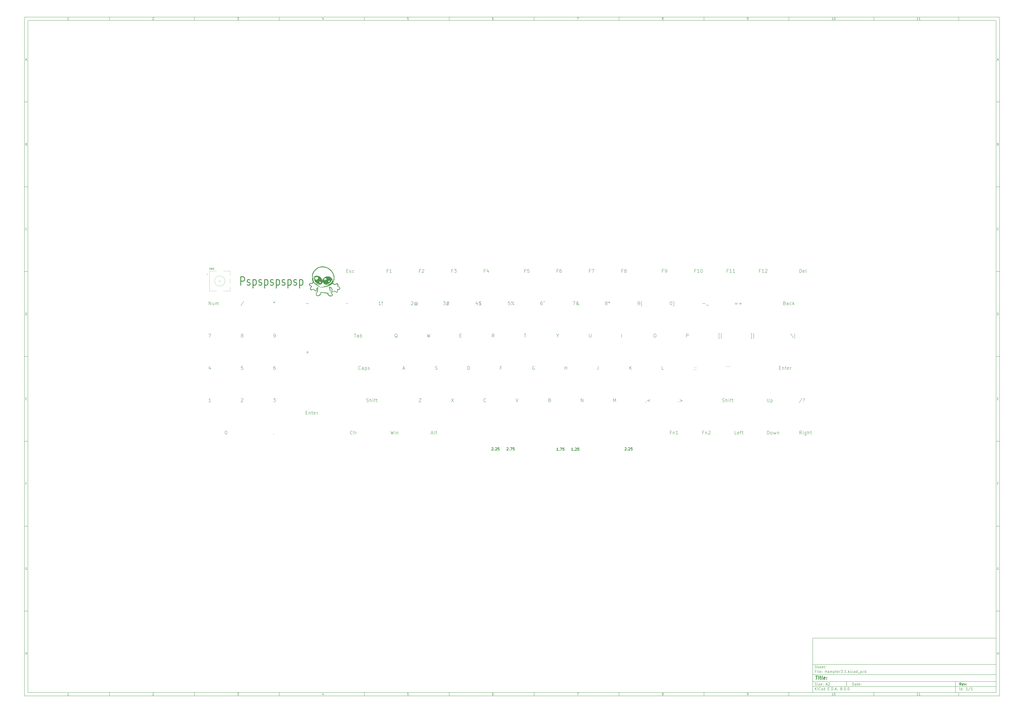
<source format=gbr>
G04 #@! TF.GenerationSoftware,KiCad,Pcbnew,8.0.0*
G04 #@! TF.CreationDate,2024-12-17T17:36:13-08:00*
G04 #@! TF.ProjectId,Hampter3.1,48616d70-7465-4723-932e-312e6b696361,rev?*
G04 #@! TF.SameCoordinates,Original*
G04 #@! TF.FileFunction,Legend,Top*
G04 #@! TF.FilePolarity,Positive*
%FSLAX46Y46*%
G04 Gerber Fmt 4.6, Leading zero omitted, Abs format (unit mm)*
G04 Created by KiCad (PCBNEW 8.0.0) date 2024-12-17 17:36:13*
%MOMM*%
%LPD*%
G01*
G04 APERTURE LIST*
%ADD10C,0.100000*%
%ADD11C,0.150000*%
%ADD12C,0.300000*%
%ADD13C,0.400000*%
%ADD14C,0.200000*%
%ADD15C,0.500000*%
%ADD16C,0.120000*%
%ADD17C,0.000000*%
G04 APERTURE END LIST*
D10*
D11*
X474004400Y-375989000D02*
X582004400Y-375989000D01*
X582004400Y-407989000D01*
X474004400Y-407989000D01*
X474004400Y-375989000D01*
D10*
D11*
X10000000Y-10000000D02*
X584004400Y-10000000D01*
X584004400Y-409989000D01*
X10000000Y-409989000D01*
X10000000Y-10000000D01*
D10*
D11*
X12000000Y-12000000D02*
X582004400Y-12000000D01*
X582004400Y-407989000D01*
X12000000Y-407989000D01*
X12000000Y-12000000D01*
D10*
D11*
X60000000Y-12000000D02*
X60000000Y-10000000D01*
D10*
D11*
X110000000Y-12000000D02*
X110000000Y-10000000D01*
D10*
D11*
X160000000Y-12000000D02*
X160000000Y-10000000D01*
D10*
D11*
X210000000Y-12000000D02*
X210000000Y-10000000D01*
D10*
D11*
X260000000Y-12000000D02*
X260000000Y-10000000D01*
D10*
D11*
X310000000Y-12000000D02*
X310000000Y-10000000D01*
D10*
D11*
X360000000Y-12000000D02*
X360000000Y-10000000D01*
D10*
D11*
X410000000Y-12000000D02*
X410000000Y-10000000D01*
D10*
D11*
X460000000Y-12000000D02*
X460000000Y-10000000D01*
D10*
D11*
X510000000Y-12000000D02*
X510000000Y-10000000D01*
D10*
D11*
X560000000Y-12000000D02*
X560000000Y-10000000D01*
D10*
D11*
X36089160Y-11593604D02*
X35346303Y-11593604D01*
X35717731Y-11593604D02*
X35717731Y-10293604D01*
X35717731Y-10293604D02*
X35593922Y-10479319D01*
X35593922Y-10479319D02*
X35470112Y-10603128D01*
X35470112Y-10603128D02*
X35346303Y-10665033D01*
D10*
D11*
X85346303Y-10417414D02*
X85408207Y-10355509D01*
X85408207Y-10355509D02*
X85532017Y-10293604D01*
X85532017Y-10293604D02*
X85841541Y-10293604D01*
X85841541Y-10293604D02*
X85965350Y-10355509D01*
X85965350Y-10355509D02*
X86027255Y-10417414D01*
X86027255Y-10417414D02*
X86089160Y-10541223D01*
X86089160Y-10541223D02*
X86089160Y-10665033D01*
X86089160Y-10665033D02*
X86027255Y-10850747D01*
X86027255Y-10850747D02*
X85284398Y-11593604D01*
X85284398Y-11593604D02*
X86089160Y-11593604D01*
D10*
D11*
X135284398Y-10293604D02*
X136089160Y-10293604D01*
X136089160Y-10293604D02*
X135655826Y-10788842D01*
X135655826Y-10788842D02*
X135841541Y-10788842D01*
X135841541Y-10788842D02*
X135965350Y-10850747D01*
X135965350Y-10850747D02*
X136027255Y-10912652D01*
X136027255Y-10912652D02*
X136089160Y-11036461D01*
X136089160Y-11036461D02*
X136089160Y-11345985D01*
X136089160Y-11345985D02*
X136027255Y-11469795D01*
X136027255Y-11469795D02*
X135965350Y-11531700D01*
X135965350Y-11531700D02*
X135841541Y-11593604D01*
X135841541Y-11593604D02*
X135470112Y-11593604D01*
X135470112Y-11593604D02*
X135346303Y-11531700D01*
X135346303Y-11531700D02*
X135284398Y-11469795D01*
D10*
D11*
X185965350Y-10726938D02*
X185965350Y-11593604D01*
X185655826Y-10231700D02*
X185346303Y-11160271D01*
X185346303Y-11160271D02*
X186151064Y-11160271D01*
D10*
D11*
X236027255Y-10293604D02*
X235408207Y-10293604D01*
X235408207Y-10293604D02*
X235346303Y-10912652D01*
X235346303Y-10912652D02*
X235408207Y-10850747D01*
X235408207Y-10850747D02*
X235532017Y-10788842D01*
X235532017Y-10788842D02*
X235841541Y-10788842D01*
X235841541Y-10788842D02*
X235965350Y-10850747D01*
X235965350Y-10850747D02*
X236027255Y-10912652D01*
X236027255Y-10912652D02*
X236089160Y-11036461D01*
X236089160Y-11036461D02*
X236089160Y-11345985D01*
X236089160Y-11345985D02*
X236027255Y-11469795D01*
X236027255Y-11469795D02*
X235965350Y-11531700D01*
X235965350Y-11531700D02*
X235841541Y-11593604D01*
X235841541Y-11593604D02*
X235532017Y-11593604D01*
X235532017Y-11593604D02*
X235408207Y-11531700D01*
X235408207Y-11531700D02*
X235346303Y-11469795D01*
D10*
D11*
X285965350Y-10293604D02*
X285717731Y-10293604D01*
X285717731Y-10293604D02*
X285593922Y-10355509D01*
X285593922Y-10355509D02*
X285532017Y-10417414D01*
X285532017Y-10417414D02*
X285408207Y-10603128D01*
X285408207Y-10603128D02*
X285346303Y-10850747D01*
X285346303Y-10850747D02*
X285346303Y-11345985D01*
X285346303Y-11345985D02*
X285408207Y-11469795D01*
X285408207Y-11469795D02*
X285470112Y-11531700D01*
X285470112Y-11531700D02*
X285593922Y-11593604D01*
X285593922Y-11593604D02*
X285841541Y-11593604D01*
X285841541Y-11593604D02*
X285965350Y-11531700D01*
X285965350Y-11531700D02*
X286027255Y-11469795D01*
X286027255Y-11469795D02*
X286089160Y-11345985D01*
X286089160Y-11345985D02*
X286089160Y-11036461D01*
X286089160Y-11036461D02*
X286027255Y-10912652D01*
X286027255Y-10912652D02*
X285965350Y-10850747D01*
X285965350Y-10850747D02*
X285841541Y-10788842D01*
X285841541Y-10788842D02*
X285593922Y-10788842D01*
X285593922Y-10788842D02*
X285470112Y-10850747D01*
X285470112Y-10850747D02*
X285408207Y-10912652D01*
X285408207Y-10912652D02*
X285346303Y-11036461D01*
D10*
D11*
X335284398Y-10293604D02*
X336151064Y-10293604D01*
X336151064Y-10293604D02*
X335593922Y-11593604D01*
D10*
D11*
X385593922Y-10850747D02*
X385470112Y-10788842D01*
X385470112Y-10788842D02*
X385408207Y-10726938D01*
X385408207Y-10726938D02*
X385346303Y-10603128D01*
X385346303Y-10603128D02*
X385346303Y-10541223D01*
X385346303Y-10541223D02*
X385408207Y-10417414D01*
X385408207Y-10417414D02*
X385470112Y-10355509D01*
X385470112Y-10355509D02*
X385593922Y-10293604D01*
X385593922Y-10293604D02*
X385841541Y-10293604D01*
X385841541Y-10293604D02*
X385965350Y-10355509D01*
X385965350Y-10355509D02*
X386027255Y-10417414D01*
X386027255Y-10417414D02*
X386089160Y-10541223D01*
X386089160Y-10541223D02*
X386089160Y-10603128D01*
X386089160Y-10603128D02*
X386027255Y-10726938D01*
X386027255Y-10726938D02*
X385965350Y-10788842D01*
X385965350Y-10788842D02*
X385841541Y-10850747D01*
X385841541Y-10850747D02*
X385593922Y-10850747D01*
X385593922Y-10850747D02*
X385470112Y-10912652D01*
X385470112Y-10912652D02*
X385408207Y-10974557D01*
X385408207Y-10974557D02*
X385346303Y-11098366D01*
X385346303Y-11098366D02*
X385346303Y-11345985D01*
X385346303Y-11345985D02*
X385408207Y-11469795D01*
X385408207Y-11469795D02*
X385470112Y-11531700D01*
X385470112Y-11531700D02*
X385593922Y-11593604D01*
X385593922Y-11593604D02*
X385841541Y-11593604D01*
X385841541Y-11593604D02*
X385965350Y-11531700D01*
X385965350Y-11531700D02*
X386027255Y-11469795D01*
X386027255Y-11469795D02*
X386089160Y-11345985D01*
X386089160Y-11345985D02*
X386089160Y-11098366D01*
X386089160Y-11098366D02*
X386027255Y-10974557D01*
X386027255Y-10974557D02*
X385965350Y-10912652D01*
X385965350Y-10912652D02*
X385841541Y-10850747D01*
D10*
D11*
X435470112Y-11593604D02*
X435717731Y-11593604D01*
X435717731Y-11593604D02*
X435841541Y-11531700D01*
X435841541Y-11531700D02*
X435903445Y-11469795D01*
X435903445Y-11469795D02*
X436027255Y-11284080D01*
X436027255Y-11284080D02*
X436089160Y-11036461D01*
X436089160Y-11036461D02*
X436089160Y-10541223D01*
X436089160Y-10541223D02*
X436027255Y-10417414D01*
X436027255Y-10417414D02*
X435965350Y-10355509D01*
X435965350Y-10355509D02*
X435841541Y-10293604D01*
X435841541Y-10293604D02*
X435593922Y-10293604D01*
X435593922Y-10293604D02*
X435470112Y-10355509D01*
X435470112Y-10355509D02*
X435408207Y-10417414D01*
X435408207Y-10417414D02*
X435346303Y-10541223D01*
X435346303Y-10541223D02*
X435346303Y-10850747D01*
X435346303Y-10850747D02*
X435408207Y-10974557D01*
X435408207Y-10974557D02*
X435470112Y-11036461D01*
X435470112Y-11036461D02*
X435593922Y-11098366D01*
X435593922Y-11098366D02*
X435841541Y-11098366D01*
X435841541Y-11098366D02*
X435965350Y-11036461D01*
X435965350Y-11036461D02*
X436027255Y-10974557D01*
X436027255Y-10974557D02*
X436089160Y-10850747D01*
D10*
D11*
X486089160Y-11593604D02*
X485346303Y-11593604D01*
X485717731Y-11593604D02*
X485717731Y-10293604D01*
X485717731Y-10293604D02*
X485593922Y-10479319D01*
X485593922Y-10479319D02*
X485470112Y-10603128D01*
X485470112Y-10603128D02*
X485346303Y-10665033D01*
X486893921Y-10293604D02*
X487017731Y-10293604D01*
X487017731Y-10293604D02*
X487141540Y-10355509D01*
X487141540Y-10355509D02*
X487203445Y-10417414D01*
X487203445Y-10417414D02*
X487265350Y-10541223D01*
X487265350Y-10541223D02*
X487327255Y-10788842D01*
X487327255Y-10788842D02*
X487327255Y-11098366D01*
X487327255Y-11098366D02*
X487265350Y-11345985D01*
X487265350Y-11345985D02*
X487203445Y-11469795D01*
X487203445Y-11469795D02*
X487141540Y-11531700D01*
X487141540Y-11531700D02*
X487017731Y-11593604D01*
X487017731Y-11593604D02*
X486893921Y-11593604D01*
X486893921Y-11593604D02*
X486770112Y-11531700D01*
X486770112Y-11531700D02*
X486708207Y-11469795D01*
X486708207Y-11469795D02*
X486646302Y-11345985D01*
X486646302Y-11345985D02*
X486584398Y-11098366D01*
X486584398Y-11098366D02*
X486584398Y-10788842D01*
X486584398Y-10788842D02*
X486646302Y-10541223D01*
X486646302Y-10541223D02*
X486708207Y-10417414D01*
X486708207Y-10417414D02*
X486770112Y-10355509D01*
X486770112Y-10355509D02*
X486893921Y-10293604D01*
D10*
D11*
X536089160Y-11593604D02*
X535346303Y-11593604D01*
X535717731Y-11593604D02*
X535717731Y-10293604D01*
X535717731Y-10293604D02*
X535593922Y-10479319D01*
X535593922Y-10479319D02*
X535470112Y-10603128D01*
X535470112Y-10603128D02*
X535346303Y-10665033D01*
X537327255Y-11593604D02*
X536584398Y-11593604D01*
X536955826Y-11593604D02*
X536955826Y-10293604D01*
X536955826Y-10293604D02*
X536832017Y-10479319D01*
X536832017Y-10479319D02*
X536708207Y-10603128D01*
X536708207Y-10603128D02*
X536584398Y-10665033D01*
D10*
D11*
X60000000Y-407989000D02*
X60000000Y-409989000D01*
D10*
D11*
X110000000Y-407989000D02*
X110000000Y-409989000D01*
D10*
D11*
X160000000Y-407989000D02*
X160000000Y-409989000D01*
D10*
D11*
X210000000Y-407989000D02*
X210000000Y-409989000D01*
D10*
D11*
X260000000Y-407989000D02*
X260000000Y-409989000D01*
D10*
D11*
X310000000Y-407989000D02*
X310000000Y-409989000D01*
D10*
D11*
X360000000Y-407989000D02*
X360000000Y-409989000D01*
D10*
D11*
X410000000Y-407989000D02*
X410000000Y-409989000D01*
D10*
D11*
X460000000Y-407989000D02*
X460000000Y-409989000D01*
D10*
D11*
X510000000Y-407989000D02*
X510000000Y-409989000D01*
D10*
D11*
X560000000Y-407989000D02*
X560000000Y-409989000D01*
D10*
D11*
X36089160Y-409582604D02*
X35346303Y-409582604D01*
X35717731Y-409582604D02*
X35717731Y-408282604D01*
X35717731Y-408282604D02*
X35593922Y-408468319D01*
X35593922Y-408468319D02*
X35470112Y-408592128D01*
X35470112Y-408592128D02*
X35346303Y-408654033D01*
D10*
D11*
X85346303Y-408406414D02*
X85408207Y-408344509D01*
X85408207Y-408344509D02*
X85532017Y-408282604D01*
X85532017Y-408282604D02*
X85841541Y-408282604D01*
X85841541Y-408282604D02*
X85965350Y-408344509D01*
X85965350Y-408344509D02*
X86027255Y-408406414D01*
X86027255Y-408406414D02*
X86089160Y-408530223D01*
X86089160Y-408530223D02*
X86089160Y-408654033D01*
X86089160Y-408654033D02*
X86027255Y-408839747D01*
X86027255Y-408839747D02*
X85284398Y-409582604D01*
X85284398Y-409582604D02*
X86089160Y-409582604D01*
D10*
D11*
X135284398Y-408282604D02*
X136089160Y-408282604D01*
X136089160Y-408282604D02*
X135655826Y-408777842D01*
X135655826Y-408777842D02*
X135841541Y-408777842D01*
X135841541Y-408777842D02*
X135965350Y-408839747D01*
X135965350Y-408839747D02*
X136027255Y-408901652D01*
X136027255Y-408901652D02*
X136089160Y-409025461D01*
X136089160Y-409025461D02*
X136089160Y-409334985D01*
X136089160Y-409334985D02*
X136027255Y-409458795D01*
X136027255Y-409458795D02*
X135965350Y-409520700D01*
X135965350Y-409520700D02*
X135841541Y-409582604D01*
X135841541Y-409582604D02*
X135470112Y-409582604D01*
X135470112Y-409582604D02*
X135346303Y-409520700D01*
X135346303Y-409520700D02*
X135284398Y-409458795D01*
D10*
D11*
X185965350Y-408715938D02*
X185965350Y-409582604D01*
X185655826Y-408220700D02*
X185346303Y-409149271D01*
X185346303Y-409149271D02*
X186151064Y-409149271D01*
D10*
D11*
X236027255Y-408282604D02*
X235408207Y-408282604D01*
X235408207Y-408282604D02*
X235346303Y-408901652D01*
X235346303Y-408901652D02*
X235408207Y-408839747D01*
X235408207Y-408839747D02*
X235532017Y-408777842D01*
X235532017Y-408777842D02*
X235841541Y-408777842D01*
X235841541Y-408777842D02*
X235965350Y-408839747D01*
X235965350Y-408839747D02*
X236027255Y-408901652D01*
X236027255Y-408901652D02*
X236089160Y-409025461D01*
X236089160Y-409025461D02*
X236089160Y-409334985D01*
X236089160Y-409334985D02*
X236027255Y-409458795D01*
X236027255Y-409458795D02*
X235965350Y-409520700D01*
X235965350Y-409520700D02*
X235841541Y-409582604D01*
X235841541Y-409582604D02*
X235532017Y-409582604D01*
X235532017Y-409582604D02*
X235408207Y-409520700D01*
X235408207Y-409520700D02*
X235346303Y-409458795D01*
D10*
D11*
X285965350Y-408282604D02*
X285717731Y-408282604D01*
X285717731Y-408282604D02*
X285593922Y-408344509D01*
X285593922Y-408344509D02*
X285532017Y-408406414D01*
X285532017Y-408406414D02*
X285408207Y-408592128D01*
X285408207Y-408592128D02*
X285346303Y-408839747D01*
X285346303Y-408839747D02*
X285346303Y-409334985D01*
X285346303Y-409334985D02*
X285408207Y-409458795D01*
X285408207Y-409458795D02*
X285470112Y-409520700D01*
X285470112Y-409520700D02*
X285593922Y-409582604D01*
X285593922Y-409582604D02*
X285841541Y-409582604D01*
X285841541Y-409582604D02*
X285965350Y-409520700D01*
X285965350Y-409520700D02*
X286027255Y-409458795D01*
X286027255Y-409458795D02*
X286089160Y-409334985D01*
X286089160Y-409334985D02*
X286089160Y-409025461D01*
X286089160Y-409025461D02*
X286027255Y-408901652D01*
X286027255Y-408901652D02*
X285965350Y-408839747D01*
X285965350Y-408839747D02*
X285841541Y-408777842D01*
X285841541Y-408777842D02*
X285593922Y-408777842D01*
X285593922Y-408777842D02*
X285470112Y-408839747D01*
X285470112Y-408839747D02*
X285408207Y-408901652D01*
X285408207Y-408901652D02*
X285346303Y-409025461D01*
D10*
D11*
X335284398Y-408282604D02*
X336151064Y-408282604D01*
X336151064Y-408282604D02*
X335593922Y-409582604D01*
D10*
D11*
X385593922Y-408839747D02*
X385470112Y-408777842D01*
X385470112Y-408777842D02*
X385408207Y-408715938D01*
X385408207Y-408715938D02*
X385346303Y-408592128D01*
X385346303Y-408592128D02*
X385346303Y-408530223D01*
X385346303Y-408530223D02*
X385408207Y-408406414D01*
X385408207Y-408406414D02*
X385470112Y-408344509D01*
X385470112Y-408344509D02*
X385593922Y-408282604D01*
X385593922Y-408282604D02*
X385841541Y-408282604D01*
X385841541Y-408282604D02*
X385965350Y-408344509D01*
X385965350Y-408344509D02*
X386027255Y-408406414D01*
X386027255Y-408406414D02*
X386089160Y-408530223D01*
X386089160Y-408530223D02*
X386089160Y-408592128D01*
X386089160Y-408592128D02*
X386027255Y-408715938D01*
X386027255Y-408715938D02*
X385965350Y-408777842D01*
X385965350Y-408777842D02*
X385841541Y-408839747D01*
X385841541Y-408839747D02*
X385593922Y-408839747D01*
X385593922Y-408839747D02*
X385470112Y-408901652D01*
X385470112Y-408901652D02*
X385408207Y-408963557D01*
X385408207Y-408963557D02*
X385346303Y-409087366D01*
X385346303Y-409087366D02*
X385346303Y-409334985D01*
X385346303Y-409334985D02*
X385408207Y-409458795D01*
X385408207Y-409458795D02*
X385470112Y-409520700D01*
X385470112Y-409520700D02*
X385593922Y-409582604D01*
X385593922Y-409582604D02*
X385841541Y-409582604D01*
X385841541Y-409582604D02*
X385965350Y-409520700D01*
X385965350Y-409520700D02*
X386027255Y-409458795D01*
X386027255Y-409458795D02*
X386089160Y-409334985D01*
X386089160Y-409334985D02*
X386089160Y-409087366D01*
X386089160Y-409087366D02*
X386027255Y-408963557D01*
X386027255Y-408963557D02*
X385965350Y-408901652D01*
X385965350Y-408901652D02*
X385841541Y-408839747D01*
D10*
D11*
X435470112Y-409582604D02*
X435717731Y-409582604D01*
X435717731Y-409582604D02*
X435841541Y-409520700D01*
X435841541Y-409520700D02*
X435903445Y-409458795D01*
X435903445Y-409458795D02*
X436027255Y-409273080D01*
X436027255Y-409273080D02*
X436089160Y-409025461D01*
X436089160Y-409025461D02*
X436089160Y-408530223D01*
X436089160Y-408530223D02*
X436027255Y-408406414D01*
X436027255Y-408406414D02*
X435965350Y-408344509D01*
X435965350Y-408344509D02*
X435841541Y-408282604D01*
X435841541Y-408282604D02*
X435593922Y-408282604D01*
X435593922Y-408282604D02*
X435470112Y-408344509D01*
X435470112Y-408344509D02*
X435408207Y-408406414D01*
X435408207Y-408406414D02*
X435346303Y-408530223D01*
X435346303Y-408530223D02*
X435346303Y-408839747D01*
X435346303Y-408839747D02*
X435408207Y-408963557D01*
X435408207Y-408963557D02*
X435470112Y-409025461D01*
X435470112Y-409025461D02*
X435593922Y-409087366D01*
X435593922Y-409087366D02*
X435841541Y-409087366D01*
X435841541Y-409087366D02*
X435965350Y-409025461D01*
X435965350Y-409025461D02*
X436027255Y-408963557D01*
X436027255Y-408963557D02*
X436089160Y-408839747D01*
D10*
D11*
X486089160Y-409582604D02*
X485346303Y-409582604D01*
X485717731Y-409582604D02*
X485717731Y-408282604D01*
X485717731Y-408282604D02*
X485593922Y-408468319D01*
X485593922Y-408468319D02*
X485470112Y-408592128D01*
X485470112Y-408592128D02*
X485346303Y-408654033D01*
X486893921Y-408282604D02*
X487017731Y-408282604D01*
X487017731Y-408282604D02*
X487141540Y-408344509D01*
X487141540Y-408344509D02*
X487203445Y-408406414D01*
X487203445Y-408406414D02*
X487265350Y-408530223D01*
X487265350Y-408530223D02*
X487327255Y-408777842D01*
X487327255Y-408777842D02*
X487327255Y-409087366D01*
X487327255Y-409087366D02*
X487265350Y-409334985D01*
X487265350Y-409334985D02*
X487203445Y-409458795D01*
X487203445Y-409458795D02*
X487141540Y-409520700D01*
X487141540Y-409520700D02*
X487017731Y-409582604D01*
X487017731Y-409582604D02*
X486893921Y-409582604D01*
X486893921Y-409582604D02*
X486770112Y-409520700D01*
X486770112Y-409520700D02*
X486708207Y-409458795D01*
X486708207Y-409458795D02*
X486646302Y-409334985D01*
X486646302Y-409334985D02*
X486584398Y-409087366D01*
X486584398Y-409087366D02*
X486584398Y-408777842D01*
X486584398Y-408777842D02*
X486646302Y-408530223D01*
X486646302Y-408530223D02*
X486708207Y-408406414D01*
X486708207Y-408406414D02*
X486770112Y-408344509D01*
X486770112Y-408344509D02*
X486893921Y-408282604D01*
D10*
D11*
X536089160Y-409582604D02*
X535346303Y-409582604D01*
X535717731Y-409582604D02*
X535717731Y-408282604D01*
X535717731Y-408282604D02*
X535593922Y-408468319D01*
X535593922Y-408468319D02*
X535470112Y-408592128D01*
X535470112Y-408592128D02*
X535346303Y-408654033D01*
X537327255Y-409582604D02*
X536584398Y-409582604D01*
X536955826Y-409582604D02*
X536955826Y-408282604D01*
X536955826Y-408282604D02*
X536832017Y-408468319D01*
X536832017Y-408468319D02*
X536708207Y-408592128D01*
X536708207Y-408592128D02*
X536584398Y-408654033D01*
D10*
D11*
X10000000Y-60000000D02*
X12000000Y-60000000D01*
D10*
D11*
X10000000Y-110000000D02*
X12000000Y-110000000D01*
D10*
D11*
X10000000Y-160000000D02*
X12000000Y-160000000D01*
D10*
D11*
X10000000Y-210000000D02*
X12000000Y-210000000D01*
D10*
D11*
X10000000Y-260000000D02*
X12000000Y-260000000D01*
D10*
D11*
X10000000Y-310000000D02*
X12000000Y-310000000D01*
D10*
D11*
X10000000Y-360000000D02*
X12000000Y-360000000D01*
D10*
D11*
X10690476Y-35222176D02*
X11309523Y-35222176D01*
X10566666Y-35593604D02*
X10999999Y-34293604D01*
X10999999Y-34293604D02*
X11433333Y-35593604D01*
D10*
D11*
X11092857Y-84912652D02*
X11278571Y-84974557D01*
X11278571Y-84974557D02*
X11340476Y-85036461D01*
X11340476Y-85036461D02*
X11402380Y-85160271D01*
X11402380Y-85160271D02*
X11402380Y-85345985D01*
X11402380Y-85345985D02*
X11340476Y-85469795D01*
X11340476Y-85469795D02*
X11278571Y-85531700D01*
X11278571Y-85531700D02*
X11154761Y-85593604D01*
X11154761Y-85593604D02*
X10659523Y-85593604D01*
X10659523Y-85593604D02*
X10659523Y-84293604D01*
X10659523Y-84293604D02*
X11092857Y-84293604D01*
X11092857Y-84293604D02*
X11216666Y-84355509D01*
X11216666Y-84355509D02*
X11278571Y-84417414D01*
X11278571Y-84417414D02*
X11340476Y-84541223D01*
X11340476Y-84541223D02*
X11340476Y-84665033D01*
X11340476Y-84665033D02*
X11278571Y-84788842D01*
X11278571Y-84788842D02*
X11216666Y-84850747D01*
X11216666Y-84850747D02*
X11092857Y-84912652D01*
X11092857Y-84912652D02*
X10659523Y-84912652D01*
D10*
D11*
X11402380Y-135469795D02*
X11340476Y-135531700D01*
X11340476Y-135531700D02*
X11154761Y-135593604D01*
X11154761Y-135593604D02*
X11030952Y-135593604D01*
X11030952Y-135593604D02*
X10845238Y-135531700D01*
X10845238Y-135531700D02*
X10721428Y-135407890D01*
X10721428Y-135407890D02*
X10659523Y-135284080D01*
X10659523Y-135284080D02*
X10597619Y-135036461D01*
X10597619Y-135036461D02*
X10597619Y-134850747D01*
X10597619Y-134850747D02*
X10659523Y-134603128D01*
X10659523Y-134603128D02*
X10721428Y-134479319D01*
X10721428Y-134479319D02*
X10845238Y-134355509D01*
X10845238Y-134355509D02*
X11030952Y-134293604D01*
X11030952Y-134293604D02*
X11154761Y-134293604D01*
X11154761Y-134293604D02*
X11340476Y-134355509D01*
X11340476Y-134355509D02*
X11402380Y-134417414D01*
D10*
D11*
X10659523Y-185593604D02*
X10659523Y-184293604D01*
X10659523Y-184293604D02*
X10969047Y-184293604D01*
X10969047Y-184293604D02*
X11154761Y-184355509D01*
X11154761Y-184355509D02*
X11278571Y-184479319D01*
X11278571Y-184479319D02*
X11340476Y-184603128D01*
X11340476Y-184603128D02*
X11402380Y-184850747D01*
X11402380Y-184850747D02*
X11402380Y-185036461D01*
X11402380Y-185036461D02*
X11340476Y-185284080D01*
X11340476Y-185284080D02*
X11278571Y-185407890D01*
X11278571Y-185407890D02*
X11154761Y-185531700D01*
X11154761Y-185531700D02*
X10969047Y-185593604D01*
X10969047Y-185593604D02*
X10659523Y-185593604D01*
D10*
D11*
X10721428Y-234912652D02*
X11154762Y-234912652D01*
X11340476Y-235593604D02*
X10721428Y-235593604D01*
X10721428Y-235593604D02*
X10721428Y-234293604D01*
X10721428Y-234293604D02*
X11340476Y-234293604D01*
D10*
D11*
X11185714Y-284912652D02*
X10752380Y-284912652D01*
X10752380Y-285593604D02*
X10752380Y-284293604D01*
X10752380Y-284293604D02*
X11371428Y-284293604D01*
D10*
D11*
X11340476Y-334355509D02*
X11216666Y-334293604D01*
X11216666Y-334293604D02*
X11030952Y-334293604D01*
X11030952Y-334293604D02*
X10845238Y-334355509D01*
X10845238Y-334355509D02*
X10721428Y-334479319D01*
X10721428Y-334479319D02*
X10659523Y-334603128D01*
X10659523Y-334603128D02*
X10597619Y-334850747D01*
X10597619Y-334850747D02*
X10597619Y-335036461D01*
X10597619Y-335036461D02*
X10659523Y-335284080D01*
X10659523Y-335284080D02*
X10721428Y-335407890D01*
X10721428Y-335407890D02*
X10845238Y-335531700D01*
X10845238Y-335531700D02*
X11030952Y-335593604D01*
X11030952Y-335593604D02*
X11154761Y-335593604D01*
X11154761Y-335593604D02*
X11340476Y-335531700D01*
X11340476Y-335531700D02*
X11402380Y-335469795D01*
X11402380Y-335469795D02*
X11402380Y-335036461D01*
X11402380Y-335036461D02*
X11154761Y-335036461D01*
D10*
D11*
X10628571Y-385593604D02*
X10628571Y-384293604D01*
X10628571Y-384912652D02*
X11371428Y-384912652D01*
X11371428Y-385593604D02*
X11371428Y-384293604D01*
D10*
D11*
X584004400Y-60000000D02*
X582004400Y-60000000D01*
D10*
D11*
X584004400Y-110000000D02*
X582004400Y-110000000D01*
D10*
D11*
X584004400Y-160000000D02*
X582004400Y-160000000D01*
D10*
D11*
X584004400Y-210000000D02*
X582004400Y-210000000D01*
D10*
D11*
X584004400Y-260000000D02*
X582004400Y-260000000D01*
D10*
D11*
X584004400Y-310000000D02*
X582004400Y-310000000D01*
D10*
D11*
X584004400Y-360000000D02*
X582004400Y-360000000D01*
D10*
D11*
X582694876Y-35222176D02*
X583313923Y-35222176D01*
X582571066Y-35593604D02*
X583004399Y-34293604D01*
X583004399Y-34293604D02*
X583437733Y-35593604D01*
D10*
D11*
X583097257Y-84912652D02*
X583282971Y-84974557D01*
X583282971Y-84974557D02*
X583344876Y-85036461D01*
X583344876Y-85036461D02*
X583406780Y-85160271D01*
X583406780Y-85160271D02*
X583406780Y-85345985D01*
X583406780Y-85345985D02*
X583344876Y-85469795D01*
X583344876Y-85469795D02*
X583282971Y-85531700D01*
X583282971Y-85531700D02*
X583159161Y-85593604D01*
X583159161Y-85593604D02*
X582663923Y-85593604D01*
X582663923Y-85593604D02*
X582663923Y-84293604D01*
X582663923Y-84293604D02*
X583097257Y-84293604D01*
X583097257Y-84293604D02*
X583221066Y-84355509D01*
X583221066Y-84355509D02*
X583282971Y-84417414D01*
X583282971Y-84417414D02*
X583344876Y-84541223D01*
X583344876Y-84541223D02*
X583344876Y-84665033D01*
X583344876Y-84665033D02*
X583282971Y-84788842D01*
X583282971Y-84788842D02*
X583221066Y-84850747D01*
X583221066Y-84850747D02*
X583097257Y-84912652D01*
X583097257Y-84912652D02*
X582663923Y-84912652D01*
D10*
D11*
X583406780Y-135469795D02*
X583344876Y-135531700D01*
X583344876Y-135531700D02*
X583159161Y-135593604D01*
X583159161Y-135593604D02*
X583035352Y-135593604D01*
X583035352Y-135593604D02*
X582849638Y-135531700D01*
X582849638Y-135531700D02*
X582725828Y-135407890D01*
X582725828Y-135407890D02*
X582663923Y-135284080D01*
X582663923Y-135284080D02*
X582602019Y-135036461D01*
X582602019Y-135036461D02*
X582602019Y-134850747D01*
X582602019Y-134850747D02*
X582663923Y-134603128D01*
X582663923Y-134603128D02*
X582725828Y-134479319D01*
X582725828Y-134479319D02*
X582849638Y-134355509D01*
X582849638Y-134355509D02*
X583035352Y-134293604D01*
X583035352Y-134293604D02*
X583159161Y-134293604D01*
X583159161Y-134293604D02*
X583344876Y-134355509D01*
X583344876Y-134355509D02*
X583406780Y-134417414D01*
D10*
D11*
X582663923Y-185593604D02*
X582663923Y-184293604D01*
X582663923Y-184293604D02*
X582973447Y-184293604D01*
X582973447Y-184293604D02*
X583159161Y-184355509D01*
X583159161Y-184355509D02*
X583282971Y-184479319D01*
X583282971Y-184479319D02*
X583344876Y-184603128D01*
X583344876Y-184603128D02*
X583406780Y-184850747D01*
X583406780Y-184850747D02*
X583406780Y-185036461D01*
X583406780Y-185036461D02*
X583344876Y-185284080D01*
X583344876Y-185284080D02*
X583282971Y-185407890D01*
X583282971Y-185407890D02*
X583159161Y-185531700D01*
X583159161Y-185531700D02*
X582973447Y-185593604D01*
X582973447Y-185593604D02*
X582663923Y-185593604D01*
D10*
D11*
X582725828Y-234912652D02*
X583159162Y-234912652D01*
X583344876Y-235593604D02*
X582725828Y-235593604D01*
X582725828Y-235593604D02*
X582725828Y-234293604D01*
X582725828Y-234293604D02*
X583344876Y-234293604D01*
D10*
D11*
X583190114Y-284912652D02*
X582756780Y-284912652D01*
X582756780Y-285593604D02*
X582756780Y-284293604D01*
X582756780Y-284293604D02*
X583375828Y-284293604D01*
D10*
D11*
X583344876Y-334355509D02*
X583221066Y-334293604D01*
X583221066Y-334293604D02*
X583035352Y-334293604D01*
X583035352Y-334293604D02*
X582849638Y-334355509D01*
X582849638Y-334355509D02*
X582725828Y-334479319D01*
X582725828Y-334479319D02*
X582663923Y-334603128D01*
X582663923Y-334603128D02*
X582602019Y-334850747D01*
X582602019Y-334850747D02*
X582602019Y-335036461D01*
X582602019Y-335036461D02*
X582663923Y-335284080D01*
X582663923Y-335284080D02*
X582725828Y-335407890D01*
X582725828Y-335407890D02*
X582849638Y-335531700D01*
X582849638Y-335531700D02*
X583035352Y-335593604D01*
X583035352Y-335593604D02*
X583159161Y-335593604D01*
X583159161Y-335593604D02*
X583344876Y-335531700D01*
X583344876Y-335531700D02*
X583406780Y-335469795D01*
X583406780Y-335469795D02*
X583406780Y-335036461D01*
X583406780Y-335036461D02*
X583159161Y-335036461D01*
D10*
D11*
X582632971Y-385593604D02*
X582632971Y-384293604D01*
X582632971Y-384912652D02*
X583375828Y-384912652D01*
X583375828Y-385593604D02*
X583375828Y-384293604D01*
D10*
D11*
X497460226Y-403775128D02*
X497460226Y-402275128D01*
X497460226Y-402275128D02*
X497817369Y-402275128D01*
X497817369Y-402275128D02*
X498031655Y-402346557D01*
X498031655Y-402346557D02*
X498174512Y-402489414D01*
X498174512Y-402489414D02*
X498245941Y-402632271D01*
X498245941Y-402632271D02*
X498317369Y-402917985D01*
X498317369Y-402917985D02*
X498317369Y-403132271D01*
X498317369Y-403132271D02*
X498245941Y-403417985D01*
X498245941Y-403417985D02*
X498174512Y-403560842D01*
X498174512Y-403560842D02*
X498031655Y-403703700D01*
X498031655Y-403703700D02*
X497817369Y-403775128D01*
X497817369Y-403775128D02*
X497460226Y-403775128D01*
X499603084Y-403775128D02*
X499603084Y-402989414D01*
X499603084Y-402989414D02*
X499531655Y-402846557D01*
X499531655Y-402846557D02*
X499388798Y-402775128D01*
X499388798Y-402775128D02*
X499103084Y-402775128D01*
X499103084Y-402775128D02*
X498960226Y-402846557D01*
X499603084Y-403703700D02*
X499460226Y-403775128D01*
X499460226Y-403775128D02*
X499103084Y-403775128D01*
X499103084Y-403775128D02*
X498960226Y-403703700D01*
X498960226Y-403703700D02*
X498888798Y-403560842D01*
X498888798Y-403560842D02*
X498888798Y-403417985D01*
X498888798Y-403417985D02*
X498960226Y-403275128D01*
X498960226Y-403275128D02*
X499103084Y-403203700D01*
X499103084Y-403203700D02*
X499460226Y-403203700D01*
X499460226Y-403203700D02*
X499603084Y-403132271D01*
X500103084Y-402775128D02*
X500674512Y-402775128D01*
X500317369Y-402275128D02*
X500317369Y-403560842D01*
X500317369Y-403560842D02*
X500388798Y-403703700D01*
X500388798Y-403703700D02*
X500531655Y-403775128D01*
X500531655Y-403775128D02*
X500674512Y-403775128D01*
X501745941Y-403703700D02*
X501603084Y-403775128D01*
X501603084Y-403775128D02*
X501317370Y-403775128D01*
X501317370Y-403775128D02*
X501174512Y-403703700D01*
X501174512Y-403703700D02*
X501103084Y-403560842D01*
X501103084Y-403560842D02*
X501103084Y-402989414D01*
X501103084Y-402989414D02*
X501174512Y-402846557D01*
X501174512Y-402846557D02*
X501317370Y-402775128D01*
X501317370Y-402775128D02*
X501603084Y-402775128D01*
X501603084Y-402775128D02*
X501745941Y-402846557D01*
X501745941Y-402846557D02*
X501817370Y-402989414D01*
X501817370Y-402989414D02*
X501817370Y-403132271D01*
X501817370Y-403132271D02*
X501103084Y-403275128D01*
X502460226Y-403632271D02*
X502531655Y-403703700D01*
X502531655Y-403703700D02*
X502460226Y-403775128D01*
X502460226Y-403775128D02*
X502388798Y-403703700D01*
X502388798Y-403703700D02*
X502460226Y-403632271D01*
X502460226Y-403632271D02*
X502460226Y-403775128D01*
X502460226Y-402846557D02*
X502531655Y-402917985D01*
X502531655Y-402917985D02*
X502460226Y-402989414D01*
X502460226Y-402989414D02*
X502388798Y-402917985D01*
X502388798Y-402917985D02*
X502460226Y-402846557D01*
X502460226Y-402846557D02*
X502460226Y-402989414D01*
D10*
D11*
X474004400Y-404489000D02*
X582004400Y-404489000D01*
D10*
D11*
X475460226Y-406575128D02*
X475460226Y-405075128D01*
X476317369Y-406575128D02*
X475674512Y-405717985D01*
X476317369Y-405075128D02*
X475460226Y-405932271D01*
X476960226Y-406575128D02*
X476960226Y-405575128D01*
X476960226Y-405075128D02*
X476888798Y-405146557D01*
X476888798Y-405146557D02*
X476960226Y-405217985D01*
X476960226Y-405217985D02*
X477031655Y-405146557D01*
X477031655Y-405146557D02*
X476960226Y-405075128D01*
X476960226Y-405075128D02*
X476960226Y-405217985D01*
X478531655Y-406432271D02*
X478460227Y-406503700D01*
X478460227Y-406503700D02*
X478245941Y-406575128D01*
X478245941Y-406575128D02*
X478103084Y-406575128D01*
X478103084Y-406575128D02*
X477888798Y-406503700D01*
X477888798Y-406503700D02*
X477745941Y-406360842D01*
X477745941Y-406360842D02*
X477674512Y-406217985D01*
X477674512Y-406217985D02*
X477603084Y-405932271D01*
X477603084Y-405932271D02*
X477603084Y-405717985D01*
X477603084Y-405717985D02*
X477674512Y-405432271D01*
X477674512Y-405432271D02*
X477745941Y-405289414D01*
X477745941Y-405289414D02*
X477888798Y-405146557D01*
X477888798Y-405146557D02*
X478103084Y-405075128D01*
X478103084Y-405075128D02*
X478245941Y-405075128D01*
X478245941Y-405075128D02*
X478460227Y-405146557D01*
X478460227Y-405146557D02*
X478531655Y-405217985D01*
X479817370Y-406575128D02*
X479817370Y-405789414D01*
X479817370Y-405789414D02*
X479745941Y-405646557D01*
X479745941Y-405646557D02*
X479603084Y-405575128D01*
X479603084Y-405575128D02*
X479317370Y-405575128D01*
X479317370Y-405575128D02*
X479174512Y-405646557D01*
X479817370Y-406503700D02*
X479674512Y-406575128D01*
X479674512Y-406575128D02*
X479317370Y-406575128D01*
X479317370Y-406575128D02*
X479174512Y-406503700D01*
X479174512Y-406503700D02*
X479103084Y-406360842D01*
X479103084Y-406360842D02*
X479103084Y-406217985D01*
X479103084Y-406217985D02*
X479174512Y-406075128D01*
X479174512Y-406075128D02*
X479317370Y-406003700D01*
X479317370Y-406003700D02*
X479674512Y-406003700D01*
X479674512Y-406003700D02*
X479817370Y-405932271D01*
X481174513Y-406575128D02*
X481174513Y-405075128D01*
X481174513Y-406503700D02*
X481031655Y-406575128D01*
X481031655Y-406575128D02*
X480745941Y-406575128D01*
X480745941Y-406575128D02*
X480603084Y-406503700D01*
X480603084Y-406503700D02*
X480531655Y-406432271D01*
X480531655Y-406432271D02*
X480460227Y-406289414D01*
X480460227Y-406289414D02*
X480460227Y-405860842D01*
X480460227Y-405860842D02*
X480531655Y-405717985D01*
X480531655Y-405717985D02*
X480603084Y-405646557D01*
X480603084Y-405646557D02*
X480745941Y-405575128D01*
X480745941Y-405575128D02*
X481031655Y-405575128D01*
X481031655Y-405575128D02*
X481174513Y-405646557D01*
X483031655Y-405789414D02*
X483531655Y-405789414D01*
X483745941Y-406575128D02*
X483031655Y-406575128D01*
X483031655Y-406575128D02*
X483031655Y-405075128D01*
X483031655Y-405075128D02*
X483745941Y-405075128D01*
X484388798Y-406432271D02*
X484460227Y-406503700D01*
X484460227Y-406503700D02*
X484388798Y-406575128D01*
X484388798Y-406575128D02*
X484317370Y-406503700D01*
X484317370Y-406503700D02*
X484388798Y-406432271D01*
X484388798Y-406432271D02*
X484388798Y-406575128D01*
X485103084Y-406575128D02*
X485103084Y-405075128D01*
X485103084Y-405075128D02*
X485460227Y-405075128D01*
X485460227Y-405075128D02*
X485674513Y-405146557D01*
X485674513Y-405146557D02*
X485817370Y-405289414D01*
X485817370Y-405289414D02*
X485888799Y-405432271D01*
X485888799Y-405432271D02*
X485960227Y-405717985D01*
X485960227Y-405717985D02*
X485960227Y-405932271D01*
X485960227Y-405932271D02*
X485888799Y-406217985D01*
X485888799Y-406217985D02*
X485817370Y-406360842D01*
X485817370Y-406360842D02*
X485674513Y-406503700D01*
X485674513Y-406503700D02*
X485460227Y-406575128D01*
X485460227Y-406575128D02*
X485103084Y-406575128D01*
X486603084Y-406432271D02*
X486674513Y-406503700D01*
X486674513Y-406503700D02*
X486603084Y-406575128D01*
X486603084Y-406575128D02*
X486531656Y-406503700D01*
X486531656Y-406503700D02*
X486603084Y-406432271D01*
X486603084Y-406432271D02*
X486603084Y-406575128D01*
X487245942Y-406146557D02*
X487960228Y-406146557D01*
X487103085Y-406575128D02*
X487603085Y-405075128D01*
X487603085Y-405075128D02*
X488103085Y-406575128D01*
X488603084Y-406432271D02*
X488674513Y-406503700D01*
X488674513Y-406503700D02*
X488603084Y-406575128D01*
X488603084Y-406575128D02*
X488531656Y-406503700D01*
X488531656Y-406503700D02*
X488603084Y-406432271D01*
X488603084Y-406432271D02*
X488603084Y-406575128D01*
X490674513Y-405717985D02*
X490531656Y-405646557D01*
X490531656Y-405646557D02*
X490460227Y-405575128D01*
X490460227Y-405575128D02*
X490388799Y-405432271D01*
X490388799Y-405432271D02*
X490388799Y-405360842D01*
X490388799Y-405360842D02*
X490460227Y-405217985D01*
X490460227Y-405217985D02*
X490531656Y-405146557D01*
X490531656Y-405146557D02*
X490674513Y-405075128D01*
X490674513Y-405075128D02*
X490960227Y-405075128D01*
X490960227Y-405075128D02*
X491103085Y-405146557D01*
X491103085Y-405146557D02*
X491174513Y-405217985D01*
X491174513Y-405217985D02*
X491245942Y-405360842D01*
X491245942Y-405360842D02*
X491245942Y-405432271D01*
X491245942Y-405432271D02*
X491174513Y-405575128D01*
X491174513Y-405575128D02*
X491103085Y-405646557D01*
X491103085Y-405646557D02*
X490960227Y-405717985D01*
X490960227Y-405717985D02*
X490674513Y-405717985D01*
X490674513Y-405717985D02*
X490531656Y-405789414D01*
X490531656Y-405789414D02*
X490460227Y-405860842D01*
X490460227Y-405860842D02*
X490388799Y-406003700D01*
X490388799Y-406003700D02*
X490388799Y-406289414D01*
X490388799Y-406289414D02*
X490460227Y-406432271D01*
X490460227Y-406432271D02*
X490531656Y-406503700D01*
X490531656Y-406503700D02*
X490674513Y-406575128D01*
X490674513Y-406575128D02*
X490960227Y-406575128D01*
X490960227Y-406575128D02*
X491103085Y-406503700D01*
X491103085Y-406503700D02*
X491174513Y-406432271D01*
X491174513Y-406432271D02*
X491245942Y-406289414D01*
X491245942Y-406289414D02*
X491245942Y-406003700D01*
X491245942Y-406003700D02*
X491174513Y-405860842D01*
X491174513Y-405860842D02*
X491103085Y-405789414D01*
X491103085Y-405789414D02*
X490960227Y-405717985D01*
X491888798Y-406432271D02*
X491960227Y-406503700D01*
X491960227Y-406503700D02*
X491888798Y-406575128D01*
X491888798Y-406575128D02*
X491817370Y-406503700D01*
X491817370Y-406503700D02*
X491888798Y-406432271D01*
X491888798Y-406432271D02*
X491888798Y-406575128D01*
X492888799Y-405075128D02*
X493031656Y-405075128D01*
X493031656Y-405075128D02*
X493174513Y-405146557D01*
X493174513Y-405146557D02*
X493245942Y-405217985D01*
X493245942Y-405217985D02*
X493317370Y-405360842D01*
X493317370Y-405360842D02*
X493388799Y-405646557D01*
X493388799Y-405646557D02*
X493388799Y-406003700D01*
X493388799Y-406003700D02*
X493317370Y-406289414D01*
X493317370Y-406289414D02*
X493245942Y-406432271D01*
X493245942Y-406432271D02*
X493174513Y-406503700D01*
X493174513Y-406503700D02*
X493031656Y-406575128D01*
X493031656Y-406575128D02*
X492888799Y-406575128D01*
X492888799Y-406575128D02*
X492745942Y-406503700D01*
X492745942Y-406503700D02*
X492674513Y-406432271D01*
X492674513Y-406432271D02*
X492603084Y-406289414D01*
X492603084Y-406289414D02*
X492531656Y-406003700D01*
X492531656Y-406003700D02*
X492531656Y-405646557D01*
X492531656Y-405646557D02*
X492603084Y-405360842D01*
X492603084Y-405360842D02*
X492674513Y-405217985D01*
X492674513Y-405217985D02*
X492745942Y-405146557D01*
X492745942Y-405146557D02*
X492888799Y-405075128D01*
X494031655Y-406432271D02*
X494103084Y-406503700D01*
X494103084Y-406503700D02*
X494031655Y-406575128D01*
X494031655Y-406575128D02*
X493960227Y-406503700D01*
X493960227Y-406503700D02*
X494031655Y-406432271D01*
X494031655Y-406432271D02*
X494031655Y-406575128D01*
X495031656Y-405075128D02*
X495174513Y-405075128D01*
X495174513Y-405075128D02*
X495317370Y-405146557D01*
X495317370Y-405146557D02*
X495388799Y-405217985D01*
X495388799Y-405217985D02*
X495460227Y-405360842D01*
X495460227Y-405360842D02*
X495531656Y-405646557D01*
X495531656Y-405646557D02*
X495531656Y-406003700D01*
X495531656Y-406003700D02*
X495460227Y-406289414D01*
X495460227Y-406289414D02*
X495388799Y-406432271D01*
X495388799Y-406432271D02*
X495317370Y-406503700D01*
X495317370Y-406503700D02*
X495174513Y-406575128D01*
X495174513Y-406575128D02*
X495031656Y-406575128D01*
X495031656Y-406575128D02*
X494888799Y-406503700D01*
X494888799Y-406503700D02*
X494817370Y-406432271D01*
X494817370Y-406432271D02*
X494745941Y-406289414D01*
X494745941Y-406289414D02*
X494674513Y-406003700D01*
X494674513Y-406003700D02*
X494674513Y-405646557D01*
X494674513Y-405646557D02*
X494745941Y-405360842D01*
X494745941Y-405360842D02*
X494817370Y-405217985D01*
X494817370Y-405217985D02*
X494888799Y-405146557D01*
X494888799Y-405146557D02*
X495031656Y-405075128D01*
D10*
D11*
X474004400Y-401489000D02*
X582004400Y-401489000D01*
D10*
D12*
X561416053Y-403767328D02*
X560916053Y-403053042D01*
X560558910Y-403767328D02*
X560558910Y-402267328D01*
X560558910Y-402267328D02*
X561130339Y-402267328D01*
X561130339Y-402267328D02*
X561273196Y-402338757D01*
X561273196Y-402338757D02*
X561344625Y-402410185D01*
X561344625Y-402410185D02*
X561416053Y-402553042D01*
X561416053Y-402553042D02*
X561416053Y-402767328D01*
X561416053Y-402767328D02*
X561344625Y-402910185D01*
X561344625Y-402910185D02*
X561273196Y-402981614D01*
X561273196Y-402981614D02*
X561130339Y-403053042D01*
X561130339Y-403053042D02*
X560558910Y-403053042D01*
X562630339Y-403695900D02*
X562487482Y-403767328D01*
X562487482Y-403767328D02*
X562201768Y-403767328D01*
X562201768Y-403767328D02*
X562058910Y-403695900D01*
X562058910Y-403695900D02*
X561987482Y-403553042D01*
X561987482Y-403553042D02*
X561987482Y-402981614D01*
X561987482Y-402981614D02*
X562058910Y-402838757D01*
X562058910Y-402838757D02*
X562201768Y-402767328D01*
X562201768Y-402767328D02*
X562487482Y-402767328D01*
X562487482Y-402767328D02*
X562630339Y-402838757D01*
X562630339Y-402838757D02*
X562701768Y-402981614D01*
X562701768Y-402981614D02*
X562701768Y-403124471D01*
X562701768Y-403124471D02*
X561987482Y-403267328D01*
X563201767Y-402767328D02*
X563558910Y-403767328D01*
X563558910Y-403767328D02*
X563916053Y-402767328D01*
X564487481Y-403624471D02*
X564558910Y-403695900D01*
X564558910Y-403695900D02*
X564487481Y-403767328D01*
X564487481Y-403767328D02*
X564416053Y-403695900D01*
X564416053Y-403695900D02*
X564487481Y-403624471D01*
X564487481Y-403624471D02*
X564487481Y-403767328D01*
X564487481Y-402838757D02*
X564558910Y-402910185D01*
X564558910Y-402910185D02*
X564487481Y-402981614D01*
X564487481Y-402981614D02*
X564416053Y-402910185D01*
X564416053Y-402910185D02*
X564487481Y-402838757D01*
X564487481Y-402838757D02*
X564487481Y-402981614D01*
D10*
D11*
X475388798Y-403703700D02*
X475603084Y-403775128D01*
X475603084Y-403775128D02*
X475960226Y-403775128D01*
X475960226Y-403775128D02*
X476103084Y-403703700D01*
X476103084Y-403703700D02*
X476174512Y-403632271D01*
X476174512Y-403632271D02*
X476245941Y-403489414D01*
X476245941Y-403489414D02*
X476245941Y-403346557D01*
X476245941Y-403346557D02*
X476174512Y-403203700D01*
X476174512Y-403203700D02*
X476103084Y-403132271D01*
X476103084Y-403132271D02*
X475960226Y-403060842D01*
X475960226Y-403060842D02*
X475674512Y-402989414D01*
X475674512Y-402989414D02*
X475531655Y-402917985D01*
X475531655Y-402917985D02*
X475460226Y-402846557D01*
X475460226Y-402846557D02*
X475388798Y-402703700D01*
X475388798Y-402703700D02*
X475388798Y-402560842D01*
X475388798Y-402560842D02*
X475460226Y-402417985D01*
X475460226Y-402417985D02*
X475531655Y-402346557D01*
X475531655Y-402346557D02*
X475674512Y-402275128D01*
X475674512Y-402275128D02*
X476031655Y-402275128D01*
X476031655Y-402275128D02*
X476245941Y-402346557D01*
X476888797Y-403775128D02*
X476888797Y-402775128D01*
X476888797Y-402275128D02*
X476817369Y-402346557D01*
X476817369Y-402346557D02*
X476888797Y-402417985D01*
X476888797Y-402417985D02*
X476960226Y-402346557D01*
X476960226Y-402346557D02*
X476888797Y-402275128D01*
X476888797Y-402275128D02*
X476888797Y-402417985D01*
X477460226Y-402775128D02*
X478245941Y-402775128D01*
X478245941Y-402775128D02*
X477460226Y-403775128D01*
X477460226Y-403775128D02*
X478245941Y-403775128D01*
X479388798Y-403703700D02*
X479245941Y-403775128D01*
X479245941Y-403775128D02*
X478960227Y-403775128D01*
X478960227Y-403775128D02*
X478817369Y-403703700D01*
X478817369Y-403703700D02*
X478745941Y-403560842D01*
X478745941Y-403560842D02*
X478745941Y-402989414D01*
X478745941Y-402989414D02*
X478817369Y-402846557D01*
X478817369Y-402846557D02*
X478960227Y-402775128D01*
X478960227Y-402775128D02*
X479245941Y-402775128D01*
X479245941Y-402775128D02*
X479388798Y-402846557D01*
X479388798Y-402846557D02*
X479460227Y-402989414D01*
X479460227Y-402989414D02*
X479460227Y-403132271D01*
X479460227Y-403132271D02*
X478745941Y-403275128D01*
X480103083Y-403632271D02*
X480174512Y-403703700D01*
X480174512Y-403703700D02*
X480103083Y-403775128D01*
X480103083Y-403775128D02*
X480031655Y-403703700D01*
X480031655Y-403703700D02*
X480103083Y-403632271D01*
X480103083Y-403632271D02*
X480103083Y-403775128D01*
X480103083Y-402846557D02*
X480174512Y-402917985D01*
X480174512Y-402917985D02*
X480103083Y-402989414D01*
X480103083Y-402989414D02*
X480031655Y-402917985D01*
X480031655Y-402917985D02*
X480103083Y-402846557D01*
X480103083Y-402846557D02*
X480103083Y-402989414D01*
X481888798Y-403346557D02*
X482603084Y-403346557D01*
X481745941Y-403775128D02*
X482245941Y-402275128D01*
X482245941Y-402275128D02*
X482745941Y-403775128D01*
X483174512Y-402417985D02*
X483245940Y-402346557D01*
X483245940Y-402346557D02*
X483388798Y-402275128D01*
X483388798Y-402275128D02*
X483745940Y-402275128D01*
X483745940Y-402275128D02*
X483888798Y-402346557D01*
X483888798Y-402346557D02*
X483960226Y-402417985D01*
X483960226Y-402417985D02*
X484031655Y-402560842D01*
X484031655Y-402560842D02*
X484031655Y-402703700D01*
X484031655Y-402703700D02*
X483960226Y-402917985D01*
X483960226Y-402917985D02*
X483103083Y-403775128D01*
X483103083Y-403775128D02*
X484031655Y-403775128D01*
D10*
D11*
X560460226Y-406575128D02*
X560460226Y-405075128D01*
X561817370Y-406575128D02*
X561817370Y-405075128D01*
X561817370Y-406503700D02*
X561674512Y-406575128D01*
X561674512Y-406575128D02*
X561388798Y-406575128D01*
X561388798Y-406575128D02*
X561245941Y-406503700D01*
X561245941Y-406503700D02*
X561174512Y-406432271D01*
X561174512Y-406432271D02*
X561103084Y-406289414D01*
X561103084Y-406289414D02*
X561103084Y-405860842D01*
X561103084Y-405860842D02*
X561174512Y-405717985D01*
X561174512Y-405717985D02*
X561245941Y-405646557D01*
X561245941Y-405646557D02*
X561388798Y-405575128D01*
X561388798Y-405575128D02*
X561674512Y-405575128D01*
X561674512Y-405575128D02*
X561817370Y-405646557D01*
X562531655Y-406432271D02*
X562603084Y-406503700D01*
X562603084Y-406503700D02*
X562531655Y-406575128D01*
X562531655Y-406575128D02*
X562460227Y-406503700D01*
X562460227Y-406503700D02*
X562531655Y-406432271D01*
X562531655Y-406432271D02*
X562531655Y-406575128D01*
X562531655Y-405646557D02*
X562603084Y-405717985D01*
X562603084Y-405717985D02*
X562531655Y-405789414D01*
X562531655Y-405789414D02*
X562460227Y-405717985D01*
X562460227Y-405717985D02*
X562531655Y-405646557D01*
X562531655Y-405646557D02*
X562531655Y-405789414D01*
X565174513Y-406575128D02*
X564317370Y-406575128D01*
X564745941Y-406575128D02*
X564745941Y-405075128D01*
X564745941Y-405075128D02*
X564603084Y-405289414D01*
X564603084Y-405289414D02*
X564460227Y-405432271D01*
X564460227Y-405432271D02*
X564317370Y-405503700D01*
X566888798Y-405003700D02*
X565603084Y-406932271D01*
X568174513Y-406575128D02*
X567317370Y-406575128D01*
X567745941Y-406575128D02*
X567745941Y-405075128D01*
X567745941Y-405075128D02*
X567603084Y-405289414D01*
X567603084Y-405289414D02*
X567460227Y-405432271D01*
X567460227Y-405432271D02*
X567317370Y-405503700D01*
D10*
D11*
X474004400Y-397489000D02*
X582004400Y-397489000D01*
D10*
D13*
X475696128Y-398193438D02*
X476838985Y-398193438D01*
X476017557Y-400193438D02*
X476267557Y-398193438D01*
X477255652Y-400193438D02*
X477422319Y-398860104D01*
X477505652Y-398193438D02*
X477398509Y-398288676D01*
X477398509Y-398288676D02*
X477481843Y-398383914D01*
X477481843Y-398383914D02*
X477588986Y-398288676D01*
X477588986Y-398288676D02*
X477505652Y-398193438D01*
X477505652Y-398193438D02*
X477481843Y-398383914D01*
X478088986Y-398860104D02*
X478850890Y-398860104D01*
X478458033Y-398193438D02*
X478243748Y-399907723D01*
X478243748Y-399907723D02*
X478315176Y-400098200D01*
X478315176Y-400098200D02*
X478493748Y-400193438D01*
X478493748Y-400193438D02*
X478684224Y-400193438D01*
X479636605Y-400193438D02*
X479458033Y-400098200D01*
X479458033Y-400098200D02*
X479386605Y-399907723D01*
X479386605Y-399907723D02*
X479600890Y-398193438D01*
X481172319Y-400098200D02*
X480969938Y-400193438D01*
X480969938Y-400193438D02*
X480588985Y-400193438D01*
X480588985Y-400193438D02*
X480410414Y-400098200D01*
X480410414Y-400098200D02*
X480338985Y-399907723D01*
X480338985Y-399907723D02*
X480434224Y-399145819D01*
X480434224Y-399145819D02*
X480553271Y-398955342D01*
X480553271Y-398955342D02*
X480755652Y-398860104D01*
X480755652Y-398860104D02*
X481136604Y-398860104D01*
X481136604Y-398860104D02*
X481315176Y-398955342D01*
X481315176Y-398955342D02*
X481386604Y-399145819D01*
X481386604Y-399145819D02*
X481362795Y-399336295D01*
X481362795Y-399336295D02*
X480386604Y-399526771D01*
X482136605Y-400002961D02*
X482219938Y-400098200D01*
X482219938Y-400098200D02*
X482112795Y-400193438D01*
X482112795Y-400193438D02*
X482029462Y-400098200D01*
X482029462Y-400098200D02*
X482136605Y-400002961D01*
X482136605Y-400002961D02*
X482112795Y-400193438D01*
X482267557Y-398955342D02*
X482350890Y-399050580D01*
X482350890Y-399050580D02*
X482243748Y-399145819D01*
X482243748Y-399145819D02*
X482160414Y-399050580D01*
X482160414Y-399050580D02*
X482267557Y-398955342D01*
X482267557Y-398955342D02*
X482243748Y-399145819D01*
D10*
D11*
X475960226Y-395589414D02*
X475460226Y-395589414D01*
X475460226Y-396375128D02*
X475460226Y-394875128D01*
X475460226Y-394875128D02*
X476174512Y-394875128D01*
X476745940Y-396375128D02*
X476745940Y-395375128D01*
X476745940Y-394875128D02*
X476674512Y-394946557D01*
X476674512Y-394946557D02*
X476745940Y-395017985D01*
X476745940Y-395017985D02*
X476817369Y-394946557D01*
X476817369Y-394946557D02*
X476745940Y-394875128D01*
X476745940Y-394875128D02*
X476745940Y-395017985D01*
X477674512Y-396375128D02*
X477531655Y-396303700D01*
X477531655Y-396303700D02*
X477460226Y-396160842D01*
X477460226Y-396160842D02*
X477460226Y-394875128D01*
X478817369Y-396303700D02*
X478674512Y-396375128D01*
X478674512Y-396375128D02*
X478388798Y-396375128D01*
X478388798Y-396375128D02*
X478245940Y-396303700D01*
X478245940Y-396303700D02*
X478174512Y-396160842D01*
X478174512Y-396160842D02*
X478174512Y-395589414D01*
X478174512Y-395589414D02*
X478245940Y-395446557D01*
X478245940Y-395446557D02*
X478388798Y-395375128D01*
X478388798Y-395375128D02*
X478674512Y-395375128D01*
X478674512Y-395375128D02*
X478817369Y-395446557D01*
X478817369Y-395446557D02*
X478888798Y-395589414D01*
X478888798Y-395589414D02*
X478888798Y-395732271D01*
X478888798Y-395732271D02*
X478174512Y-395875128D01*
X479531654Y-396232271D02*
X479603083Y-396303700D01*
X479603083Y-396303700D02*
X479531654Y-396375128D01*
X479531654Y-396375128D02*
X479460226Y-396303700D01*
X479460226Y-396303700D02*
X479531654Y-396232271D01*
X479531654Y-396232271D02*
X479531654Y-396375128D01*
X479531654Y-395446557D02*
X479603083Y-395517985D01*
X479603083Y-395517985D02*
X479531654Y-395589414D01*
X479531654Y-395589414D02*
X479460226Y-395517985D01*
X479460226Y-395517985D02*
X479531654Y-395446557D01*
X479531654Y-395446557D02*
X479531654Y-395589414D01*
X481388797Y-396375128D02*
X481388797Y-394875128D01*
X481388797Y-395589414D02*
X482245940Y-395589414D01*
X482245940Y-396375128D02*
X482245940Y-394875128D01*
X483603084Y-396375128D02*
X483603084Y-395589414D01*
X483603084Y-395589414D02*
X483531655Y-395446557D01*
X483531655Y-395446557D02*
X483388798Y-395375128D01*
X483388798Y-395375128D02*
X483103084Y-395375128D01*
X483103084Y-395375128D02*
X482960226Y-395446557D01*
X483603084Y-396303700D02*
X483460226Y-396375128D01*
X483460226Y-396375128D02*
X483103084Y-396375128D01*
X483103084Y-396375128D02*
X482960226Y-396303700D01*
X482960226Y-396303700D02*
X482888798Y-396160842D01*
X482888798Y-396160842D02*
X482888798Y-396017985D01*
X482888798Y-396017985D02*
X482960226Y-395875128D01*
X482960226Y-395875128D02*
X483103084Y-395803700D01*
X483103084Y-395803700D02*
X483460226Y-395803700D01*
X483460226Y-395803700D02*
X483603084Y-395732271D01*
X484317369Y-396375128D02*
X484317369Y-395375128D01*
X484317369Y-395517985D02*
X484388798Y-395446557D01*
X484388798Y-395446557D02*
X484531655Y-395375128D01*
X484531655Y-395375128D02*
X484745941Y-395375128D01*
X484745941Y-395375128D02*
X484888798Y-395446557D01*
X484888798Y-395446557D02*
X484960227Y-395589414D01*
X484960227Y-395589414D02*
X484960227Y-396375128D01*
X484960227Y-395589414D02*
X485031655Y-395446557D01*
X485031655Y-395446557D02*
X485174512Y-395375128D01*
X485174512Y-395375128D02*
X485388798Y-395375128D01*
X485388798Y-395375128D02*
X485531655Y-395446557D01*
X485531655Y-395446557D02*
X485603084Y-395589414D01*
X485603084Y-395589414D02*
X485603084Y-396375128D01*
X486317369Y-395375128D02*
X486317369Y-396875128D01*
X486317369Y-395446557D02*
X486460227Y-395375128D01*
X486460227Y-395375128D02*
X486745941Y-395375128D01*
X486745941Y-395375128D02*
X486888798Y-395446557D01*
X486888798Y-395446557D02*
X486960227Y-395517985D01*
X486960227Y-395517985D02*
X487031655Y-395660842D01*
X487031655Y-395660842D02*
X487031655Y-396089414D01*
X487031655Y-396089414D02*
X486960227Y-396232271D01*
X486960227Y-396232271D02*
X486888798Y-396303700D01*
X486888798Y-396303700D02*
X486745941Y-396375128D01*
X486745941Y-396375128D02*
X486460227Y-396375128D01*
X486460227Y-396375128D02*
X486317369Y-396303700D01*
X487460227Y-395375128D02*
X488031655Y-395375128D01*
X487674512Y-394875128D02*
X487674512Y-396160842D01*
X487674512Y-396160842D02*
X487745941Y-396303700D01*
X487745941Y-396303700D02*
X487888798Y-396375128D01*
X487888798Y-396375128D02*
X488031655Y-396375128D01*
X489103084Y-396303700D02*
X488960227Y-396375128D01*
X488960227Y-396375128D02*
X488674513Y-396375128D01*
X488674513Y-396375128D02*
X488531655Y-396303700D01*
X488531655Y-396303700D02*
X488460227Y-396160842D01*
X488460227Y-396160842D02*
X488460227Y-395589414D01*
X488460227Y-395589414D02*
X488531655Y-395446557D01*
X488531655Y-395446557D02*
X488674513Y-395375128D01*
X488674513Y-395375128D02*
X488960227Y-395375128D01*
X488960227Y-395375128D02*
X489103084Y-395446557D01*
X489103084Y-395446557D02*
X489174513Y-395589414D01*
X489174513Y-395589414D02*
X489174513Y-395732271D01*
X489174513Y-395732271D02*
X488460227Y-395875128D01*
X489817369Y-396375128D02*
X489817369Y-395375128D01*
X489817369Y-395660842D02*
X489888798Y-395517985D01*
X489888798Y-395517985D02*
X489960227Y-395446557D01*
X489960227Y-395446557D02*
X490103084Y-395375128D01*
X490103084Y-395375128D02*
X490245941Y-395375128D01*
X490603083Y-394875128D02*
X491531655Y-394875128D01*
X491531655Y-394875128D02*
X491031655Y-395446557D01*
X491031655Y-395446557D02*
X491245940Y-395446557D01*
X491245940Y-395446557D02*
X491388798Y-395517985D01*
X491388798Y-395517985D02*
X491460226Y-395589414D01*
X491460226Y-395589414D02*
X491531655Y-395732271D01*
X491531655Y-395732271D02*
X491531655Y-396089414D01*
X491531655Y-396089414D02*
X491460226Y-396232271D01*
X491460226Y-396232271D02*
X491388798Y-396303700D01*
X491388798Y-396303700D02*
X491245940Y-396375128D01*
X491245940Y-396375128D02*
X490817369Y-396375128D01*
X490817369Y-396375128D02*
X490674512Y-396303700D01*
X490674512Y-396303700D02*
X490603083Y-396232271D01*
X492174511Y-396232271D02*
X492245940Y-396303700D01*
X492245940Y-396303700D02*
X492174511Y-396375128D01*
X492174511Y-396375128D02*
X492103083Y-396303700D01*
X492103083Y-396303700D02*
X492174511Y-396232271D01*
X492174511Y-396232271D02*
X492174511Y-396375128D01*
X493674512Y-396375128D02*
X492817369Y-396375128D01*
X493245940Y-396375128D02*
X493245940Y-394875128D01*
X493245940Y-394875128D02*
X493103083Y-395089414D01*
X493103083Y-395089414D02*
X492960226Y-395232271D01*
X492960226Y-395232271D02*
X492817369Y-395303700D01*
X494317368Y-396232271D02*
X494388797Y-396303700D01*
X494388797Y-396303700D02*
X494317368Y-396375128D01*
X494317368Y-396375128D02*
X494245940Y-396303700D01*
X494245940Y-396303700D02*
X494317368Y-396232271D01*
X494317368Y-396232271D02*
X494317368Y-396375128D01*
X495031654Y-396375128D02*
X495031654Y-394875128D01*
X495174512Y-395803700D02*
X495603083Y-396375128D01*
X495603083Y-395375128D02*
X495031654Y-395946557D01*
X496245940Y-396375128D02*
X496245940Y-395375128D01*
X496245940Y-394875128D02*
X496174512Y-394946557D01*
X496174512Y-394946557D02*
X496245940Y-395017985D01*
X496245940Y-395017985D02*
X496317369Y-394946557D01*
X496317369Y-394946557D02*
X496245940Y-394875128D01*
X496245940Y-394875128D02*
X496245940Y-395017985D01*
X497603084Y-396303700D02*
X497460226Y-396375128D01*
X497460226Y-396375128D02*
X497174512Y-396375128D01*
X497174512Y-396375128D02*
X497031655Y-396303700D01*
X497031655Y-396303700D02*
X496960226Y-396232271D01*
X496960226Y-396232271D02*
X496888798Y-396089414D01*
X496888798Y-396089414D02*
X496888798Y-395660842D01*
X496888798Y-395660842D02*
X496960226Y-395517985D01*
X496960226Y-395517985D02*
X497031655Y-395446557D01*
X497031655Y-395446557D02*
X497174512Y-395375128D01*
X497174512Y-395375128D02*
X497460226Y-395375128D01*
X497460226Y-395375128D02*
X497603084Y-395446557D01*
X498888798Y-396375128D02*
X498888798Y-395589414D01*
X498888798Y-395589414D02*
X498817369Y-395446557D01*
X498817369Y-395446557D02*
X498674512Y-395375128D01*
X498674512Y-395375128D02*
X498388798Y-395375128D01*
X498388798Y-395375128D02*
X498245940Y-395446557D01*
X498888798Y-396303700D02*
X498745940Y-396375128D01*
X498745940Y-396375128D02*
X498388798Y-396375128D01*
X498388798Y-396375128D02*
X498245940Y-396303700D01*
X498245940Y-396303700D02*
X498174512Y-396160842D01*
X498174512Y-396160842D02*
X498174512Y-396017985D01*
X498174512Y-396017985D02*
X498245940Y-395875128D01*
X498245940Y-395875128D02*
X498388798Y-395803700D01*
X498388798Y-395803700D02*
X498745940Y-395803700D01*
X498745940Y-395803700D02*
X498888798Y-395732271D01*
X500245941Y-396375128D02*
X500245941Y-394875128D01*
X500245941Y-396303700D02*
X500103083Y-396375128D01*
X500103083Y-396375128D02*
X499817369Y-396375128D01*
X499817369Y-396375128D02*
X499674512Y-396303700D01*
X499674512Y-396303700D02*
X499603083Y-396232271D01*
X499603083Y-396232271D02*
X499531655Y-396089414D01*
X499531655Y-396089414D02*
X499531655Y-395660842D01*
X499531655Y-395660842D02*
X499603083Y-395517985D01*
X499603083Y-395517985D02*
X499674512Y-395446557D01*
X499674512Y-395446557D02*
X499817369Y-395375128D01*
X499817369Y-395375128D02*
X500103083Y-395375128D01*
X500103083Y-395375128D02*
X500245941Y-395446557D01*
X500603084Y-396517985D02*
X501745941Y-396517985D01*
X502103083Y-395375128D02*
X502103083Y-396875128D01*
X502103083Y-395446557D02*
X502245941Y-395375128D01*
X502245941Y-395375128D02*
X502531655Y-395375128D01*
X502531655Y-395375128D02*
X502674512Y-395446557D01*
X502674512Y-395446557D02*
X502745941Y-395517985D01*
X502745941Y-395517985D02*
X502817369Y-395660842D01*
X502817369Y-395660842D02*
X502817369Y-396089414D01*
X502817369Y-396089414D02*
X502745941Y-396232271D01*
X502745941Y-396232271D02*
X502674512Y-396303700D01*
X502674512Y-396303700D02*
X502531655Y-396375128D01*
X502531655Y-396375128D02*
X502245941Y-396375128D01*
X502245941Y-396375128D02*
X502103083Y-396303700D01*
X504103084Y-396303700D02*
X503960226Y-396375128D01*
X503960226Y-396375128D02*
X503674512Y-396375128D01*
X503674512Y-396375128D02*
X503531655Y-396303700D01*
X503531655Y-396303700D02*
X503460226Y-396232271D01*
X503460226Y-396232271D02*
X503388798Y-396089414D01*
X503388798Y-396089414D02*
X503388798Y-395660842D01*
X503388798Y-395660842D02*
X503460226Y-395517985D01*
X503460226Y-395517985D02*
X503531655Y-395446557D01*
X503531655Y-395446557D02*
X503674512Y-395375128D01*
X503674512Y-395375128D02*
X503960226Y-395375128D01*
X503960226Y-395375128D02*
X504103084Y-395446557D01*
X504745940Y-396375128D02*
X504745940Y-394875128D01*
X504745940Y-395446557D02*
X504888798Y-395375128D01*
X504888798Y-395375128D02*
X505174512Y-395375128D01*
X505174512Y-395375128D02*
X505317369Y-395446557D01*
X505317369Y-395446557D02*
X505388798Y-395517985D01*
X505388798Y-395517985D02*
X505460226Y-395660842D01*
X505460226Y-395660842D02*
X505460226Y-396089414D01*
X505460226Y-396089414D02*
X505388798Y-396232271D01*
X505388798Y-396232271D02*
X505317369Y-396303700D01*
X505317369Y-396303700D02*
X505174512Y-396375128D01*
X505174512Y-396375128D02*
X504888798Y-396375128D01*
X504888798Y-396375128D02*
X504745940Y-396303700D01*
D10*
D11*
X474004400Y-391489000D02*
X582004400Y-391489000D01*
D10*
D11*
X475388798Y-393603700D02*
X475603084Y-393675128D01*
X475603084Y-393675128D02*
X475960226Y-393675128D01*
X475960226Y-393675128D02*
X476103084Y-393603700D01*
X476103084Y-393603700D02*
X476174512Y-393532271D01*
X476174512Y-393532271D02*
X476245941Y-393389414D01*
X476245941Y-393389414D02*
X476245941Y-393246557D01*
X476245941Y-393246557D02*
X476174512Y-393103700D01*
X476174512Y-393103700D02*
X476103084Y-393032271D01*
X476103084Y-393032271D02*
X475960226Y-392960842D01*
X475960226Y-392960842D02*
X475674512Y-392889414D01*
X475674512Y-392889414D02*
X475531655Y-392817985D01*
X475531655Y-392817985D02*
X475460226Y-392746557D01*
X475460226Y-392746557D02*
X475388798Y-392603700D01*
X475388798Y-392603700D02*
X475388798Y-392460842D01*
X475388798Y-392460842D02*
X475460226Y-392317985D01*
X475460226Y-392317985D02*
X475531655Y-392246557D01*
X475531655Y-392246557D02*
X475674512Y-392175128D01*
X475674512Y-392175128D02*
X476031655Y-392175128D01*
X476031655Y-392175128D02*
X476245941Y-392246557D01*
X476888797Y-393675128D02*
X476888797Y-392175128D01*
X477531655Y-393675128D02*
X477531655Y-392889414D01*
X477531655Y-392889414D02*
X477460226Y-392746557D01*
X477460226Y-392746557D02*
X477317369Y-392675128D01*
X477317369Y-392675128D02*
X477103083Y-392675128D01*
X477103083Y-392675128D02*
X476960226Y-392746557D01*
X476960226Y-392746557D02*
X476888797Y-392817985D01*
X478817369Y-393603700D02*
X478674512Y-393675128D01*
X478674512Y-393675128D02*
X478388798Y-393675128D01*
X478388798Y-393675128D02*
X478245940Y-393603700D01*
X478245940Y-393603700D02*
X478174512Y-393460842D01*
X478174512Y-393460842D02*
X478174512Y-392889414D01*
X478174512Y-392889414D02*
X478245940Y-392746557D01*
X478245940Y-392746557D02*
X478388798Y-392675128D01*
X478388798Y-392675128D02*
X478674512Y-392675128D01*
X478674512Y-392675128D02*
X478817369Y-392746557D01*
X478817369Y-392746557D02*
X478888798Y-392889414D01*
X478888798Y-392889414D02*
X478888798Y-393032271D01*
X478888798Y-393032271D02*
X478174512Y-393175128D01*
X480103083Y-393603700D02*
X479960226Y-393675128D01*
X479960226Y-393675128D02*
X479674512Y-393675128D01*
X479674512Y-393675128D02*
X479531654Y-393603700D01*
X479531654Y-393603700D02*
X479460226Y-393460842D01*
X479460226Y-393460842D02*
X479460226Y-392889414D01*
X479460226Y-392889414D02*
X479531654Y-392746557D01*
X479531654Y-392746557D02*
X479674512Y-392675128D01*
X479674512Y-392675128D02*
X479960226Y-392675128D01*
X479960226Y-392675128D02*
X480103083Y-392746557D01*
X480103083Y-392746557D02*
X480174512Y-392889414D01*
X480174512Y-392889414D02*
X480174512Y-393032271D01*
X480174512Y-393032271D02*
X479460226Y-393175128D01*
X480603083Y-392675128D02*
X481174511Y-392675128D01*
X480817368Y-392175128D02*
X480817368Y-393460842D01*
X480817368Y-393460842D02*
X480888797Y-393603700D01*
X480888797Y-393603700D02*
X481031654Y-393675128D01*
X481031654Y-393675128D02*
X481174511Y-393675128D01*
X481674511Y-393532271D02*
X481745940Y-393603700D01*
X481745940Y-393603700D02*
X481674511Y-393675128D01*
X481674511Y-393675128D02*
X481603083Y-393603700D01*
X481603083Y-393603700D02*
X481674511Y-393532271D01*
X481674511Y-393532271D02*
X481674511Y-393675128D01*
X481674511Y-392746557D02*
X481745940Y-392817985D01*
X481745940Y-392817985D02*
X481674511Y-392889414D01*
X481674511Y-392889414D02*
X481603083Y-392817985D01*
X481603083Y-392817985D02*
X481674511Y-392746557D01*
X481674511Y-392746557D02*
X481674511Y-392889414D01*
D10*
D12*
D10*
D11*
D10*
D11*
D10*
D11*
D10*
D11*
D10*
D11*
X494004400Y-401489000D02*
X494004400Y-404489000D01*
D10*
D11*
X558004400Y-401489000D02*
X558004400Y-407989000D01*
D14*
X356715768Y-236780838D02*
X356715768Y-234780838D01*
X356715768Y-234780838D02*
X357382435Y-236209409D01*
X357382435Y-236209409D02*
X358049101Y-234780838D01*
X358049101Y-234780838D02*
X358049101Y-236780838D01*
X342491768Y-196680838D02*
X342491768Y-198299885D01*
X342491768Y-198299885D02*
X342587006Y-198490361D01*
X342587006Y-198490361D02*
X342682244Y-198585600D01*
X342682244Y-198585600D02*
X342872720Y-198680838D01*
X342872720Y-198680838D02*
X343253673Y-198680838D01*
X343253673Y-198680838D02*
X343444149Y-198585600D01*
X343444149Y-198585600D02*
X343539387Y-198490361D01*
X343539387Y-198490361D02*
X343634625Y-198299885D01*
X343634625Y-198299885D02*
X343634625Y-196680838D01*
X467459625Y-255830838D02*
X466792958Y-254878457D01*
X466316768Y-255830838D02*
X466316768Y-253830838D01*
X466316768Y-253830838D02*
X467078673Y-253830838D01*
X467078673Y-253830838D02*
X467269149Y-253926076D01*
X467269149Y-253926076D02*
X467364387Y-254021314D01*
X467364387Y-254021314D02*
X467459625Y-254211790D01*
X467459625Y-254211790D02*
X467459625Y-254497504D01*
X467459625Y-254497504D02*
X467364387Y-254687980D01*
X467364387Y-254687980D02*
X467269149Y-254783219D01*
X467269149Y-254783219D02*
X467078673Y-254878457D01*
X467078673Y-254878457D02*
X466316768Y-254878457D01*
X468316768Y-255830838D02*
X468316768Y-254497504D01*
X468316768Y-253830838D02*
X468221530Y-253926076D01*
X468221530Y-253926076D02*
X468316768Y-254021314D01*
X468316768Y-254021314D02*
X468412006Y-253926076D01*
X468412006Y-253926076D02*
X468316768Y-253830838D01*
X468316768Y-253830838D02*
X468316768Y-254021314D01*
X470126292Y-254497504D02*
X470126292Y-256116552D01*
X470126292Y-256116552D02*
X470031054Y-256307028D01*
X470031054Y-256307028D02*
X469935816Y-256402266D01*
X469935816Y-256402266D02*
X469745339Y-256497504D01*
X469745339Y-256497504D02*
X469459625Y-256497504D01*
X469459625Y-256497504D02*
X469269149Y-256402266D01*
X470126292Y-255735600D02*
X469935816Y-255830838D01*
X469935816Y-255830838D02*
X469554863Y-255830838D01*
X469554863Y-255830838D02*
X469364387Y-255735600D01*
X469364387Y-255735600D02*
X469269149Y-255640361D01*
X469269149Y-255640361D02*
X469173911Y-255449885D01*
X469173911Y-255449885D02*
X469173911Y-254878457D01*
X469173911Y-254878457D02*
X469269149Y-254687980D01*
X469269149Y-254687980D02*
X469364387Y-254592742D01*
X469364387Y-254592742D02*
X469554863Y-254497504D01*
X469554863Y-254497504D02*
X469935816Y-254497504D01*
X469935816Y-254497504D02*
X470126292Y-254592742D01*
X471078673Y-255830838D02*
X471078673Y-253830838D01*
X471935816Y-255830838D02*
X471935816Y-254783219D01*
X471935816Y-254783219D02*
X471840578Y-254592742D01*
X471840578Y-254592742D02*
X471650102Y-254497504D01*
X471650102Y-254497504D02*
X471364387Y-254497504D01*
X471364387Y-254497504D02*
X471173911Y-254592742D01*
X471173911Y-254592742D02*
X471078673Y-254687980D01*
X472602483Y-254497504D02*
X473364387Y-254497504D01*
X472888197Y-253830838D02*
X472888197Y-255545123D01*
X472888197Y-255545123D02*
X472983435Y-255735600D01*
X472983435Y-255735600D02*
X473173911Y-255830838D01*
X473173911Y-255830838D02*
X473364387Y-255830838D01*
X375861006Y-236685600D02*
X375861006Y-236780838D01*
X375861006Y-236780838D02*
X375765768Y-236971314D01*
X375765768Y-236971314D02*
X375670530Y-237066552D01*
X378241959Y-235447504D02*
X376718149Y-236018933D01*
X376718149Y-236018933D02*
X378241959Y-236590361D01*
X304106054Y-196680838D02*
X305248911Y-196680838D01*
X304677482Y-198680838D02*
X304677482Y-196680838D01*
D15*
X137298327Y-168018095D02*
X137298327Y-163018095D01*
X137298327Y-163018095D02*
X138822137Y-163018095D01*
X138822137Y-163018095D02*
X139203089Y-163256190D01*
X139203089Y-163256190D02*
X139393566Y-163494285D01*
X139393566Y-163494285D02*
X139584042Y-163970476D01*
X139584042Y-163970476D02*
X139584042Y-164684761D01*
X139584042Y-164684761D02*
X139393566Y-165160952D01*
X139393566Y-165160952D02*
X139203089Y-165399047D01*
X139203089Y-165399047D02*
X138822137Y-165637142D01*
X138822137Y-165637142D02*
X137298327Y-165637142D01*
X141107851Y-167780000D02*
X141488804Y-168018095D01*
X141488804Y-168018095D02*
X142250708Y-168018095D01*
X142250708Y-168018095D02*
X142631661Y-167780000D01*
X142631661Y-167780000D02*
X142822137Y-167303809D01*
X142822137Y-167303809D02*
X142822137Y-167065714D01*
X142822137Y-167065714D02*
X142631661Y-166589523D01*
X142631661Y-166589523D02*
X142250708Y-166351428D01*
X142250708Y-166351428D02*
X141679280Y-166351428D01*
X141679280Y-166351428D02*
X141298327Y-166113333D01*
X141298327Y-166113333D02*
X141107851Y-165637142D01*
X141107851Y-165637142D02*
X141107851Y-165399047D01*
X141107851Y-165399047D02*
X141298327Y-164922857D01*
X141298327Y-164922857D02*
X141679280Y-164684761D01*
X141679280Y-164684761D02*
X142250708Y-164684761D01*
X142250708Y-164684761D02*
X142631661Y-164922857D01*
X144536422Y-164684761D02*
X144536422Y-169684761D01*
X144536422Y-164922857D02*
X144917375Y-164684761D01*
X144917375Y-164684761D02*
X145679280Y-164684761D01*
X145679280Y-164684761D02*
X146060232Y-164922857D01*
X146060232Y-164922857D02*
X146250708Y-165160952D01*
X146250708Y-165160952D02*
X146441184Y-165637142D01*
X146441184Y-165637142D02*
X146441184Y-167065714D01*
X146441184Y-167065714D02*
X146250708Y-167541904D01*
X146250708Y-167541904D02*
X146060232Y-167780000D01*
X146060232Y-167780000D02*
X145679280Y-168018095D01*
X145679280Y-168018095D02*
X144917375Y-168018095D01*
X144917375Y-168018095D02*
X144536422Y-167780000D01*
X147964994Y-167780000D02*
X148345947Y-168018095D01*
X148345947Y-168018095D02*
X149107851Y-168018095D01*
X149107851Y-168018095D02*
X149488804Y-167780000D01*
X149488804Y-167780000D02*
X149679280Y-167303809D01*
X149679280Y-167303809D02*
X149679280Y-167065714D01*
X149679280Y-167065714D02*
X149488804Y-166589523D01*
X149488804Y-166589523D02*
X149107851Y-166351428D01*
X149107851Y-166351428D02*
X148536423Y-166351428D01*
X148536423Y-166351428D02*
X148155470Y-166113333D01*
X148155470Y-166113333D02*
X147964994Y-165637142D01*
X147964994Y-165637142D02*
X147964994Y-165399047D01*
X147964994Y-165399047D02*
X148155470Y-164922857D01*
X148155470Y-164922857D02*
X148536423Y-164684761D01*
X148536423Y-164684761D02*
X149107851Y-164684761D01*
X149107851Y-164684761D02*
X149488804Y-164922857D01*
X151393565Y-164684761D02*
X151393565Y-169684761D01*
X151393565Y-164922857D02*
X151774518Y-164684761D01*
X151774518Y-164684761D02*
X152536423Y-164684761D01*
X152536423Y-164684761D02*
X152917375Y-164922857D01*
X152917375Y-164922857D02*
X153107851Y-165160952D01*
X153107851Y-165160952D02*
X153298327Y-165637142D01*
X153298327Y-165637142D02*
X153298327Y-167065714D01*
X153298327Y-167065714D02*
X153107851Y-167541904D01*
X153107851Y-167541904D02*
X152917375Y-167780000D01*
X152917375Y-167780000D02*
X152536423Y-168018095D01*
X152536423Y-168018095D02*
X151774518Y-168018095D01*
X151774518Y-168018095D02*
X151393565Y-167780000D01*
X154822137Y-167780000D02*
X155203090Y-168018095D01*
X155203090Y-168018095D02*
X155964994Y-168018095D01*
X155964994Y-168018095D02*
X156345947Y-167780000D01*
X156345947Y-167780000D02*
X156536423Y-167303809D01*
X156536423Y-167303809D02*
X156536423Y-167065714D01*
X156536423Y-167065714D02*
X156345947Y-166589523D01*
X156345947Y-166589523D02*
X155964994Y-166351428D01*
X155964994Y-166351428D02*
X155393566Y-166351428D01*
X155393566Y-166351428D02*
X155012613Y-166113333D01*
X155012613Y-166113333D02*
X154822137Y-165637142D01*
X154822137Y-165637142D02*
X154822137Y-165399047D01*
X154822137Y-165399047D02*
X155012613Y-164922857D01*
X155012613Y-164922857D02*
X155393566Y-164684761D01*
X155393566Y-164684761D02*
X155964994Y-164684761D01*
X155964994Y-164684761D02*
X156345947Y-164922857D01*
X158250708Y-164684761D02*
X158250708Y-169684761D01*
X158250708Y-164922857D02*
X158631661Y-164684761D01*
X158631661Y-164684761D02*
X159393566Y-164684761D01*
X159393566Y-164684761D02*
X159774518Y-164922857D01*
X159774518Y-164922857D02*
X159964994Y-165160952D01*
X159964994Y-165160952D02*
X160155470Y-165637142D01*
X160155470Y-165637142D02*
X160155470Y-167065714D01*
X160155470Y-167065714D02*
X159964994Y-167541904D01*
X159964994Y-167541904D02*
X159774518Y-167780000D01*
X159774518Y-167780000D02*
X159393566Y-168018095D01*
X159393566Y-168018095D02*
X158631661Y-168018095D01*
X158631661Y-168018095D02*
X158250708Y-167780000D01*
X161679280Y-167780000D02*
X162060233Y-168018095D01*
X162060233Y-168018095D02*
X162822137Y-168018095D01*
X162822137Y-168018095D02*
X163203090Y-167780000D01*
X163203090Y-167780000D02*
X163393566Y-167303809D01*
X163393566Y-167303809D02*
X163393566Y-167065714D01*
X163393566Y-167065714D02*
X163203090Y-166589523D01*
X163203090Y-166589523D02*
X162822137Y-166351428D01*
X162822137Y-166351428D02*
X162250709Y-166351428D01*
X162250709Y-166351428D02*
X161869756Y-166113333D01*
X161869756Y-166113333D02*
X161679280Y-165637142D01*
X161679280Y-165637142D02*
X161679280Y-165399047D01*
X161679280Y-165399047D02*
X161869756Y-164922857D01*
X161869756Y-164922857D02*
X162250709Y-164684761D01*
X162250709Y-164684761D02*
X162822137Y-164684761D01*
X162822137Y-164684761D02*
X163203090Y-164922857D01*
X165107851Y-164684761D02*
X165107851Y-169684761D01*
X165107851Y-164922857D02*
X165488804Y-164684761D01*
X165488804Y-164684761D02*
X166250709Y-164684761D01*
X166250709Y-164684761D02*
X166631661Y-164922857D01*
X166631661Y-164922857D02*
X166822137Y-165160952D01*
X166822137Y-165160952D02*
X167012613Y-165637142D01*
X167012613Y-165637142D02*
X167012613Y-167065714D01*
X167012613Y-167065714D02*
X166822137Y-167541904D01*
X166822137Y-167541904D02*
X166631661Y-167780000D01*
X166631661Y-167780000D02*
X166250709Y-168018095D01*
X166250709Y-168018095D02*
X165488804Y-168018095D01*
X165488804Y-168018095D02*
X165107851Y-167780000D01*
X168536423Y-167780000D02*
X168917376Y-168018095D01*
X168917376Y-168018095D02*
X169679280Y-168018095D01*
X169679280Y-168018095D02*
X170060233Y-167780000D01*
X170060233Y-167780000D02*
X170250709Y-167303809D01*
X170250709Y-167303809D02*
X170250709Y-167065714D01*
X170250709Y-167065714D02*
X170060233Y-166589523D01*
X170060233Y-166589523D02*
X169679280Y-166351428D01*
X169679280Y-166351428D02*
X169107852Y-166351428D01*
X169107852Y-166351428D02*
X168726899Y-166113333D01*
X168726899Y-166113333D02*
X168536423Y-165637142D01*
X168536423Y-165637142D02*
X168536423Y-165399047D01*
X168536423Y-165399047D02*
X168726899Y-164922857D01*
X168726899Y-164922857D02*
X169107852Y-164684761D01*
X169107852Y-164684761D02*
X169679280Y-164684761D01*
X169679280Y-164684761D02*
X170060233Y-164922857D01*
X171964994Y-164684761D02*
X171964994Y-169684761D01*
X171964994Y-164922857D02*
X172345947Y-164684761D01*
X172345947Y-164684761D02*
X173107852Y-164684761D01*
X173107852Y-164684761D02*
X173488804Y-164922857D01*
X173488804Y-164922857D02*
X173679280Y-165160952D01*
X173679280Y-165160952D02*
X173869756Y-165637142D01*
X173869756Y-165637142D02*
X173869756Y-167065714D01*
X173869756Y-167065714D02*
X173679280Y-167541904D01*
X173679280Y-167541904D02*
X173488804Y-167780000D01*
X173488804Y-167780000D02*
X173107852Y-168018095D01*
X173107852Y-168018095D02*
X172345947Y-168018095D01*
X172345947Y-168018095D02*
X171964994Y-167780000D01*
D14*
X219714387Y-179630838D02*
X218571530Y-179630838D01*
X219142958Y-179630838D02*
X219142958Y-177630838D01*
X219142958Y-177630838D02*
X218952482Y-177916552D01*
X218952482Y-177916552D02*
X218762006Y-178107028D01*
X218762006Y-178107028D02*
X218571530Y-178202266D01*
X220571530Y-179440361D02*
X220666768Y-179535600D01*
X220666768Y-179535600D02*
X220571530Y-179630838D01*
X220571530Y-179630838D02*
X220476292Y-179535600D01*
X220476292Y-179535600D02*
X220571530Y-179440361D01*
X220571530Y-179440361D02*
X220571530Y-179630838D01*
X220571530Y-178868933D02*
X220476292Y-177726076D01*
X220476292Y-177726076D02*
X220571530Y-177630838D01*
X220571530Y-177630838D02*
X220666768Y-177726076D01*
X220666768Y-177726076D02*
X220571530Y-178868933D01*
X220571530Y-178868933D02*
X220571530Y-177630838D01*
X447266768Y-234780838D02*
X447266768Y-236399885D01*
X447266768Y-236399885D02*
X447362006Y-236590361D01*
X447362006Y-236590361D02*
X447457244Y-236685600D01*
X447457244Y-236685600D02*
X447647720Y-236780838D01*
X447647720Y-236780838D02*
X448028673Y-236780838D01*
X448028673Y-236780838D02*
X448219149Y-236685600D01*
X448219149Y-236685600D02*
X448314387Y-236590361D01*
X448314387Y-236590361D02*
X448409625Y-236399885D01*
X448409625Y-236399885D02*
X448409625Y-234780838D01*
X449362006Y-235447504D02*
X449362006Y-237447504D01*
X449362006Y-235542742D02*
X449552482Y-235447504D01*
X449552482Y-235447504D02*
X449933435Y-235447504D01*
X449933435Y-235447504D02*
X450123911Y-235542742D01*
X450123911Y-235542742D02*
X450219149Y-235637980D01*
X450219149Y-235637980D02*
X450314387Y-235828457D01*
X450314387Y-235828457D02*
X450314387Y-236399885D01*
X450314387Y-236399885D02*
X450219149Y-236590361D01*
X450219149Y-236590361D02*
X450123911Y-236685600D01*
X450123911Y-236685600D02*
X449933435Y-236780838D01*
X449933435Y-236780838D02*
X449552482Y-236780838D01*
X449552482Y-236780838D02*
X449362006Y-236685600D01*
X139069339Y-177535600D02*
X137355054Y-180107028D01*
X249432530Y-255259409D02*
X250384911Y-255259409D01*
X249242054Y-255830838D02*
X249908720Y-253830838D01*
X249908720Y-253830838D02*
X250575387Y-255830838D01*
X251527768Y-255830838D02*
X251337292Y-255735600D01*
X251337292Y-255735600D02*
X251242054Y-255545123D01*
X251242054Y-255545123D02*
X251242054Y-253830838D01*
X252003959Y-254497504D02*
X252765863Y-254497504D01*
X252289673Y-253830838D02*
X252289673Y-255545123D01*
X252289673Y-255545123D02*
X252384911Y-255735600D01*
X252384911Y-255735600D02*
X252575387Y-255830838D01*
X252575387Y-255830838D02*
X252765863Y-255830838D01*
X138593149Y-215730838D02*
X137640768Y-215730838D01*
X137640768Y-215730838D02*
X137545530Y-216683219D01*
X137545530Y-216683219D02*
X137640768Y-216587980D01*
X137640768Y-216587980D02*
X137831244Y-216492742D01*
X137831244Y-216492742D02*
X138307435Y-216492742D01*
X138307435Y-216492742D02*
X138497911Y-216587980D01*
X138497911Y-216587980D02*
X138593149Y-216683219D01*
X138593149Y-216683219D02*
X138688387Y-216873695D01*
X138688387Y-216873695D02*
X138688387Y-217349885D01*
X138688387Y-217349885D02*
X138593149Y-217540361D01*
X138593149Y-217540361D02*
X138497911Y-217635600D01*
X138497911Y-217635600D02*
X138307435Y-217730838D01*
X138307435Y-217730838D02*
X137831244Y-217730838D01*
X137831244Y-217730838D02*
X137640768Y-217635600D01*
X137640768Y-217635600D02*
X137545530Y-217540361D01*
X366240768Y-217730838D02*
X366240768Y-215730838D01*
X367383625Y-217730838D02*
X366526482Y-216587980D01*
X367383625Y-215730838D02*
X366240768Y-216873695D01*
X362208435Y-159533219D02*
X361541768Y-159533219D01*
X361541768Y-160580838D02*
X361541768Y-158580838D01*
X361541768Y-158580838D02*
X362494149Y-158580838D01*
X363541768Y-159437980D02*
X363351292Y-159342742D01*
X363351292Y-159342742D02*
X363256054Y-159247504D01*
X363256054Y-159247504D02*
X363160816Y-159057028D01*
X363160816Y-159057028D02*
X363160816Y-158961790D01*
X363160816Y-158961790D02*
X363256054Y-158771314D01*
X363256054Y-158771314D02*
X363351292Y-158676076D01*
X363351292Y-158676076D02*
X363541768Y-158580838D01*
X363541768Y-158580838D02*
X363922721Y-158580838D01*
X363922721Y-158580838D02*
X364113197Y-158676076D01*
X364113197Y-158676076D02*
X364208435Y-158771314D01*
X364208435Y-158771314D02*
X364303673Y-158961790D01*
X364303673Y-158961790D02*
X364303673Y-159057028D01*
X364303673Y-159057028D02*
X364208435Y-159247504D01*
X364208435Y-159247504D02*
X364113197Y-159342742D01*
X364113197Y-159342742D02*
X363922721Y-159437980D01*
X363922721Y-159437980D02*
X363541768Y-159437980D01*
X363541768Y-159437980D02*
X363351292Y-159533219D01*
X363351292Y-159533219D02*
X363256054Y-159628457D01*
X363256054Y-159628457D02*
X363160816Y-159818933D01*
X363160816Y-159818933D02*
X363160816Y-160199885D01*
X363160816Y-160199885D02*
X363256054Y-160390361D01*
X363256054Y-160390361D02*
X363351292Y-160485600D01*
X363351292Y-160485600D02*
X363541768Y-160580838D01*
X363541768Y-160580838D02*
X363922721Y-160580838D01*
X363922721Y-160580838D02*
X364113197Y-160485600D01*
X364113197Y-160485600D02*
X364208435Y-160390361D01*
X364208435Y-160390361D02*
X364303673Y-160199885D01*
X364303673Y-160199885D02*
X364303673Y-159818933D01*
X364303673Y-159818933D02*
X364208435Y-159628457D01*
X364208435Y-159628457D02*
X364113197Y-159533219D01*
X364113197Y-159533219D02*
X363922721Y-159437980D01*
X424184435Y-159533219D02*
X423517768Y-159533219D01*
X423517768Y-160580838D02*
X423517768Y-158580838D01*
X423517768Y-158580838D02*
X424470149Y-158580838D01*
X426279673Y-160580838D02*
X425136816Y-160580838D01*
X425708244Y-160580838D02*
X425708244Y-158580838D01*
X425708244Y-158580838D02*
X425517768Y-158866552D01*
X425517768Y-158866552D02*
X425327292Y-159057028D01*
X425327292Y-159057028D02*
X425136816Y-159152266D01*
X428184435Y-160580838D02*
X427041578Y-160580838D01*
X427613006Y-160580838D02*
X427613006Y-158580838D01*
X427613006Y-158580838D02*
X427422530Y-158866552D01*
X427422530Y-158866552D02*
X427232054Y-159057028D01*
X427232054Y-159057028D02*
X427041578Y-159152266D01*
X281182435Y-159533219D02*
X280515768Y-159533219D01*
X280515768Y-160580838D02*
X280515768Y-158580838D01*
X280515768Y-158580838D02*
X281468149Y-158580838D01*
X283087197Y-159247504D02*
X283087197Y-160580838D01*
X282611006Y-158485600D02*
X282134816Y-159914171D01*
X282134816Y-159914171D02*
X283372911Y-159914171D01*
X319282435Y-235733219D02*
X319568149Y-235828457D01*
X319568149Y-235828457D02*
X319663387Y-235923695D01*
X319663387Y-235923695D02*
X319758625Y-236114171D01*
X319758625Y-236114171D02*
X319758625Y-236399885D01*
X319758625Y-236399885D02*
X319663387Y-236590361D01*
X319663387Y-236590361D02*
X319568149Y-236685600D01*
X319568149Y-236685600D02*
X319377673Y-236780838D01*
X319377673Y-236780838D02*
X318615768Y-236780838D01*
X318615768Y-236780838D02*
X318615768Y-234780838D01*
X318615768Y-234780838D02*
X319282435Y-234780838D01*
X319282435Y-234780838D02*
X319472911Y-234876076D01*
X319472911Y-234876076D02*
X319568149Y-234971314D01*
X319568149Y-234971314D02*
X319663387Y-235161790D01*
X319663387Y-235161790D02*
X319663387Y-235352266D01*
X319663387Y-235352266D02*
X319568149Y-235542742D01*
X319568149Y-235542742D02*
X319472911Y-235637980D01*
X319472911Y-235637980D02*
X319282435Y-235733219D01*
X319282435Y-235733219D02*
X318615768Y-235733219D01*
X266291768Y-197633219D02*
X266958435Y-197633219D01*
X267244149Y-198680838D02*
X266291768Y-198680838D01*
X266291768Y-198680838D02*
X266291768Y-196680838D01*
X266291768Y-196680838D02*
X267244149Y-196680838D01*
X390497720Y-177630838D02*
X390688197Y-177630838D01*
X390688197Y-177630838D02*
X390878673Y-177726076D01*
X390878673Y-177726076D02*
X390973911Y-177821314D01*
X390973911Y-177821314D02*
X391069149Y-178011790D01*
X391069149Y-178011790D02*
X391164387Y-178392742D01*
X391164387Y-178392742D02*
X391164387Y-178868933D01*
X391164387Y-178868933D02*
X391069149Y-179249885D01*
X391069149Y-179249885D02*
X390973911Y-179440361D01*
X390973911Y-179440361D02*
X390878673Y-179535600D01*
X390878673Y-179535600D02*
X390688197Y-179630838D01*
X390688197Y-179630838D02*
X390497720Y-179630838D01*
X390497720Y-179630838D02*
X390307244Y-179535600D01*
X390307244Y-179535600D02*
X390212006Y-179440361D01*
X390212006Y-179440361D02*
X390116768Y-179249885D01*
X390116768Y-179249885D02*
X390021530Y-178868933D01*
X390021530Y-178868933D02*
X390021530Y-178392742D01*
X390021530Y-178392742D02*
X390116768Y-178011790D01*
X390116768Y-178011790D02*
X390212006Y-177821314D01*
X390212006Y-177821314D02*
X390307244Y-177726076D01*
X390307244Y-177726076D02*
X390497720Y-177630838D01*
X391831054Y-180392742D02*
X391926292Y-180297504D01*
X391926292Y-180297504D02*
X392116768Y-180011790D01*
X392116768Y-180011790D02*
X392212006Y-179821314D01*
X392212006Y-179821314D02*
X392307244Y-179535600D01*
X392307244Y-179535600D02*
X392402482Y-179059409D01*
X392402482Y-179059409D02*
X392402482Y-178678457D01*
X392402482Y-178678457D02*
X392307244Y-178202266D01*
X392307244Y-178202266D02*
X392212006Y-177916552D01*
X392212006Y-177916552D02*
X392116768Y-177726076D01*
X392116768Y-177726076D02*
X391926292Y-177440361D01*
X391926292Y-177440361D02*
X391831054Y-177345123D01*
X447266768Y-255830838D02*
X447266768Y-253830838D01*
X447266768Y-253830838D02*
X447742958Y-253830838D01*
X447742958Y-253830838D02*
X448028673Y-253926076D01*
X448028673Y-253926076D02*
X448219149Y-254116552D01*
X448219149Y-254116552D02*
X448314387Y-254307028D01*
X448314387Y-254307028D02*
X448409625Y-254687980D01*
X448409625Y-254687980D02*
X448409625Y-254973695D01*
X448409625Y-254973695D02*
X448314387Y-255354647D01*
X448314387Y-255354647D02*
X448219149Y-255545123D01*
X448219149Y-255545123D02*
X448028673Y-255735600D01*
X448028673Y-255735600D02*
X447742958Y-255830838D01*
X447742958Y-255830838D02*
X447266768Y-255830838D01*
X449552482Y-255830838D02*
X449362006Y-255735600D01*
X449362006Y-255735600D02*
X449266768Y-255640361D01*
X449266768Y-255640361D02*
X449171530Y-255449885D01*
X449171530Y-255449885D02*
X449171530Y-254878457D01*
X449171530Y-254878457D02*
X449266768Y-254687980D01*
X449266768Y-254687980D02*
X449362006Y-254592742D01*
X449362006Y-254592742D02*
X449552482Y-254497504D01*
X449552482Y-254497504D02*
X449838197Y-254497504D01*
X449838197Y-254497504D02*
X450028673Y-254592742D01*
X450028673Y-254592742D02*
X450123911Y-254687980D01*
X450123911Y-254687980D02*
X450219149Y-254878457D01*
X450219149Y-254878457D02*
X450219149Y-255449885D01*
X450219149Y-255449885D02*
X450123911Y-255640361D01*
X450123911Y-255640361D02*
X450028673Y-255735600D01*
X450028673Y-255735600D02*
X449838197Y-255830838D01*
X449838197Y-255830838D02*
X449552482Y-255830838D01*
X450885816Y-254497504D02*
X451266768Y-255830838D01*
X451266768Y-255830838D02*
X451647721Y-254878457D01*
X451647721Y-254878457D02*
X452028673Y-255830838D01*
X452028673Y-255830838D02*
X452409625Y-254497504D01*
X453171530Y-254497504D02*
X453171530Y-255830838D01*
X453171530Y-254687980D02*
X453266768Y-254592742D01*
X453266768Y-254592742D02*
X453457244Y-254497504D01*
X453457244Y-254497504D02*
X453742959Y-254497504D01*
X453742959Y-254497504D02*
X453933435Y-254592742D01*
X453933435Y-254592742D02*
X454028673Y-254783219D01*
X454028673Y-254783219D02*
X454028673Y-255830838D01*
X256576292Y-177630838D02*
X257814387Y-177630838D01*
X257814387Y-177630838D02*
X257147720Y-178392742D01*
X257147720Y-178392742D02*
X257433435Y-178392742D01*
X257433435Y-178392742D02*
X257623911Y-178487980D01*
X257623911Y-178487980D02*
X257719149Y-178583219D01*
X257719149Y-178583219D02*
X257814387Y-178773695D01*
X257814387Y-178773695D02*
X257814387Y-179249885D01*
X257814387Y-179249885D02*
X257719149Y-179440361D01*
X257719149Y-179440361D02*
X257623911Y-179535600D01*
X257623911Y-179535600D02*
X257433435Y-179630838D01*
X257433435Y-179630838D02*
X256862006Y-179630838D01*
X256862006Y-179630838D02*
X256671530Y-179535600D01*
X256671530Y-179535600D02*
X256576292Y-179440361D01*
X258576292Y-178297504D02*
X260004863Y-178297504D01*
X259147720Y-177440361D02*
X258576292Y-180011790D01*
X259814387Y-179154647D02*
X258385816Y-179154647D01*
X259242959Y-180011790D02*
X259814387Y-177440361D01*
X324108435Y-159533219D02*
X323441768Y-159533219D01*
X323441768Y-160580838D02*
X323441768Y-158580838D01*
X323441768Y-158580838D02*
X324394149Y-158580838D01*
X326013197Y-158580838D02*
X325632244Y-158580838D01*
X325632244Y-158580838D02*
X325441768Y-158676076D01*
X325441768Y-158676076D02*
X325346530Y-158771314D01*
X325346530Y-158771314D02*
X325156054Y-159057028D01*
X325156054Y-159057028D02*
X325060816Y-159437980D01*
X325060816Y-159437980D02*
X325060816Y-160199885D01*
X325060816Y-160199885D02*
X325156054Y-160390361D01*
X325156054Y-160390361D02*
X325251292Y-160485600D01*
X325251292Y-160485600D02*
X325441768Y-160580838D01*
X325441768Y-160580838D02*
X325822721Y-160580838D01*
X325822721Y-160580838D02*
X326013197Y-160485600D01*
X326013197Y-160485600D02*
X326108435Y-160390361D01*
X326108435Y-160390361D02*
X326203673Y-160199885D01*
X326203673Y-160199885D02*
X326203673Y-159723695D01*
X326203673Y-159723695D02*
X326108435Y-159533219D01*
X326108435Y-159533219D02*
X326013197Y-159437980D01*
X326013197Y-159437980D02*
X325822721Y-159342742D01*
X325822721Y-159342742D02*
X325441768Y-159342742D01*
X325441768Y-159342742D02*
X325251292Y-159437980D01*
X325251292Y-159437980D02*
X325156054Y-159533219D01*
X325156054Y-159533219D02*
X325060816Y-159723695D01*
X371162006Y-179630838D02*
X371542958Y-179630838D01*
X371542958Y-179630838D02*
X371733435Y-179535600D01*
X371733435Y-179535600D02*
X371828673Y-179440361D01*
X371828673Y-179440361D02*
X372019149Y-179154647D01*
X372019149Y-179154647D02*
X372114387Y-178773695D01*
X372114387Y-178773695D02*
X372114387Y-178011790D01*
X372114387Y-178011790D02*
X372019149Y-177821314D01*
X372019149Y-177821314D02*
X371923911Y-177726076D01*
X371923911Y-177726076D02*
X371733435Y-177630838D01*
X371733435Y-177630838D02*
X371352482Y-177630838D01*
X371352482Y-177630838D02*
X371162006Y-177726076D01*
X371162006Y-177726076D02*
X371066768Y-177821314D01*
X371066768Y-177821314D02*
X370971530Y-178011790D01*
X370971530Y-178011790D02*
X370971530Y-178487980D01*
X370971530Y-178487980D02*
X371066768Y-178678457D01*
X371066768Y-178678457D02*
X371162006Y-178773695D01*
X371162006Y-178773695D02*
X371352482Y-178868933D01*
X371352482Y-178868933D02*
X371733435Y-178868933D01*
X371733435Y-178868933D02*
X371923911Y-178773695D01*
X371923911Y-178773695D02*
X372019149Y-178678457D01*
X372019149Y-178678457D02*
X372114387Y-178487980D01*
X373542959Y-180392742D02*
X373447720Y-180297504D01*
X373447720Y-180297504D02*
X373257244Y-180011790D01*
X373257244Y-180011790D02*
X373162006Y-179821314D01*
X373162006Y-179821314D02*
X373066768Y-179535600D01*
X373066768Y-179535600D02*
X372971530Y-179059409D01*
X372971530Y-179059409D02*
X372971530Y-178678457D01*
X372971530Y-178678457D02*
X373066768Y-178202266D01*
X373066768Y-178202266D02*
X373162006Y-177916552D01*
X373162006Y-177916552D02*
X373257244Y-177726076D01*
X373257244Y-177726076D02*
X373447720Y-177440361D01*
X373447720Y-177440361D02*
X373542959Y-177345123D01*
X423486006Y-215730838D02*
X423295530Y-216111790D01*
X424247911Y-215730838D02*
X424247911Y-216111790D01*
X425009816Y-215730838D02*
X425009816Y-216111790D01*
X243082435Y-159533219D02*
X242415768Y-159533219D01*
X242415768Y-160580838D02*
X242415768Y-158580838D01*
X242415768Y-158580838D02*
X243368149Y-158580838D01*
X244034816Y-158771314D02*
X244130054Y-158676076D01*
X244130054Y-158676076D02*
X244320530Y-158580838D01*
X244320530Y-158580838D02*
X244796721Y-158580838D01*
X244796721Y-158580838D02*
X244987197Y-158676076D01*
X244987197Y-158676076D02*
X245082435Y-158771314D01*
X245082435Y-158771314D02*
X245177673Y-158961790D01*
X245177673Y-158961790D02*
X245177673Y-159152266D01*
X245177673Y-159152266D02*
X245082435Y-159437980D01*
X245082435Y-159437980D02*
X243939578Y-160580838D01*
X243939578Y-160580838D02*
X245177673Y-160580838D01*
X332776292Y-177630838D02*
X334109625Y-177630838D01*
X334109625Y-177630838D02*
X333252482Y-179630838D01*
X336490578Y-179630838D02*
X336395340Y-179630838D01*
X336395340Y-179630838D02*
X336204863Y-179535600D01*
X336204863Y-179535600D02*
X335919149Y-179249885D01*
X335919149Y-179249885D02*
X335442959Y-178678457D01*
X335442959Y-178678457D02*
X335252482Y-178392742D01*
X335252482Y-178392742D02*
X335157244Y-178107028D01*
X335157244Y-178107028D02*
X335157244Y-177916552D01*
X335157244Y-177916552D02*
X335252482Y-177726076D01*
X335252482Y-177726076D02*
X335442959Y-177630838D01*
X335442959Y-177630838D02*
X335538197Y-177630838D01*
X335538197Y-177630838D02*
X335728673Y-177726076D01*
X335728673Y-177726076D02*
X335823911Y-177916552D01*
X335823911Y-177916552D02*
X335823911Y-178011790D01*
X335823911Y-178011790D02*
X335728673Y-178202266D01*
X335728673Y-178202266D02*
X335633435Y-178297504D01*
X335633435Y-178297504D02*
X335062006Y-178678457D01*
X335062006Y-178678457D02*
X334966768Y-178773695D01*
X334966768Y-178773695D02*
X334871530Y-178964171D01*
X334871530Y-178964171D02*
X334871530Y-179249885D01*
X334871530Y-179249885D02*
X334966768Y-179440361D01*
X334966768Y-179440361D02*
X335062006Y-179535600D01*
X335062006Y-179535600D02*
X335252482Y-179630838D01*
X335252482Y-179630838D02*
X335538197Y-179630838D01*
X335538197Y-179630838D02*
X335728673Y-179535600D01*
X335728673Y-179535600D02*
X335823911Y-179440361D01*
X335823911Y-179440361D02*
X336109625Y-179059409D01*
X336109625Y-179059409D02*
X336204863Y-178773695D01*
X336204863Y-178773695D02*
X336204863Y-178583219D01*
D12*
X363418715Y-263873685D02*
X363490143Y-263802257D01*
X363490143Y-263802257D02*
X363633001Y-263730828D01*
X363633001Y-263730828D02*
X363990143Y-263730828D01*
X363990143Y-263730828D02*
X364133001Y-263802257D01*
X364133001Y-263802257D02*
X364204429Y-263873685D01*
X364204429Y-263873685D02*
X364275858Y-264016542D01*
X364275858Y-264016542D02*
X364275858Y-264159400D01*
X364275858Y-264159400D02*
X364204429Y-264373685D01*
X364204429Y-264373685D02*
X363347286Y-265230828D01*
X363347286Y-265230828D02*
X364275858Y-265230828D01*
X364918714Y-265087971D02*
X364990143Y-265159400D01*
X364990143Y-265159400D02*
X364918714Y-265230828D01*
X364918714Y-265230828D02*
X364847286Y-265159400D01*
X364847286Y-265159400D02*
X364918714Y-265087971D01*
X364918714Y-265087971D02*
X364918714Y-265230828D01*
X365561572Y-263873685D02*
X365633000Y-263802257D01*
X365633000Y-263802257D02*
X365775858Y-263730828D01*
X365775858Y-263730828D02*
X366133000Y-263730828D01*
X366133000Y-263730828D02*
X366275858Y-263802257D01*
X366275858Y-263802257D02*
X366347286Y-263873685D01*
X366347286Y-263873685D02*
X366418715Y-264016542D01*
X366418715Y-264016542D02*
X366418715Y-264159400D01*
X366418715Y-264159400D02*
X366347286Y-264373685D01*
X366347286Y-264373685D02*
X365490143Y-265230828D01*
X365490143Y-265230828D02*
X366418715Y-265230828D01*
X367775857Y-263730828D02*
X367061571Y-263730828D01*
X367061571Y-263730828D02*
X366990143Y-264445114D01*
X366990143Y-264445114D02*
X367061571Y-264373685D01*
X367061571Y-264373685D02*
X367204429Y-264302257D01*
X367204429Y-264302257D02*
X367561571Y-264302257D01*
X367561571Y-264302257D02*
X367704429Y-264373685D01*
X367704429Y-264373685D02*
X367775857Y-264445114D01*
X367775857Y-264445114D02*
X367847286Y-264587971D01*
X367847286Y-264587971D02*
X367847286Y-264945114D01*
X367847286Y-264945114D02*
X367775857Y-265087971D01*
X367775857Y-265087971D02*
X367704429Y-265159400D01*
X367704429Y-265159400D02*
X367561571Y-265230828D01*
X367561571Y-265230828D02*
X367204429Y-265230828D01*
X367204429Y-265230828D02*
X367061571Y-265159400D01*
X367061571Y-265159400D02*
X366990143Y-265087971D01*
D14*
X437551292Y-199347504D02*
X438027482Y-199347504D01*
X438027482Y-199347504D02*
X438027482Y-196490361D01*
X438027482Y-196490361D02*
X437551292Y-196490361D01*
X438884625Y-199442742D02*
X438979863Y-199442742D01*
X438979863Y-199442742D02*
X439170339Y-199347504D01*
X439170339Y-199347504D02*
X439265577Y-199157028D01*
X439265577Y-199157028D02*
X439265577Y-198204647D01*
X439265577Y-198204647D02*
X439360815Y-198014171D01*
X439360815Y-198014171D02*
X439551291Y-197918933D01*
X439551291Y-197918933D02*
X439360815Y-197823695D01*
X439360815Y-197823695D02*
X439265577Y-197633219D01*
X439265577Y-197633219D02*
X439265577Y-196680838D01*
X439265577Y-196680838D02*
X439170339Y-196490361D01*
X439170339Y-196490361D02*
X438979863Y-196395123D01*
X438979863Y-196395123D02*
X438884625Y-196395123D01*
X428216768Y-178583219D02*
X429740578Y-178583219D01*
X429740578Y-179154647D02*
X428216768Y-179154647D01*
X430692958Y-178868933D02*
X432216768Y-178868933D01*
X431454863Y-179630838D02*
X431454863Y-178107028D01*
X224032435Y-159533219D02*
X223365768Y-159533219D01*
X223365768Y-160580838D02*
X223365768Y-158580838D01*
X223365768Y-158580838D02*
X224318149Y-158580838D01*
X226127673Y-160580838D02*
X224984816Y-160580838D01*
X225556244Y-160580838D02*
X225556244Y-158580838D01*
X225556244Y-158580838D02*
X225365768Y-158866552D01*
X225365768Y-158866552D02*
X225175292Y-159057028D01*
X225175292Y-159057028D02*
X224984816Y-159152266D01*
D12*
X285059715Y-263873685D02*
X285131143Y-263802257D01*
X285131143Y-263802257D02*
X285274001Y-263730828D01*
X285274001Y-263730828D02*
X285631143Y-263730828D01*
X285631143Y-263730828D02*
X285774001Y-263802257D01*
X285774001Y-263802257D02*
X285845429Y-263873685D01*
X285845429Y-263873685D02*
X285916858Y-264016542D01*
X285916858Y-264016542D02*
X285916858Y-264159400D01*
X285916858Y-264159400D02*
X285845429Y-264373685D01*
X285845429Y-264373685D02*
X284988286Y-265230828D01*
X284988286Y-265230828D02*
X285916858Y-265230828D01*
X286559714Y-265087971D02*
X286631143Y-265159400D01*
X286631143Y-265159400D02*
X286559714Y-265230828D01*
X286559714Y-265230828D02*
X286488286Y-265159400D01*
X286488286Y-265159400D02*
X286559714Y-265087971D01*
X286559714Y-265087971D02*
X286559714Y-265230828D01*
X287202572Y-263873685D02*
X287274000Y-263802257D01*
X287274000Y-263802257D02*
X287416858Y-263730828D01*
X287416858Y-263730828D02*
X287774000Y-263730828D01*
X287774000Y-263730828D02*
X287916858Y-263802257D01*
X287916858Y-263802257D02*
X287988286Y-263873685D01*
X287988286Y-263873685D02*
X288059715Y-264016542D01*
X288059715Y-264016542D02*
X288059715Y-264159400D01*
X288059715Y-264159400D02*
X287988286Y-264373685D01*
X287988286Y-264373685D02*
X287131143Y-265230828D01*
X287131143Y-265230828D02*
X288059715Y-265230828D01*
X289416857Y-263730828D02*
X288702571Y-263730828D01*
X288702571Y-263730828D02*
X288631143Y-264445114D01*
X288631143Y-264445114D02*
X288702571Y-264373685D01*
X288702571Y-264373685D02*
X288845429Y-264302257D01*
X288845429Y-264302257D02*
X289202571Y-264302257D01*
X289202571Y-264302257D02*
X289345429Y-264373685D01*
X289345429Y-264373685D02*
X289416857Y-264445114D01*
X289416857Y-264445114D02*
X289488286Y-264587971D01*
X289488286Y-264587971D02*
X289488286Y-264945114D01*
X289488286Y-264945114D02*
X289416857Y-265087971D01*
X289416857Y-265087971D02*
X289345429Y-265159400D01*
X289345429Y-265159400D02*
X289202571Y-265230828D01*
X289202571Y-265230828D02*
X288845429Y-265230828D01*
X288845429Y-265230828D02*
X288702571Y-265159400D01*
X288702571Y-265159400D02*
X288631143Y-265087971D01*
D14*
X276673911Y-178297504D02*
X276673911Y-179630838D01*
X276197720Y-177535600D02*
X275721530Y-178964171D01*
X275721530Y-178964171D02*
X276959625Y-178964171D01*
X277626292Y-179535600D02*
X277912006Y-179630838D01*
X277912006Y-179630838D02*
X278388197Y-179630838D01*
X278388197Y-179630838D02*
X278578673Y-179535600D01*
X278578673Y-179535600D02*
X278673911Y-179440361D01*
X278673911Y-179440361D02*
X278769149Y-179249885D01*
X278769149Y-179249885D02*
X278769149Y-179059409D01*
X278769149Y-179059409D02*
X278673911Y-178868933D01*
X278673911Y-178868933D02*
X278578673Y-178773695D01*
X278578673Y-178773695D02*
X278388197Y-178678457D01*
X278388197Y-178678457D02*
X278007244Y-178583219D01*
X278007244Y-178583219D02*
X277816768Y-178487980D01*
X277816768Y-178487980D02*
X277721530Y-178392742D01*
X277721530Y-178392742D02*
X277626292Y-178202266D01*
X277626292Y-178202266D02*
X277626292Y-178011790D01*
X277626292Y-178011790D02*
X277721530Y-177821314D01*
X277721530Y-177821314D02*
X277816768Y-177726076D01*
X277816768Y-177726076D02*
X278007244Y-177630838D01*
X278007244Y-177630838D02*
X278483435Y-177630838D01*
X278483435Y-177630838D02*
X278769149Y-177726076D01*
X278197720Y-177345123D02*
X278197720Y-179916552D01*
X409833435Y-254783219D02*
X409166768Y-254783219D01*
X409166768Y-255830838D02*
X409166768Y-253830838D01*
X409166768Y-253830838D02*
X410119149Y-253830838D01*
X410881054Y-254497504D02*
X410881054Y-255830838D01*
X410881054Y-254687980D02*
X410976292Y-254592742D01*
X410976292Y-254592742D02*
X411166768Y-254497504D01*
X411166768Y-254497504D02*
X411452483Y-254497504D01*
X411452483Y-254497504D02*
X411642959Y-254592742D01*
X411642959Y-254592742D02*
X411738197Y-254783219D01*
X411738197Y-254783219D02*
X411738197Y-255830838D01*
X412595340Y-254021314D02*
X412690578Y-253926076D01*
X412690578Y-253926076D02*
X412881054Y-253830838D01*
X412881054Y-253830838D02*
X413357245Y-253830838D01*
X413357245Y-253830838D02*
X413547721Y-253926076D01*
X413547721Y-253926076D02*
X413642959Y-254021314D01*
X413642959Y-254021314D02*
X413738197Y-254211790D01*
X413738197Y-254211790D02*
X413738197Y-254402266D01*
X413738197Y-254402266D02*
X413642959Y-254687980D01*
X413642959Y-254687980D02*
X412500102Y-255830838D01*
X412500102Y-255830838D02*
X413738197Y-255830838D01*
X156665368Y-255640361D02*
X156760606Y-255735600D01*
X156760606Y-255735600D02*
X156665368Y-255830838D01*
X156665368Y-255830838D02*
X156570130Y-255735600D01*
X156570130Y-255735600D02*
X156665368Y-255640361D01*
X156665368Y-255640361D02*
X156665368Y-255830838D01*
X175740768Y-178868933D02*
X177264578Y-178868933D01*
X232795530Y-217159409D02*
X233747911Y-217159409D01*
X232605054Y-217730838D02*
X233271720Y-215730838D01*
X233271720Y-215730838D02*
X233938387Y-217730838D01*
D12*
X293949715Y-263873685D02*
X294021143Y-263802257D01*
X294021143Y-263802257D02*
X294164001Y-263730828D01*
X294164001Y-263730828D02*
X294521143Y-263730828D01*
X294521143Y-263730828D02*
X294664001Y-263802257D01*
X294664001Y-263802257D02*
X294735429Y-263873685D01*
X294735429Y-263873685D02*
X294806858Y-264016542D01*
X294806858Y-264016542D02*
X294806858Y-264159400D01*
X294806858Y-264159400D02*
X294735429Y-264373685D01*
X294735429Y-264373685D02*
X293878286Y-265230828D01*
X293878286Y-265230828D02*
X294806858Y-265230828D01*
X295449714Y-265087971D02*
X295521143Y-265159400D01*
X295521143Y-265159400D02*
X295449714Y-265230828D01*
X295449714Y-265230828D02*
X295378286Y-265159400D01*
X295378286Y-265159400D02*
X295449714Y-265087971D01*
X295449714Y-265087971D02*
X295449714Y-265230828D01*
X296021143Y-263730828D02*
X297021143Y-263730828D01*
X297021143Y-263730828D02*
X296378286Y-265230828D01*
X298306857Y-263730828D02*
X297592571Y-263730828D01*
X297592571Y-263730828D02*
X297521143Y-264445114D01*
X297521143Y-264445114D02*
X297592571Y-264373685D01*
X297592571Y-264373685D02*
X297735429Y-264302257D01*
X297735429Y-264302257D02*
X298092571Y-264302257D01*
X298092571Y-264302257D02*
X298235429Y-264373685D01*
X298235429Y-264373685D02*
X298306857Y-264445114D01*
X298306857Y-264445114D02*
X298378286Y-264587971D01*
X298378286Y-264587971D02*
X298378286Y-264945114D01*
X298378286Y-264945114D02*
X298306857Y-265087971D01*
X298306857Y-265087971D02*
X298235429Y-265159400D01*
X298235429Y-265159400D02*
X298092571Y-265230828D01*
X298092571Y-265230828D02*
X297735429Y-265230828D01*
X297735429Y-265230828D02*
X297592571Y-265159400D01*
X297592571Y-265159400D02*
X297521143Y-265087971D01*
D14*
X314773911Y-177630838D02*
X314392958Y-177630838D01*
X314392958Y-177630838D02*
X314202482Y-177726076D01*
X314202482Y-177726076D02*
X314107244Y-177821314D01*
X314107244Y-177821314D02*
X313916768Y-178107028D01*
X313916768Y-178107028D02*
X313821530Y-178487980D01*
X313821530Y-178487980D02*
X313821530Y-179249885D01*
X313821530Y-179249885D02*
X313916768Y-179440361D01*
X313916768Y-179440361D02*
X314012006Y-179535600D01*
X314012006Y-179535600D02*
X314202482Y-179630838D01*
X314202482Y-179630838D02*
X314583435Y-179630838D01*
X314583435Y-179630838D02*
X314773911Y-179535600D01*
X314773911Y-179535600D02*
X314869149Y-179440361D01*
X314869149Y-179440361D02*
X314964387Y-179249885D01*
X314964387Y-179249885D02*
X314964387Y-178773695D01*
X314964387Y-178773695D02*
X314869149Y-178583219D01*
X314869149Y-178583219D02*
X314773911Y-178487980D01*
X314773911Y-178487980D02*
X314583435Y-178392742D01*
X314583435Y-178392742D02*
X314202482Y-178392742D01*
X314202482Y-178392742D02*
X314012006Y-178487980D01*
X314012006Y-178487980D02*
X313916768Y-178583219D01*
X313916768Y-178583219D02*
X313821530Y-178773695D01*
X315535816Y-177821314D02*
X315916768Y-177535600D01*
X315916768Y-177535600D02*
X316297720Y-177821314D01*
X460951101Y-196490361D02*
X462665387Y-199061790D01*
X463427291Y-199347504D02*
X463427291Y-196490361D01*
X343158435Y-159533219D02*
X342491768Y-159533219D01*
X342491768Y-160580838D02*
X342491768Y-158580838D01*
X342491768Y-158580838D02*
X343444149Y-158580838D01*
X344015578Y-158580838D02*
X345348911Y-158580838D01*
X345348911Y-158580838D02*
X344491768Y-160580838D01*
X175867768Y-207443933D02*
X177391578Y-207443933D01*
X176629673Y-208205838D02*
X176629673Y-206682028D01*
X394815768Y-236590361D02*
X394911006Y-236685600D01*
X394911006Y-236685600D02*
X394815768Y-236780838D01*
X394815768Y-236780838D02*
X394720530Y-236685600D01*
X394720530Y-236685600D02*
X394815768Y-236590361D01*
X394815768Y-236590361D02*
X394815768Y-236780838D01*
X395768149Y-235447504D02*
X397291959Y-236018933D01*
X397291959Y-236018933D02*
X395768149Y-236590361D01*
X443234435Y-159533219D02*
X442567768Y-159533219D01*
X442567768Y-160580838D02*
X442567768Y-158580838D01*
X442567768Y-158580838D02*
X443520149Y-158580838D01*
X445329673Y-160580838D02*
X444186816Y-160580838D01*
X444758244Y-160580838D02*
X444758244Y-158580838D01*
X444758244Y-158580838D02*
X444567768Y-158866552D01*
X444567768Y-158866552D02*
X444377292Y-159057028D01*
X444377292Y-159057028D02*
X444186816Y-159152266D01*
X446091578Y-158771314D02*
X446186816Y-158676076D01*
X446186816Y-158676076D02*
X446377292Y-158580838D01*
X446377292Y-158580838D02*
X446853483Y-158580838D01*
X446853483Y-158580838D02*
X447043959Y-158676076D01*
X447043959Y-158676076D02*
X447139197Y-158771314D01*
X447139197Y-158771314D02*
X447234435Y-158961790D01*
X447234435Y-158961790D02*
X447234435Y-159152266D01*
X447234435Y-159152266D02*
X447139197Y-159437980D01*
X447139197Y-159437980D02*
X445996340Y-160580838D01*
X445996340Y-160580838D02*
X447234435Y-160580838D01*
X305058435Y-159533219D02*
X304391768Y-159533219D01*
X304391768Y-160580838D02*
X304391768Y-158580838D01*
X304391768Y-158580838D02*
X305344149Y-158580838D01*
X307058435Y-158580838D02*
X306106054Y-158580838D01*
X306106054Y-158580838D02*
X306010816Y-159533219D01*
X306010816Y-159533219D02*
X306106054Y-159437980D01*
X306106054Y-159437980D02*
X306296530Y-159342742D01*
X306296530Y-159342742D02*
X306772721Y-159342742D01*
X306772721Y-159342742D02*
X306963197Y-159437980D01*
X306963197Y-159437980D02*
X307058435Y-159533219D01*
X307058435Y-159533219D02*
X307153673Y-159723695D01*
X307153673Y-159723695D02*
X307153673Y-160199885D01*
X307153673Y-160199885D02*
X307058435Y-160390361D01*
X307058435Y-160390361D02*
X306963197Y-160485600D01*
X306963197Y-160485600D02*
X306772721Y-160580838D01*
X306772721Y-160580838D02*
X306296530Y-160580838D01*
X306296530Y-160580838D02*
X306106054Y-160485600D01*
X306106054Y-160485600D02*
X306010816Y-160390361D01*
X156500292Y-234780838D02*
X157738387Y-234780838D01*
X157738387Y-234780838D02*
X157071720Y-235542742D01*
X157071720Y-235542742D02*
X157357435Y-235542742D01*
X157357435Y-235542742D02*
X157547911Y-235637980D01*
X157547911Y-235637980D02*
X157643149Y-235733219D01*
X157643149Y-235733219D02*
X157738387Y-235923695D01*
X157738387Y-235923695D02*
X157738387Y-236399885D01*
X157738387Y-236399885D02*
X157643149Y-236590361D01*
X157643149Y-236590361D02*
X157547911Y-236685600D01*
X157547911Y-236685600D02*
X157357435Y-236780838D01*
X157357435Y-236780838D02*
X156786006Y-236780838D01*
X156786006Y-236780838D02*
X156595530Y-236685600D01*
X156595530Y-236685600D02*
X156500292Y-236590361D01*
X229525101Y-198871314D02*
X229334625Y-198776076D01*
X229334625Y-198776076D02*
X229144149Y-198585600D01*
X229144149Y-198585600D02*
X228858435Y-198299885D01*
X228858435Y-198299885D02*
X228667958Y-198204647D01*
X228667958Y-198204647D02*
X228477482Y-198204647D01*
X228572720Y-198680838D02*
X228382244Y-198585600D01*
X228382244Y-198585600D02*
X228191768Y-198395123D01*
X228191768Y-198395123D02*
X228096530Y-198014171D01*
X228096530Y-198014171D02*
X228096530Y-197347504D01*
X228096530Y-197347504D02*
X228191768Y-196966552D01*
X228191768Y-196966552D02*
X228382244Y-196776076D01*
X228382244Y-196776076D02*
X228572720Y-196680838D01*
X228572720Y-196680838D02*
X228953673Y-196680838D01*
X228953673Y-196680838D02*
X229144149Y-196776076D01*
X229144149Y-196776076D02*
X229334625Y-196966552D01*
X229334625Y-196966552D02*
X229429863Y-197347504D01*
X229429863Y-197347504D02*
X229429863Y-198014171D01*
X229429863Y-198014171D02*
X229334625Y-198395123D01*
X229334625Y-198395123D02*
X229144149Y-198585600D01*
X229144149Y-198585600D02*
X228953673Y-198680838D01*
X228953673Y-198680838D02*
X228572720Y-198680838D01*
X211332530Y-236685600D02*
X211618244Y-236780838D01*
X211618244Y-236780838D02*
X212094435Y-236780838D01*
X212094435Y-236780838D02*
X212284911Y-236685600D01*
X212284911Y-236685600D02*
X212380149Y-236590361D01*
X212380149Y-236590361D02*
X212475387Y-236399885D01*
X212475387Y-236399885D02*
X212475387Y-236209409D01*
X212475387Y-236209409D02*
X212380149Y-236018933D01*
X212380149Y-236018933D02*
X212284911Y-235923695D01*
X212284911Y-235923695D02*
X212094435Y-235828457D01*
X212094435Y-235828457D02*
X211713482Y-235733219D01*
X211713482Y-235733219D02*
X211523006Y-235637980D01*
X211523006Y-235637980D02*
X211427768Y-235542742D01*
X211427768Y-235542742D02*
X211332530Y-235352266D01*
X211332530Y-235352266D02*
X211332530Y-235161790D01*
X211332530Y-235161790D02*
X211427768Y-234971314D01*
X211427768Y-234971314D02*
X211523006Y-234876076D01*
X211523006Y-234876076D02*
X211713482Y-234780838D01*
X211713482Y-234780838D02*
X212189673Y-234780838D01*
X212189673Y-234780838D02*
X212475387Y-234876076D01*
X213332530Y-236780838D02*
X213332530Y-234780838D01*
X214189673Y-236780838D02*
X214189673Y-235733219D01*
X214189673Y-235733219D02*
X214094435Y-235542742D01*
X214094435Y-235542742D02*
X213903959Y-235447504D01*
X213903959Y-235447504D02*
X213618244Y-235447504D01*
X213618244Y-235447504D02*
X213427768Y-235542742D01*
X213427768Y-235542742D02*
X213332530Y-235637980D01*
X215142054Y-236780838D02*
X215142054Y-235447504D01*
X215142054Y-234780838D02*
X215046816Y-234876076D01*
X215046816Y-234876076D02*
X215142054Y-234971314D01*
X215142054Y-234971314D02*
X215237292Y-234876076D01*
X215237292Y-234876076D02*
X215142054Y-234780838D01*
X215142054Y-234780838D02*
X215142054Y-234971314D01*
X215808721Y-235447504D02*
X216570625Y-235447504D01*
X216094435Y-236780838D02*
X216094435Y-235066552D01*
X216094435Y-235066552D02*
X216189673Y-234876076D01*
X216189673Y-234876076D02*
X216380149Y-234780838D01*
X216380149Y-234780838D02*
X216570625Y-234780838D01*
X216951578Y-235447504D02*
X217713482Y-235447504D01*
X217237292Y-234780838D02*
X217237292Y-236495123D01*
X217237292Y-236495123D02*
X217332530Y-236685600D01*
X217332530Y-236685600D02*
X217523006Y-236780838D01*
X217523006Y-236780838D02*
X217713482Y-236780838D01*
X310138387Y-215826076D02*
X309947911Y-215730838D01*
X309947911Y-215730838D02*
X309662197Y-215730838D01*
X309662197Y-215730838D02*
X309376482Y-215826076D01*
X309376482Y-215826076D02*
X309186006Y-216016552D01*
X309186006Y-216016552D02*
X309090768Y-216207028D01*
X309090768Y-216207028D02*
X308995530Y-216587980D01*
X308995530Y-216587980D02*
X308995530Y-216873695D01*
X308995530Y-216873695D02*
X309090768Y-217254647D01*
X309090768Y-217254647D02*
X309186006Y-217445123D01*
X309186006Y-217445123D02*
X309376482Y-217635600D01*
X309376482Y-217635600D02*
X309662197Y-217730838D01*
X309662197Y-217730838D02*
X309852673Y-217730838D01*
X309852673Y-217730838D02*
X310138387Y-217635600D01*
X310138387Y-217635600D02*
X310233625Y-217540361D01*
X310233625Y-217540361D02*
X310233625Y-216873695D01*
X310233625Y-216873695D02*
X309852673Y-216873695D01*
X347762197Y-215730838D02*
X347762197Y-217159409D01*
X347762197Y-217159409D02*
X347666958Y-217445123D01*
X347666958Y-217445123D02*
X347476482Y-217635600D01*
X347476482Y-217635600D02*
X347190768Y-217730838D01*
X347190768Y-217730838D02*
X347000292Y-217730838D01*
X204030054Y-196680838D02*
X205172911Y-196680838D01*
X204601482Y-198680838D02*
X204601482Y-196680838D01*
X206696721Y-198680838D02*
X206696721Y-197633219D01*
X206696721Y-197633219D02*
X206601483Y-197442742D01*
X206601483Y-197442742D02*
X206411007Y-197347504D01*
X206411007Y-197347504D02*
X206030054Y-197347504D01*
X206030054Y-197347504D02*
X205839578Y-197442742D01*
X206696721Y-198585600D02*
X206506245Y-198680838D01*
X206506245Y-198680838D02*
X206030054Y-198680838D01*
X206030054Y-198680838D02*
X205839578Y-198585600D01*
X205839578Y-198585600D02*
X205744340Y-198395123D01*
X205744340Y-198395123D02*
X205744340Y-198204647D01*
X205744340Y-198204647D02*
X205839578Y-198014171D01*
X205839578Y-198014171D02*
X206030054Y-197918933D01*
X206030054Y-197918933D02*
X206506245Y-197918933D01*
X206506245Y-197918933D02*
X206696721Y-197823695D01*
X207649102Y-198680838D02*
X207649102Y-196680838D01*
X207649102Y-197442742D02*
X207839578Y-197347504D01*
X207839578Y-197347504D02*
X208220531Y-197347504D01*
X208220531Y-197347504D02*
X208411007Y-197442742D01*
X208411007Y-197442742D02*
X208506245Y-197537980D01*
X208506245Y-197537980D02*
X208601483Y-197728457D01*
X208601483Y-197728457D02*
X208601483Y-198299885D01*
X208601483Y-198299885D02*
X208506245Y-198490361D01*
X208506245Y-198490361D02*
X208411007Y-198585600D01*
X208411007Y-198585600D02*
X208220531Y-198680838D01*
X208220531Y-198680838D02*
X207839578Y-198680838D01*
X207839578Y-198680838D02*
X207649102Y-198585600D01*
X295819149Y-177630838D02*
X294866768Y-177630838D01*
X294866768Y-177630838D02*
X294771530Y-178583219D01*
X294771530Y-178583219D02*
X294866768Y-178487980D01*
X294866768Y-178487980D02*
X295057244Y-178392742D01*
X295057244Y-178392742D02*
X295533435Y-178392742D01*
X295533435Y-178392742D02*
X295723911Y-178487980D01*
X295723911Y-178487980D02*
X295819149Y-178583219D01*
X295819149Y-178583219D02*
X295914387Y-178773695D01*
X295914387Y-178773695D02*
X295914387Y-179249885D01*
X295914387Y-179249885D02*
X295819149Y-179440361D01*
X295819149Y-179440361D02*
X295723911Y-179535600D01*
X295723911Y-179535600D02*
X295533435Y-179630838D01*
X295533435Y-179630838D02*
X295057244Y-179630838D01*
X295057244Y-179630838D02*
X294866768Y-179535600D01*
X294866768Y-179535600D02*
X294771530Y-179440361D01*
X296676292Y-179630838D02*
X298200101Y-177630838D01*
X296962006Y-177630838D02*
X297152482Y-177726076D01*
X297152482Y-177726076D02*
X297247720Y-177916552D01*
X297247720Y-177916552D02*
X297152482Y-178107028D01*
X297152482Y-178107028D02*
X296962006Y-178202266D01*
X296962006Y-178202266D02*
X296771530Y-178107028D01*
X296771530Y-178107028D02*
X296676292Y-177916552D01*
X296676292Y-177916552D02*
X296771530Y-177726076D01*
X296771530Y-177726076D02*
X296962006Y-177630838D01*
X298104863Y-179535600D02*
X298200101Y-179345123D01*
X298200101Y-179345123D02*
X298104863Y-179154647D01*
X298104863Y-179154647D02*
X297914387Y-179059409D01*
X297914387Y-179059409D02*
X297723911Y-179154647D01*
X297723911Y-179154647D02*
X297628673Y-179345123D01*
X297628673Y-179345123D02*
X297723911Y-179535600D01*
X297723911Y-179535600D02*
X297914387Y-179630838D01*
X297914387Y-179630838D02*
X298104863Y-179535600D01*
D12*
X324143858Y-265357828D02*
X323286715Y-265357828D01*
X323715286Y-265357828D02*
X323715286Y-263857828D01*
X323715286Y-263857828D02*
X323572429Y-264072114D01*
X323572429Y-264072114D02*
X323429572Y-264214971D01*
X323429572Y-264214971D02*
X323286715Y-264286400D01*
X324786714Y-265214971D02*
X324858143Y-265286400D01*
X324858143Y-265286400D02*
X324786714Y-265357828D01*
X324786714Y-265357828D02*
X324715286Y-265286400D01*
X324715286Y-265286400D02*
X324786714Y-265214971D01*
X324786714Y-265214971D02*
X324786714Y-265357828D01*
X325358143Y-263857828D02*
X326358143Y-263857828D01*
X326358143Y-263857828D02*
X325715286Y-265357828D01*
X327643857Y-263857828D02*
X326929571Y-263857828D01*
X326929571Y-263857828D02*
X326858143Y-264572114D01*
X326858143Y-264572114D02*
X326929571Y-264500685D01*
X326929571Y-264500685D02*
X327072429Y-264429257D01*
X327072429Y-264429257D02*
X327429571Y-264429257D01*
X327429571Y-264429257D02*
X327572429Y-264500685D01*
X327572429Y-264500685D02*
X327643857Y-264572114D01*
X327643857Y-264572114D02*
X327715286Y-264714971D01*
X327715286Y-264714971D02*
X327715286Y-265072114D01*
X327715286Y-265072114D02*
X327643857Y-265214971D01*
X327643857Y-265214971D02*
X327572429Y-265286400D01*
X327572429Y-265286400D02*
X327429571Y-265357828D01*
X327429571Y-265357828D02*
X327072429Y-265357828D01*
X327072429Y-265357828D02*
X326929571Y-265286400D01*
X326929571Y-265286400D02*
X326858143Y-265214971D01*
D14*
X454378768Y-216683219D02*
X455045435Y-216683219D01*
X455331149Y-217730838D02*
X454378768Y-217730838D01*
X454378768Y-217730838D02*
X454378768Y-215730838D01*
X454378768Y-215730838D02*
X455331149Y-215730838D01*
X456188292Y-216397504D02*
X456188292Y-217730838D01*
X456188292Y-216587980D02*
X456283530Y-216492742D01*
X456283530Y-216492742D02*
X456474006Y-216397504D01*
X456474006Y-216397504D02*
X456759721Y-216397504D01*
X456759721Y-216397504D02*
X456950197Y-216492742D01*
X456950197Y-216492742D02*
X457045435Y-216683219D01*
X457045435Y-216683219D02*
X457045435Y-217730838D01*
X457712102Y-216397504D02*
X458474006Y-216397504D01*
X457997816Y-215730838D02*
X457997816Y-217445123D01*
X457997816Y-217445123D02*
X458093054Y-217635600D01*
X458093054Y-217635600D02*
X458283530Y-217730838D01*
X458283530Y-217730838D02*
X458474006Y-217730838D01*
X459902578Y-217635600D02*
X459712102Y-217730838D01*
X459712102Y-217730838D02*
X459331149Y-217730838D01*
X459331149Y-217730838D02*
X459140673Y-217635600D01*
X459140673Y-217635600D02*
X459045435Y-217445123D01*
X459045435Y-217445123D02*
X459045435Y-216683219D01*
X459045435Y-216683219D02*
X459140673Y-216492742D01*
X459140673Y-216492742D02*
X459331149Y-216397504D01*
X459331149Y-216397504D02*
X459712102Y-216397504D01*
X459712102Y-216397504D02*
X459902578Y-216492742D01*
X459902578Y-216492742D02*
X459997816Y-216683219D01*
X459997816Y-216683219D02*
X459997816Y-216873695D01*
X459997816Y-216873695D02*
X459045435Y-217064171D01*
X460854959Y-217730838D02*
X460854959Y-216397504D01*
X460854959Y-216778457D02*
X460950197Y-216587980D01*
X460950197Y-216587980D02*
X461045435Y-216492742D01*
X461045435Y-216492742D02*
X461235911Y-216397504D01*
X461235911Y-216397504D02*
X461426388Y-216397504D01*
X328140768Y-217730838D02*
X328140768Y-215730838D01*
X328140768Y-216683219D02*
X329283625Y-216683219D01*
X329283625Y-217730838D02*
X329283625Y-215730838D01*
X199616768Y-159533219D02*
X200283435Y-159533219D01*
X200569149Y-160580838D02*
X199616768Y-160580838D01*
X199616768Y-160580838D02*
X199616768Y-158580838D01*
X199616768Y-158580838D02*
X200569149Y-158580838D01*
X201331054Y-160485600D02*
X201521530Y-160580838D01*
X201521530Y-160580838D02*
X201902482Y-160580838D01*
X201902482Y-160580838D02*
X202092959Y-160485600D01*
X202092959Y-160485600D02*
X202188197Y-160295123D01*
X202188197Y-160295123D02*
X202188197Y-160199885D01*
X202188197Y-160199885D02*
X202092959Y-160009409D01*
X202092959Y-160009409D02*
X201902482Y-159914171D01*
X201902482Y-159914171D02*
X201616768Y-159914171D01*
X201616768Y-159914171D02*
X201426292Y-159818933D01*
X201426292Y-159818933D02*
X201331054Y-159628457D01*
X201331054Y-159628457D02*
X201331054Y-159533219D01*
X201331054Y-159533219D02*
X201426292Y-159342742D01*
X201426292Y-159342742D02*
X201616768Y-159247504D01*
X201616768Y-159247504D02*
X201902482Y-159247504D01*
X201902482Y-159247504D02*
X202092959Y-159342742D01*
X203902483Y-160485600D02*
X203712007Y-160580838D01*
X203712007Y-160580838D02*
X203331054Y-160580838D01*
X203331054Y-160580838D02*
X203140578Y-160485600D01*
X203140578Y-160485600D02*
X203045340Y-160390361D01*
X203045340Y-160390361D02*
X202950102Y-160199885D01*
X202950102Y-160199885D02*
X202950102Y-159628457D01*
X202950102Y-159628457D02*
X203045340Y-159437980D01*
X203045340Y-159437980D02*
X203140578Y-159342742D01*
X203140578Y-159342742D02*
X203331054Y-159247504D01*
X203331054Y-159247504D02*
X203712007Y-159247504D01*
X203712007Y-159247504D02*
X203902483Y-159342742D01*
D12*
X332906858Y-265357828D02*
X332049715Y-265357828D01*
X332478286Y-265357828D02*
X332478286Y-263857828D01*
X332478286Y-263857828D02*
X332335429Y-264072114D01*
X332335429Y-264072114D02*
X332192572Y-264214971D01*
X332192572Y-264214971D02*
X332049715Y-264286400D01*
X333549714Y-265214971D02*
X333621143Y-265286400D01*
X333621143Y-265286400D02*
X333549714Y-265357828D01*
X333549714Y-265357828D02*
X333478286Y-265286400D01*
X333478286Y-265286400D02*
X333549714Y-265214971D01*
X333549714Y-265214971D02*
X333549714Y-265357828D01*
X334192572Y-264000685D02*
X334264000Y-263929257D01*
X334264000Y-263929257D02*
X334406858Y-263857828D01*
X334406858Y-263857828D02*
X334764000Y-263857828D01*
X334764000Y-263857828D02*
X334906858Y-263929257D01*
X334906858Y-263929257D02*
X334978286Y-264000685D01*
X334978286Y-264000685D02*
X335049715Y-264143542D01*
X335049715Y-264143542D02*
X335049715Y-264286400D01*
X335049715Y-264286400D02*
X334978286Y-264500685D01*
X334978286Y-264500685D02*
X334121143Y-265357828D01*
X334121143Y-265357828D02*
X335049715Y-265357828D01*
X336406857Y-263857828D02*
X335692571Y-263857828D01*
X335692571Y-263857828D02*
X335621143Y-264572114D01*
X335621143Y-264572114D02*
X335692571Y-264500685D01*
X335692571Y-264500685D02*
X335835429Y-264429257D01*
X335835429Y-264429257D02*
X336192571Y-264429257D01*
X336192571Y-264429257D02*
X336335429Y-264500685D01*
X336335429Y-264500685D02*
X336406857Y-264572114D01*
X336406857Y-264572114D02*
X336478286Y-264714971D01*
X336478286Y-264714971D02*
X336478286Y-265072114D01*
X336478286Y-265072114D02*
X336406857Y-265214971D01*
X336406857Y-265214971D02*
X336335429Y-265286400D01*
X336335429Y-265286400D02*
X336192571Y-265357828D01*
X336192571Y-265357828D02*
X335835429Y-265357828D01*
X335835429Y-265357828D02*
X335692571Y-265286400D01*
X335692571Y-265286400D02*
X335621143Y-265214971D01*
D14*
X137926482Y-197537980D02*
X137736006Y-197442742D01*
X137736006Y-197442742D02*
X137640768Y-197347504D01*
X137640768Y-197347504D02*
X137545530Y-197157028D01*
X137545530Y-197157028D02*
X137545530Y-197061790D01*
X137545530Y-197061790D02*
X137640768Y-196871314D01*
X137640768Y-196871314D02*
X137736006Y-196776076D01*
X137736006Y-196776076D02*
X137926482Y-196680838D01*
X137926482Y-196680838D02*
X138307435Y-196680838D01*
X138307435Y-196680838D02*
X138497911Y-196776076D01*
X138497911Y-196776076D02*
X138593149Y-196871314D01*
X138593149Y-196871314D02*
X138688387Y-197061790D01*
X138688387Y-197061790D02*
X138688387Y-197157028D01*
X138688387Y-197157028D02*
X138593149Y-197347504D01*
X138593149Y-197347504D02*
X138497911Y-197442742D01*
X138497911Y-197442742D02*
X138307435Y-197537980D01*
X138307435Y-197537980D02*
X137926482Y-197537980D01*
X137926482Y-197537980D02*
X137736006Y-197633219D01*
X137736006Y-197633219D02*
X137640768Y-197728457D01*
X137640768Y-197728457D02*
X137545530Y-197918933D01*
X137545530Y-197918933D02*
X137545530Y-198299885D01*
X137545530Y-198299885D02*
X137640768Y-198490361D01*
X137640768Y-198490361D02*
X137736006Y-198585600D01*
X137736006Y-198585600D02*
X137926482Y-198680838D01*
X137926482Y-198680838D02*
X138307435Y-198680838D01*
X138307435Y-198680838D02*
X138497911Y-198585600D01*
X138497911Y-198585600D02*
X138593149Y-198490361D01*
X138593149Y-198490361D02*
X138688387Y-198299885D01*
X138688387Y-198299885D02*
X138688387Y-197918933D01*
X138688387Y-197918933D02*
X138593149Y-197728457D01*
X138593149Y-197728457D02*
X138497911Y-197633219D01*
X138497911Y-197633219D02*
X138307435Y-197537980D01*
X380972720Y-196680838D02*
X381353673Y-196680838D01*
X381353673Y-196680838D02*
X381544149Y-196776076D01*
X381544149Y-196776076D02*
X381734625Y-196966552D01*
X381734625Y-196966552D02*
X381829863Y-197347504D01*
X381829863Y-197347504D02*
X381829863Y-198014171D01*
X381829863Y-198014171D02*
X381734625Y-198395123D01*
X381734625Y-198395123D02*
X381544149Y-198585600D01*
X381544149Y-198585600D02*
X381353673Y-198680838D01*
X381353673Y-198680838D02*
X380972720Y-198680838D01*
X380972720Y-198680838D02*
X380782244Y-198585600D01*
X380782244Y-198585600D02*
X380591768Y-198395123D01*
X380591768Y-198395123D02*
X380496530Y-198014171D01*
X380496530Y-198014171D02*
X380496530Y-197347504D01*
X380496530Y-197347504D02*
X380591768Y-196966552D01*
X380591768Y-196966552D02*
X380782244Y-196776076D01*
X380782244Y-196776076D02*
X380972720Y-196680838D01*
X175664568Y-243099219D02*
X176331235Y-243099219D01*
X176616949Y-244146838D02*
X175664568Y-244146838D01*
X175664568Y-244146838D02*
X175664568Y-242146838D01*
X175664568Y-242146838D02*
X176616949Y-242146838D01*
X177474092Y-242813504D02*
X177474092Y-244146838D01*
X177474092Y-243003980D02*
X177569330Y-242908742D01*
X177569330Y-242908742D02*
X177759806Y-242813504D01*
X177759806Y-242813504D02*
X178045521Y-242813504D01*
X178045521Y-242813504D02*
X178235997Y-242908742D01*
X178235997Y-242908742D02*
X178331235Y-243099219D01*
X178331235Y-243099219D02*
X178331235Y-244146838D01*
X178997902Y-242813504D02*
X179759806Y-242813504D01*
X179283616Y-242146838D02*
X179283616Y-243861123D01*
X179283616Y-243861123D02*
X179378854Y-244051600D01*
X179378854Y-244051600D02*
X179569330Y-244146838D01*
X179569330Y-244146838D02*
X179759806Y-244146838D01*
X181188378Y-244051600D02*
X180997902Y-244146838D01*
X180997902Y-244146838D02*
X180616949Y-244146838D01*
X180616949Y-244146838D02*
X180426473Y-244051600D01*
X180426473Y-244051600D02*
X180331235Y-243861123D01*
X180331235Y-243861123D02*
X180331235Y-243099219D01*
X180331235Y-243099219D02*
X180426473Y-242908742D01*
X180426473Y-242908742D02*
X180616949Y-242813504D01*
X180616949Y-242813504D02*
X180997902Y-242813504D01*
X180997902Y-242813504D02*
X181188378Y-242908742D01*
X181188378Y-242908742D02*
X181283616Y-243099219D01*
X181283616Y-243099219D02*
X181283616Y-243289695D01*
X181283616Y-243289695D02*
X180331235Y-243480171D01*
X182140759Y-244146838D02*
X182140759Y-242813504D01*
X182140759Y-243194457D02*
X182235997Y-243003980D01*
X182235997Y-243003980D02*
X182331235Y-242908742D01*
X182331235Y-242908742D02*
X182521711Y-242813504D01*
X182521711Y-242813504D02*
X182712188Y-242813504D01*
X286484625Y-198680838D02*
X285817958Y-197728457D01*
X285341768Y-198680838D02*
X285341768Y-196680838D01*
X285341768Y-196680838D02*
X286103673Y-196680838D01*
X286103673Y-196680838D02*
X286294149Y-196776076D01*
X286294149Y-196776076D02*
X286389387Y-196871314D01*
X286389387Y-196871314D02*
X286484625Y-197061790D01*
X286484625Y-197061790D02*
X286484625Y-197347504D01*
X286484625Y-197347504D02*
X286389387Y-197537980D01*
X286389387Y-197537980D02*
X286294149Y-197633219D01*
X286294149Y-197633219D02*
X286103673Y-197728457D01*
X286103673Y-197728457D02*
X285341768Y-197728457D01*
X299280054Y-234780838D02*
X299946720Y-236780838D01*
X299946720Y-236780838D02*
X300613387Y-234780838D01*
X137545530Y-234971314D02*
X137640768Y-234876076D01*
X137640768Y-234876076D02*
X137831244Y-234780838D01*
X137831244Y-234780838D02*
X138307435Y-234780838D01*
X138307435Y-234780838D02*
X138497911Y-234876076D01*
X138497911Y-234876076D02*
X138593149Y-234971314D01*
X138593149Y-234971314D02*
X138688387Y-235161790D01*
X138688387Y-235161790D02*
X138688387Y-235352266D01*
X138688387Y-235352266D02*
X138593149Y-235637980D01*
X138593149Y-235637980D02*
X137450292Y-236780838D01*
X137450292Y-236780838D02*
X138688387Y-236780838D01*
X225588292Y-253830838D02*
X226064482Y-255830838D01*
X226064482Y-255830838D02*
X226445435Y-254402266D01*
X226445435Y-254402266D02*
X226826387Y-255830838D01*
X226826387Y-255830838D02*
X227302578Y-253830838D01*
X228064482Y-255830838D02*
X228064482Y-254497504D01*
X228064482Y-253830838D02*
X227969244Y-253926076D01*
X227969244Y-253926076D02*
X228064482Y-254021314D01*
X228064482Y-254021314D02*
X228159720Y-253926076D01*
X228159720Y-253926076D02*
X228064482Y-253830838D01*
X228064482Y-253830838D02*
X228064482Y-254021314D01*
X229016863Y-254497504D02*
X229016863Y-255830838D01*
X229016863Y-254687980D02*
X229112101Y-254592742D01*
X229112101Y-254592742D02*
X229302577Y-254497504D01*
X229302577Y-254497504D02*
X229588292Y-254497504D01*
X229588292Y-254497504D02*
X229778768Y-254592742D01*
X229778768Y-254592742D02*
X229874006Y-254783219D01*
X229874006Y-254783219D02*
X229874006Y-255830838D01*
X118590768Y-179630838D02*
X118590768Y-177630838D01*
X118590768Y-177630838D02*
X119733625Y-179630838D01*
X119733625Y-179630838D02*
X119733625Y-177630838D01*
X121543149Y-178297504D02*
X121543149Y-179630838D01*
X120686006Y-178297504D02*
X120686006Y-179345123D01*
X120686006Y-179345123D02*
X120781244Y-179535600D01*
X120781244Y-179535600D02*
X120971720Y-179630838D01*
X120971720Y-179630838D02*
X121257435Y-179630838D01*
X121257435Y-179630838D02*
X121447911Y-179535600D01*
X121447911Y-179535600D02*
X121543149Y-179440361D01*
X122495530Y-179630838D02*
X122495530Y-178297504D01*
X122495530Y-178487980D02*
X122590768Y-178392742D01*
X122590768Y-178392742D02*
X122781244Y-178297504D01*
X122781244Y-178297504D02*
X123066959Y-178297504D01*
X123066959Y-178297504D02*
X123257435Y-178392742D01*
X123257435Y-178392742D02*
X123352673Y-178583219D01*
X123352673Y-178583219D02*
X123352673Y-179630838D01*
X123352673Y-178583219D02*
X123447911Y-178392742D01*
X123447911Y-178392742D02*
X123638387Y-178297504D01*
X123638387Y-178297504D02*
X123924101Y-178297504D01*
X123924101Y-178297504D02*
X124114578Y-178392742D01*
X124114578Y-178392742D02*
X124209816Y-178583219D01*
X124209816Y-178583219D02*
X124209816Y-179630838D01*
X386084435Y-159533219D02*
X385417768Y-159533219D01*
X385417768Y-160580838D02*
X385417768Y-158580838D01*
X385417768Y-158580838D02*
X386370149Y-158580838D01*
X387227292Y-160580838D02*
X387608244Y-160580838D01*
X387608244Y-160580838D02*
X387798721Y-160485600D01*
X387798721Y-160485600D02*
X387893959Y-160390361D01*
X387893959Y-160390361D02*
X388084435Y-160104647D01*
X388084435Y-160104647D02*
X388179673Y-159723695D01*
X388179673Y-159723695D02*
X388179673Y-158961790D01*
X388179673Y-158961790D02*
X388084435Y-158771314D01*
X388084435Y-158771314D02*
X387989197Y-158676076D01*
X387989197Y-158676076D02*
X387798721Y-158580838D01*
X387798721Y-158580838D02*
X387417768Y-158580838D01*
X387417768Y-158580838D02*
X387227292Y-158676076D01*
X387227292Y-158676076D02*
X387132054Y-158771314D01*
X387132054Y-158771314D02*
X387036816Y-158961790D01*
X387036816Y-158961790D02*
X387036816Y-159437980D01*
X387036816Y-159437980D02*
X387132054Y-159628457D01*
X387132054Y-159628457D02*
X387227292Y-159723695D01*
X387227292Y-159723695D02*
X387417768Y-159818933D01*
X387417768Y-159818933D02*
X387798721Y-159818933D01*
X387798721Y-159818933D02*
X387989197Y-159723695D01*
X387989197Y-159723695D02*
X388084435Y-159628457D01*
X388084435Y-159628457D02*
X388179673Y-159437980D01*
X119447911Y-216397504D02*
X119447911Y-217730838D01*
X118971720Y-215635600D02*
X118495530Y-217064171D01*
X118495530Y-217064171D02*
X119733625Y-217064171D01*
X419263197Y-199347504D02*
X418787006Y-199347504D01*
X418787006Y-199347504D02*
X418787006Y-196490361D01*
X418787006Y-196490361D02*
X419263197Y-196490361D01*
X420596530Y-199442742D02*
X420501291Y-199442742D01*
X420501291Y-199442742D02*
X420310815Y-199347504D01*
X420310815Y-199347504D02*
X420215577Y-199157028D01*
X420215577Y-199157028D02*
X420215577Y-198204647D01*
X420215577Y-198204647D02*
X420120339Y-198014171D01*
X420120339Y-198014171D02*
X419929863Y-197918933D01*
X419929863Y-197918933D02*
X420120339Y-197823695D01*
X420120339Y-197823695D02*
X420215577Y-197633219D01*
X420215577Y-197633219D02*
X420215577Y-196680838D01*
X420215577Y-196680838D02*
X420310815Y-196490361D01*
X420310815Y-196490361D02*
X420501291Y-196395123D01*
X420501291Y-196395123D02*
X420596530Y-196395123D01*
X405134435Y-159533219D02*
X404467768Y-159533219D01*
X404467768Y-160580838D02*
X404467768Y-158580838D01*
X404467768Y-158580838D02*
X405420149Y-158580838D01*
X407229673Y-160580838D02*
X406086816Y-160580838D01*
X406658244Y-160580838D02*
X406658244Y-158580838D01*
X406658244Y-158580838D02*
X406467768Y-158866552D01*
X406467768Y-158866552D02*
X406277292Y-159057028D01*
X406277292Y-159057028D02*
X406086816Y-159152266D01*
X408467768Y-158580838D02*
X408658245Y-158580838D01*
X408658245Y-158580838D02*
X408848721Y-158676076D01*
X408848721Y-158676076D02*
X408943959Y-158771314D01*
X408943959Y-158771314D02*
X409039197Y-158961790D01*
X409039197Y-158961790D02*
X409134435Y-159342742D01*
X409134435Y-159342742D02*
X409134435Y-159818933D01*
X409134435Y-159818933D02*
X409039197Y-160199885D01*
X409039197Y-160199885D02*
X408943959Y-160390361D01*
X408943959Y-160390361D02*
X408848721Y-160485600D01*
X408848721Y-160485600D02*
X408658245Y-160580838D01*
X408658245Y-160580838D02*
X408467768Y-160580838D01*
X408467768Y-160580838D02*
X408277292Y-160485600D01*
X408277292Y-160485600D02*
X408182054Y-160390361D01*
X408182054Y-160390361D02*
X408086816Y-160199885D01*
X408086816Y-160199885D02*
X407991578Y-159818933D01*
X407991578Y-159818933D02*
X407991578Y-159342742D01*
X407991578Y-159342742D02*
X408086816Y-158961790D01*
X408086816Y-158961790D02*
X408182054Y-158771314D01*
X408182054Y-158771314D02*
X408277292Y-158676076D01*
X408277292Y-158676076D02*
X408467768Y-158580838D01*
X270990768Y-217730838D02*
X270990768Y-215730838D01*
X270990768Y-215730838D02*
X271466958Y-215730838D01*
X271466958Y-215730838D02*
X271752673Y-215826076D01*
X271752673Y-215826076D02*
X271943149Y-216016552D01*
X271943149Y-216016552D02*
X272038387Y-216207028D01*
X272038387Y-216207028D02*
X272133625Y-216587980D01*
X272133625Y-216587980D02*
X272133625Y-216873695D01*
X272133625Y-216873695D02*
X272038387Y-217254647D01*
X272038387Y-217254647D02*
X271943149Y-217445123D01*
X271943149Y-217445123D02*
X271752673Y-217635600D01*
X271752673Y-217635600D02*
X271466958Y-217730838D01*
X271466958Y-217730838D02*
X270990768Y-217730838D01*
X156976482Y-177630838D02*
X156976482Y-178107028D01*
X156500292Y-177916552D02*
X156976482Y-178107028D01*
X156976482Y-178107028D02*
X157452673Y-177916552D01*
X156690768Y-178487980D02*
X156976482Y-178107028D01*
X156976482Y-178107028D02*
X157262197Y-178487980D01*
X261275292Y-234780838D02*
X262608625Y-236780838D01*
X262608625Y-234780838D02*
X261275292Y-236780838D01*
X281658625Y-236590361D02*
X281563387Y-236685600D01*
X281563387Y-236685600D02*
X281277673Y-236780838D01*
X281277673Y-236780838D02*
X281087197Y-236780838D01*
X281087197Y-236780838D02*
X280801482Y-236685600D01*
X280801482Y-236685600D02*
X280611006Y-236495123D01*
X280611006Y-236495123D02*
X280515768Y-236304647D01*
X280515768Y-236304647D02*
X280420530Y-235923695D01*
X280420530Y-235923695D02*
X280420530Y-235637980D01*
X280420530Y-235637980D02*
X280515768Y-235257028D01*
X280515768Y-235257028D02*
X280611006Y-235066552D01*
X280611006Y-235066552D02*
X280801482Y-234876076D01*
X280801482Y-234876076D02*
X281087197Y-234780838D01*
X281087197Y-234780838D02*
X281277673Y-234780838D01*
X281277673Y-234780838D02*
X281563387Y-234876076D01*
X281563387Y-234876076D02*
X281658625Y-234971314D01*
X128547520Y-253830838D02*
X128737997Y-253830838D01*
X128737997Y-253830838D02*
X128928473Y-253926076D01*
X128928473Y-253926076D02*
X129023711Y-254021314D01*
X129023711Y-254021314D02*
X129118949Y-254211790D01*
X129118949Y-254211790D02*
X129214187Y-254592742D01*
X129214187Y-254592742D02*
X129214187Y-255068933D01*
X129214187Y-255068933D02*
X129118949Y-255449885D01*
X129118949Y-255449885D02*
X129023711Y-255640361D01*
X129023711Y-255640361D02*
X128928473Y-255735600D01*
X128928473Y-255735600D02*
X128737997Y-255830838D01*
X128737997Y-255830838D02*
X128547520Y-255830838D01*
X128547520Y-255830838D02*
X128357044Y-255735600D01*
X128357044Y-255735600D02*
X128261806Y-255640361D01*
X128261806Y-255640361D02*
X128166568Y-255449885D01*
X128166568Y-255449885D02*
X128071330Y-255068933D01*
X128071330Y-255068933D02*
X128071330Y-254592742D01*
X128071330Y-254592742D02*
X128166568Y-254211790D01*
X128166568Y-254211790D02*
X128261806Y-254021314D01*
X128261806Y-254021314D02*
X128357044Y-253926076D01*
X128357044Y-253926076D02*
X128547520Y-253830838D01*
X237621530Y-177821314D02*
X237716768Y-177726076D01*
X237716768Y-177726076D02*
X237907244Y-177630838D01*
X237907244Y-177630838D02*
X238383435Y-177630838D01*
X238383435Y-177630838D02*
X238573911Y-177726076D01*
X238573911Y-177726076D02*
X238669149Y-177821314D01*
X238669149Y-177821314D02*
X238764387Y-178011790D01*
X238764387Y-178011790D02*
X238764387Y-178202266D01*
X238764387Y-178202266D02*
X238669149Y-178487980D01*
X238669149Y-178487980D02*
X237526292Y-179630838D01*
X237526292Y-179630838D02*
X238764387Y-179630838D01*
X240859625Y-178678457D02*
X240764387Y-178583219D01*
X240764387Y-178583219D02*
X240573911Y-178487980D01*
X240573911Y-178487980D02*
X240383435Y-178487980D01*
X240383435Y-178487980D02*
X240192959Y-178583219D01*
X240192959Y-178583219D02*
X240097720Y-178678457D01*
X240097720Y-178678457D02*
X240002482Y-178868933D01*
X240002482Y-178868933D02*
X240002482Y-179059409D01*
X240002482Y-179059409D02*
X240097720Y-179249885D01*
X240097720Y-179249885D02*
X240192959Y-179345123D01*
X240192959Y-179345123D02*
X240383435Y-179440361D01*
X240383435Y-179440361D02*
X240573911Y-179440361D01*
X240573911Y-179440361D02*
X240764387Y-179345123D01*
X240764387Y-179345123D02*
X240859625Y-179249885D01*
X240859625Y-178487980D02*
X240859625Y-179249885D01*
X240859625Y-179249885D02*
X240954863Y-179345123D01*
X240954863Y-179345123D02*
X241050101Y-179345123D01*
X241050101Y-179345123D02*
X241240578Y-179249885D01*
X241240578Y-179249885D02*
X241335816Y-179059409D01*
X241335816Y-179059409D02*
X241335816Y-178583219D01*
X241335816Y-178583219D02*
X241145340Y-178297504D01*
X241145340Y-178297504D02*
X240859625Y-178107028D01*
X240859625Y-178107028D02*
X240478673Y-178011790D01*
X240478673Y-178011790D02*
X240097720Y-178107028D01*
X240097720Y-178107028D02*
X239812006Y-178297504D01*
X239812006Y-178297504D02*
X239621530Y-178583219D01*
X239621530Y-178583219D02*
X239526292Y-178964171D01*
X239526292Y-178964171D02*
X239621530Y-179345123D01*
X239621530Y-179345123D02*
X239812006Y-179630838D01*
X239812006Y-179630838D02*
X240097720Y-179821314D01*
X240097720Y-179821314D02*
X240478673Y-179916552D01*
X240478673Y-179916552D02*
X240859625Y-179821314D01*
X240859625Y-179821314D02*
X241145340Y-179630838D01*
X262132435Y-159533219D02*
X261465768Y-159533219D01*
X261465768Y-160580838D02*
X261465768Y-158580838D01*
X261465768Y-158580838D02*
X262418149Y-158580838D01*
X262989578Y-158580838D02*
X264227673Y-158580838D01*
X264227673Y-158580838D02*
X263561006Y-159342742D01*
X263561006Y-159342742D02*
X263846721Y-159342742D01*
X263846721Y-159342742D02*
X264037197Y-159437980D01*
X264037197Y-159437980D02*
X264132435Y-159533219D01*
X264132435Y-159533219D02*
X264227673Y-159723695D01*
X264227673Y-159723695D02*
X264227673Y-160199885D01*
X264227673Y-160199885D02*
X264132435Y-160390361D01*
X264132435Y-160390361D02*
X264037197Y-160485600D01*
X264037197Y-160485600D02*
X263846721Y-160580838D01*
X263846721Y-160580838D02*
X263275292Y-160580838D01*
X263275292Y-160580838D02*
X263084816Y-160485600D01*
X263084816Y-160485600D02*
X262989578Y-160390361D01*
X337665768Y-236780838D02*
X337665768Y-234780838D01*
X337665768Y-234780838D02*
X338808625Y-236780838D01*
X338808625Y-236780838D02*
X338808625Y-234780838D01*
X352302482Y-178487980D02*
X352112006Y-178392742D01*
X352112006Y-178392742D02*
X352016768Y-178297504D01*
X352016768Y-178297504D02*
X351921530Y-178107028D01*
X351921530Y-178107028D02*
X351921530Y-178011790D01*
X351921530Y-178011790D02*
X352016768Y-177821314D01*
X352016768Y-177821314D02*
X352112006Y-177726076D01*
X352112006Y-177726076D02*
X352302482Y-177630838D01*
X352302482Y-177630838D02*
X352683435Y-177630838D01*
X352683435Y-177630838D02*
X352873911Y-177726076D01*
X352873911Y-177726076D02*
X352969149Y-177821314D01*
X352969149Y-177821314D02*
X353064387Y-178011790D01*
X353064387Y-178011790D02*
X353064387Y-178107028D01*
X353064387Y-178107028D02*
X352969149Y-178297504D01*
X352969149Y-178297504D02*
X352873911Y-178392742D01*
X352873911Y-178392742D02*
X352683435Y-178487980D01*
X352683435Y-178487980D02*
X352302482Y-178487980D01*
X352302482Y-178487980D02*
X352112006Y-178583219D01*
X352112006Y-178583219D02*
X352016768Y-178678457D01*
X352016768Y-178678457D02*
X351921530Y-178868933D01*
X351921530Y-178868933D02*
X351921530Y-179249885D01*
X351921530Y-179249885D02*
X352016768Y-179440361D01*
X352016768Y-179440361D02*
X352112006Y-179535600D01*
X352112006Y-179535600D02*
X352302482Y-179630838D01*
X352302482Y-179630838D02*
X352683435Y-179630838D01*
X352683435Y-179630838D02*
X352873911Y-179535600D01*
X352873911Y-179535600D02*
X352969149Y-179440361D01*
X352969149Y-179440361D02*
X353064387Y-179249885D01*
X353064387Y-179249885D02*
X353064387Y-178868933D01*
X353064387Y-178868933D02*
X352969149Y-178678457D01*
X352969149Y-178678457D02*
X352873911Y-178583219D01*
X352873911Y-178583219D02*
X352683435Y-178487980D01*
X354207244Y-177630838D02*
X354207244Y-178107028D01*
X353731054Y-177916552D02*
X354207244Y-178107028D01*
X354207244Y-178107028D02*
X354683435Y-177916552D01*
X353921530Y-178487980D02*
X354207244Y-178107028D01*
X354207244Y-178107028D02*
X354492959Y-178487980D01*
X199331054Y-178868933D02*
X199426292Y-178773695D01*
X199426292Y-178773695D02*
X199616768Y-178678457D01*
X199616768Y-178678457D02*
X199997720Y-178868933D01*
X199997720Y-178868933D02*
X200188197Y-178773695D01*
X200188197Y-178773695D02*
X200283435Y-178678457D01*
X323822720Y-197728457D02*
X323822720Y-198680838D01*
X323156054Y-196680838D02*
X323822720Y-197728457D01*
X323822720Y-197728457D02*
X324489387Y-196680838D01*
X404436006Y-217635600D02*
X404436006Y-217730838D01*
X404436006Y-217730838D02*
X404340768Y-217921314D01*
X404340768Y-217921314D02*
X404245530Y-218016552D01*
X404340768Y-216492742D02*
X404436006Y-216587980D01*
X404436006Y-216587980D02*
X404340768Y-216683219D01*
X404340768Y-216683219D02*
X404245530Y-216587980D01*
X404245530Y-216587980D02*
X404340768Y-216492742D01*
X404340768Y-216492742D02*
X404340768Y-216683219D01*
X405293149Y-217540361D02*
X405388387Y-217635600D01*
X405388387Y-217635600D02*
X405293149Y-217730838D01*
X405293149Y-217730838D02*
X405197911Y-217635600D01*
X405197911Y-217635600D02*
X405293149Y-217540361D01*
X405293149Y-217540361D02*
X405293149Y-217730838D01*
X405293149Y-216492742D02*
X405388387Y-216587980D01*
X405388387Y-216587980D02*
X405293149Y-216683219D01*
X405293149Y-216683219D02*
X405197911Y-216587980D01*
X405197911Y-216587980D02*
X405293149Y-216492742D01*
X405293149Y-216492742D02*
X405293149Y-216683219D01*
X156786006Y-198680838D02*
X157166958Y-198680838D01*
X157166958Y-198680838D02*
X157357435Y-198585600D01*
X157357435Y-198585600D02*
X157452673Y-198490361D01*
X157452673Y-198490361D02*
X157643149Y-198204647D01*
X157643149Y-198204647D02*
X157738387Y-197823695D01*
X157738387Y-197823695D02*
X157738387Y-197061790D01*
X157738387Y-197061790D02*
X157643149Y-196871314D01*
X157643149Y-196871314D02*
X157547911Y-196776076D01*
X157547911Y-196776076D02*
X157357435Y-196680838D01*
X157357435Y-196680838D02*
X156976482Y-196680838D01*
X156976482Y-196680838D02*
X156786006Y-196776076D01*
X156786006Y-196776076D02*
X156690768Y-196871314D01*
X156690768Y-196871314D02*
X156595530Y-197061790D01*
X156595530Y-197061790D02*
X156595530Y-197537980D01*
X156595530Y-197537980D02*
X156690768Y-197728457D01*
X156690768Y-197728457D02*
X156786006Y-197823695D01*
X156786006Y-197823695D02*
X156976482Y-197918933D01*
X156976482Y-197918933D02*
X157357435Y-197918933D01*
X157357435Y-197918933D02*
X157547911Y-197823695D01*
X157547911Y-197823695D02*
X157643149Y-197728457D01*
X157643149Y-197728457D02*
X157738387Y-197537980D01*
X390783435Y-254783219D02*
X390116768Y-254783219D01*
X390116768Y-255830838D02*
X390116768Y-253830838D01*
X390116768Y-253830838D02*
X391069149Y-253830838D01*
X391831054Y-254497504D02*
X391831054Y-255830838D01*
X391831054Y-254687980D02*
X391926292Y-254592742D01*
X391926292Y-254592742D02*
X392116768Y-254497504D01*
X392116768Y-254497504D02*
X392402483Y-254497504D01*
X392402483Y-254497504D02*
X392592959Y-254592742D01*
X392592959Y-254592742D02*
X392688197Y-254783219D01*
X392688197Y-254783219D02*
X392688197Y-255830838D01*
X394688197Y-255830838D02*
X393545340Y-255830838D01*
X394116768Y-255830838D02*
X394116768Y-253830838D01*
X394116768Y-253830838D02*
X393926292Y-254116552D01*
X393926292Y-254116552D02*
X393735816Y-254307028D01*
X393735816Y-254307028D02*
X393545340Y-254402266D01*
X429169149Y-255830838D02*
X428216768Y-255830838D01*
X428216768Y-255830838D02*
X428216768Y-253830838D01*
X430597721Y-255735600D02*
X430407245Y-255830838D01*
X430407245Y-255830838D02*
X430026292Y-255830838D01*
X430026292Y-255830838D02*
X429835816Y-255735600D01*
X429835816Y-255735600D02*
X429740578Y-255545123D01*
X429740578Y-255545123D02*
X429740578Y-254783219D01*
X429740578Y-254783219D02*
X429835816Y-254592742D01*
X429835816Y-254592742D02*
X430026292Y-254497504D01*
X430026292Y-254497504D02*
X430407245Y-254497504D01*
X430407245Y-254497504D02*
X430597721Y-254592742D01*
X430597721Y-254592742D02*
X430692959Y-254783219D01*
X430692959Y-254783219D02*
X430692959Y-254973695D01*
X430692959Y-254973695D02*
X429740578Y-255164171D01*
X431264388Y-254497504D02*
X432026292Y-254497504D01*
X431550102Y-255830838D02*
X431550102Y-254116552D01*
X431550102Y-254116552D02*
X431645340Y-253926076D01*
X431645340Y-253926076D02*
X431835816Y-253830838D01*
X431835816Y-253830838D02*
X432026292Y-253830838D01*
X432407245Y-254497504D02*
X433169149Y-254497504D01*
X432692959Y-253830838D02*
X432692959Y-255545123D01*
X432692959Y-255545123D02*
X432788197Y-255735600D01*
X432788197Y-255735600D02*
X432978673Y-255830838D01*
X432978673Y-255830838D02*
X433169149Y-255830838D01*
X420882530Y-236685600D02*
X421168244Y-236780838D01*
X421168244Y-236780838D02*
X421644435Y-236780838D01*
X421644435Y-236780838D02*
X421834911Y-236685600D01*
X421834911Y-236685600D02*
X421930149Y-236590361D01*
X421930149Y-236590361D02*
X422025387Y-236399885D01*
X422025387Y-236399885D02*
X422025387Y-236209409D01*
X422025387Y-236209409D02*
X421930149Y-236018933D01*
X421930149Y-236018933D02*
X421834911Y-235923695D01*
X421834911Y-235923695D02*
X421644435Y-235828457D01*
X421644435Y-235828457D02*
X421263482Y-235733219D01*
X421263482Y-235733219D02*
X421073006Y-235637980D01*
X421073006Y-235637980D02*
X420977768Y-235542742D01*
X420977768Y-235542742D02*
X420882530Y-235352266D01*
X420882530Y-235352266D02*
X420882530Y-235161790D01*
X420882530Y-235161790D02*
X420977768Y-234971314D01*
X420977768Y-234971314D02*
X421073006Y-234876076D01*
X421073006Y-234876076D02*
X421263482Y-234780838D01*
X421263482Y-234780838D02*
X421739673Y-234780838D01*
X421739673Y-234780838D02*
X422025387Y-234876076D01*
X422882530Y-236780838D02*
X422882530Y-234780838D01*
X423739673Y-236780838D02*
X423739673Y-235733219D01*
X423739673Y-235733219D02*
X423644435Y-235542742D01*
X423644435Y-235542742D02*
X423453959Y-235447504D01*
X423453959Y-235447504D02*
X423168244Y-235447504D01*
X423168244Y-235447504D02*
X422977768Y-235542742D01*
X422977768Y-235542742D02*
X422882530Y-235637980D01*
X424692054Y-236780838D02*
X424692054Y-235447504D01*
X424692054Y-234780838D02*
X424596816Y-234876076D01*
X424596816Y-234876076D02*
X424692054Y-234971314D01*
X424692054Y-234971314D02*
X424787292Y-234876076D01*
X424787292Y-234876076D02*
X424692054Y-234780838D01*
X424692054Y-234780838D02*
X424692054Y-234971314D01*
X425358721Y-235447504D02*
X426120625Y-235447504D01*
X425644435Y-236780838D02*
X425644435Y-235066552D01*
X425644435Y-235066552D02*
X425739673Y-234876076D01*
X425739673Y-234876076D02*
X425930149Y-234780838D01*
X425930149Y-234780838D02*
X426120625Y-234780838D01*
X426501578Y-235447504D02*
X427263482Y-235447504D01*
X426787292Y-234780838D02*
X426787292Y-236495123D01*
X426787292Y-236495123D02*
X426882530Y-236685600D01*
X426882530Y-236685600D02*
X427073006Y-236780838D01*
X427073006Y-236780838D02*
X427263482Y-236780838D01*
X247051292Y-196680838D02*
X247527482Y-198680838D01*
X247527482Y-198680838D02*
X247908435Y-197252266D01*
X247908435Y-197252266D02*
X248289387Y-198680838D01*
X248289387Y-198680838D02*
X248765578Y-196680838D01*
X386243149Y-217730838D02*
X385290768Y-217730838D01*
X385290768Y-217730838D02*
X385290768Y-215730838D01*
X399641768Y-198680838D02*
X399641768Y-196680838D01*
X399641768Y-196680838D02*
X400403673Y-196680838D01*
X400403673Y-196680838D02*
X400594149Y-196776076D01*
X400594149Y-196776076D02*
X400689387Y-196871314D01*
X400689387Y-196871314D02*
X400784625Y-197061790D01*
X400784625Y-197061790D02*
X400784625Y-197347504D01*
X400784625Y-197347504D02*
X400689387Y-197537980D01*
X400689387Y-197537980D02*
X400594149Y-197633219D01*
X400594149Y-197633219D02*
X400403673Y-197728457D01*
X400403673Y-197728457D02*
X399641768Y-197728457D01*
X467745339Y-234685600D02*
X466031054Y-237257028D01*
X468697720Y-236590361D02*
X468792958Y-236685600D01*
X468792958Y-236685600D02*
X468697720Y-236780838D01*
X468697720Y-236780838D02*
X468602482Y-236685600D01*
X468602482Y-236685600D02*
X468697720Y-236590361D01*
X468697720Y-236590361D02*
X468697720Y-236780838D01*
X468316768Y-234876076D02*
X468507244Y-234780838D01*
X468507244Y-234780838D02*
X468983435Y-234780838D01*
X468983435Y-234780838D02*
X469173911Y-234876076D01*
X469173911Y-234876076D02*
X469269149Y-235066552D01*
X469269149Y-235066552D02*
X469269149Y-235257028D01*
X469269149Y-235257028D02*
X469173911Y-235447504D01*
X469173911Y-235447504D02*
X469078673Y-235542742D01*
X469078673Y-235542742D02*
X468888196Y-235637980D01*
X468888196Y-235637980D02*
X468792958Y-235733219D01*
X468792958Y-235733219D02*
X468697720Y-235923695D01*
X468697720Y-235923695D02*
X468697720Y-236018933D01*
X118400292Y-196680838D02*
X119733625Y-196680838D01*
X119733625Y-196680838D02*
X118876482Y-198680838D01*
X251845530Y-217635600D02*
X252131244Y-217730838D01*
X252131244Y-217730838D02*
X252607435Y-217730838D01*
X252607435Y-217730838D02*
X252797911Y-217635600D01*
X252797911Y-217635600D02*
X252893149Y-217540361D01*
X252893149Y-217540361D02*
X252988387Y-217349885D01*
X252988387Y-217349885D02*
X252988387Y-217159409D01*
X252988387Y-217159409D02*
X252893149Y-216968933D01*
X252893149Y-216968933D02*
X252797911Y-216873695D01*
X252797911Y-216873695D02*
X252607435Y-216778457D01*
X252607435Y-216778457D02*
X252226482Y-216683219D01*
X252226482Y-216683219D02*
X252036006Y-216587980D01*
X252036006Y-216587980D02*
X251940768Y-216492742D01*
X251940768Y-216492742D02*
X251845530Y-216302266D01*
X251845530Y-216302266D02*
X251845530Y-216111790D01*
X251845530Y-216111790D02*
X251940768Y-215921314D01*
X251940768Y-215921314D02*
X252036006Y-215826076D01*
X252036006Y-215826076D02*
X252226482Y-215730838D01*
X252226482Y-215730838D02*
X252702673Y-215730838D01*
X252702673Y-215730838D02*
X252988387Y-215826076D01*
X242225292Y-234780838D02*
X243558625Y-234780838D01*
X243558625Y-234780838D02*
X242225292Y-236780838D01*
X242225292Y-236780838D02*
X243558625Y-236780838D01*
X466316768Y-160580838D02*
X466316768Y-158580838D01*
X466316768Y-158580838D02*
X466792958Y-158580838D01*
X466792958Y-158580838D02*
X467078673Y-158676076D01*
X467078673Y-158676076D02*
X467269149Y-158866552D01*
X467269149Y-158866552D02*
X467364387Y-159057028D01*
X467364387Y-159057028D02*
X467459625Y-159437980D01*
X467459625Y-159437980D02*
X467459625Y-159723695D01*
X467459625Y-159723695D02*
X467364387Y-160104647D01*
X467364387Y-160104647D02*
X467269149Y-160295123D01*
X467269149Y-160295123D02*
X467078673Y-160485600D01*
X467078673Y-160485600D02*
X466792958Y-160580838D01*
X466792958Y-160580838D02*
X466316768Y-160580838D01*
X469078673Y-160485600D02*
X468888197Y-160580838D01*
X468888197Y-160580838D02*
X468507244Y-160580838D01*
X468507244Y-160580838D02*
X468316768Y-160485600D01*
X468316768Y-160485600D02*
X468221530Y-160295123D01*
X468221530Y-160295123D02*
X468221530Y-159533219D01*
X468221530Y-159533219D02*
X468316768Y-159342742D01*
X468316768Y-159342742D02*
X468507244Y-159247504D01*
X468507244Y-159247504D02*
X468888197Y-159247504D01*
X468888197Y-159247504D02*
X469078673Y-159342742D01*
X469078673Y-159342742D02*
X469173911Y-159533219D01*
X469173911Y-159533219D02*
X469173911Y-159723695D01*
X469173911Y-159723695D02*
X468221530Y-159914171D01*
X470316768Y-160580838D02*
X470126292Y-160485600D01*
X470126292Y-160485600D02*
X470031054Y-160295123D01*
X470031054Y-160295123D02*
X470031054Y-158580838D01*
X203045625Y-255640361D02*
X202950387Y-255735600D01*
X202950387Y-255735600D02*
X202664673Y-255830838D01*
X202664673Y-255830838D02*
X202474197Y-255830838D01*
X202474197Y-255830838D02*
X202188482Y-255735600D01*
X202188482Y-255735600D02*
X201998006Y-255545123D01*
X201998006Y-255545123D02*
X201902768Y-255354647D01*
X201902768Y-255354647D02*
X201807530Y-254973695D01*
X201807530Y-254973695D02*
X201807530Y-254687980D01*
X201807530Y-254687980D02*
X201902768Y-254307028D01*
X201902768Y-254307028D02*
X201998006Y-254116552D01*
X201998006Y-254116552D02*
X202188482Y-253926076D01*
X202188482Y-253926076D02*
X202474197Y-253830838D01*
X202474197Y-253830838D02*
X202664673Y-253830838D01*
X202664673Y-253830838D02*
X202950387Y-253926076D01*
X202950387Y-253926076D02*
X203045625Y-254021314D01*
X203617054Y-254497504D02*
X204378958Y-254497504D01*
X203902768Y-253830838D02*
X203902768Y-255545123D01*
X203902768Y-255545123D02*
X203998006Y-255735600D01*
X203998006Y-255735600D02*
X204188482Y-255830838D01*
X204188482Y-255830838D02*
X204378958Y-255830838D01*
X205045625Y-255830838D02*
X205045625Y-254497504D01*
X205045625Y-254878457D02*
X205140863Y-254687980D01*
X205140863Y-254687980D02*
X205236101Y-254592742D01*
X205236101Y-254592742D02*
X205426577Y-254497504D01*
X205426577Y-254497504D02*
X205617054Y-254497504D01*
X361541768Y-198680838D02*
X361541768Y-196680838D01*
X157547911Y-215730838D02*
X157166958Y-215730838D01*
X157166958Y-215730838D02*
X156976482Y-215826076D01*
X156976482Y-215826076D02*
X156881244Y-215921314D01*
X156881244Y-215921314D02*
X156690768Y-216207028D01*
X156690768Y-216207028D02*
X156595530Y-216587980D01*
X156595530Y-216587980D02*
X156595530Y-217349885D01*
X156595530Y-217349885D02*
X156690768Y-217540361D01*
X156690768Y-217540361D02*
X156786006Y-217635600D01*
X156786006Y-217635600D02*
X156976482Y-217730838D01*
X156976482Y-217730838D02*
X157357435Y-217730838D01*
X157357435Y-217730838D02*
X157547911Y-217635600D01*
X157547911Y-217635600D02*
X157643149Y-217540361D01*
X157643149Y-217540361D02*
X157738387Y-217349885D01*
X157738387Y-217349885D02*
X157738387Y-216873695D01*
X157738387Y-216873695D02*
X157643149Y-216683219D01*
X157643149Y-216683219D02*
X157547911Y-216587980D01*
X157547911Y-216587980D02*
X157357435Y-216492742D01*
X157357435Y-216492742D02*
X156976482Y-216492742D01*
X156976482Y-216492742D02*
X156786006Y-216587980D01*
X156786006Y-216587980D02*
X156690768Y-216683219D01*
X156690768Y-216683219D02*
X156595530Y-216873695D01*
X290707435Y-216683219D02*
X290040768Y-216683219D01*
X290040768Y-217730838D02*
X290040768Y-215730838D01*
X290040768Y-215730838D02*
X290993149Y-215730838D01*
X119638387Y-236780838D02*
X118495530Y-236780838D01*
X119066958Y-236780838D02*
X119066958Y-234780838D01*
X119066958Y-234780838D02*
X118876482Y-235066552D01*
X118876482Y-235066552D02*
X118686006Y-235257028D01*
X118686006Y-235257028D02*
X118495530Y-235352266D01*
X457458435Y-178583219D02*
X457744149Y-178678457D01*
X457744149Y-178678457D02*
X457839387Y-178773695D01*
X457839387Y-178773695D02*
X457934625Y-178964171D01*
X457934625Y-178964171D02*
X457934625Y-179249885D01*
X457934625Y-179249885D02*
X457839387Y-179440361D01*
X457839387Y-179440361D02*
X457744149Y-179535600D01*
X457744149Y-179535600D02*
X457553673Y-179630838D01*
X457553673Y-179630838D02*
X456791768Y-179630838D01*
X456791768Y-179630838D02*
X456791768Y-177630838D01*
X456791768Y-177630838D02*
X457458435Y-177630838D01*
X457458435Y-177630838D02*
X457648911Y-177726076D01*
X457648911Y-177726076D02*
X457744149Y-177821314D01*
X457744149Y-177821314D02*
X457839387Y-178011790D01*
X457839387Y-178011790D02*
X457839387Y-178202266D01*
X457839387Y-178202266D02*
X457744149Y-178392742D01*
X457744149Y-178392742D02*
X457648911Y-178487980D01*
X457648911Y-178487980D02*
X457458435Y-178583219D01*
X457458435Y-178583219D02*
X456791768Y-178583219D01*
X459648911Y-179630838D02*
X459648911Y-178583219D01*
X459648911Y-178583219D02*
X459553673Y-178392742D01*
X459553673Y-178392742D02*
X459363197Y-178297504D01*
X459363197Y-178297504D02*
X458982244Y-178297504D01*
X458982244Y-178297504D02*
X458791768Y-178392742D01*
X459648911Y-179535600D02*
X459458435Y-179630838D01*
X459458435Y-179630838D02*
X458982244Y-179630838D01*
X458982244Y-179630838D02*
X458791768Y-179535600D01*
X458791768Y-179535600D02*
X458696530Y-179345123D01*
X458696530Y-179345123D02*
X458696530Y-179154647D01*
X458696530Y-179154647D02*
X458791768Y-178964171D01*
X458791768Y-178964171D02*
X458982244Y-178868933D01*
X458982244Y-178868933D02*
X459458435Y-178868933D01*
X459458435Y-178868933D02*
X459648911Y-178773695D01*
X461458435Y-179535600D02*
X461267959Y-179630838D01*
X461267959Y-179630838D02*
X460887006Y-179630838D01*
X460887006Y-179630838D02*
X460696530Y-179535600D01*
X460696530Y-179535600D02*
X460601292Y-179440361D01*
X460601292Y-179440361D02*
X460506054Y-179249885D01*
X460506054Y-179249885D02*
X460506054Y-178678457D01*
X460506054Y-178678457D02*
X460601292Y-178487980D01*
X460601292Y-178487980D02*
X460696530Y-178392742D01*
X460696530Y-178392742D02*
X460887006Y-178297504D01*
X460887006Y-178297504D02*
X461267959Y-178297504D01*
X461267959Y-178297504D02*
X461458435Y-178392742D01*
X462315578Y-179630838D02*
X462315578Y-177630838D01*
X462506054Y-178868933D02*
X463077483Y-179630838D01*
X463077483Y-178297504D02*
X462315578Y-179059409D01*
X207871625Y-217540361D02*
X207776387Y-217635600D01*
X207776387Y-217635600D02*
X207490673Y-217730838D01*
X207490673Y-217730838D02*
X207300197Y-217730838D01*
X207300197Y-217730838D02*
X207014482Y-217635600D01*
X207014482Y-217635600D02*
X206824006Y-217445123D01*
X206824006Y-217445123D02*
X206728768Y-217254647D01*
X206728768Y-217254647D02*
X206633530Y-216873695D01*
X206633530Y-216873695D02*
X206633530Y-216587980D01*
X206633530Y-216587980D02*
X206728768Y-216207028D01*
X206728768Y-216207028D02*
X206824006Y-216016552D01*
X206824006Y-216016552D02*
X207014482Y-215826076D01*
X207014482Y-215826076D02*
X207300197Y-215730838D01*
X207300197Y-215730838D02*
X207490673Y-215730838D01*
X207490673Y-215730838D02*
X207776387Y-215826076D01*
X207776387Y-215826076D02*
X207871625Y-215921314D01*
X209585911Y-217730838D02*
X209585911Y-216683219D01*
X209585911Y-216683219D02*
X209490673Y-216492742D01*
X209490673Y-216492742D02*
X209300197Y-216397504D01*
X209300197Y-216397504D02*
X208919244Y-216397504D01*
X208919244Y-216397504D02*
X208728768Y-216492742D01*
X209585911Y-217635600D02*
X209395435Y-217730838D01*
X209395435Y-217730838D02*
X208919244Y-217730838D01*
X208919244Y-217730838D02*
X208728768Y-217635600D01*
X208728768Y-217635600D02*
X208633530Y-217445123D01*
X208633530Y-217445123D02*
X208633530Y-217254647D01*
X208633530Y-217254647D02*
X208728768Y-217064171D01*
X208728768Y-217064171D02*
X208919244Y-216968933D01*
X208919244Y-216968933D02*
X209395435Y-216968933D01*
X209395435Y-216968933D02*
X209585911Y-216873695D01*
X210538292Y-216397504D02*
X210538292Y-218397504D01*
X210538292Y-216492742D02*
X210728768Y-216397504D01*
X210728768Y-216397504D02*
X211109721Y-216397504D01*
X211109721Y-216397504D02*
X211300197Y-216492742D01*
X211300197Y-216492742D02*
X211395435Y-216587980D01*
X211395435Y-216587980D02*
X211490673Y-216778457D01*
X211490673Y-216778457D02*
X211490673Y-217349885D01*
X211490673Y-217349885D02*
X211395435Y-217540361D01*
X211395435Y-217540361D02*
X211300197Y-217635600D01*
X211300197Y-217635600D02*
X211109721Y-217730838D01*
X211109721Y-217730838D02*
X210728768Y-217730838D01*
X210728768Y-217730838D02*
X210538292Y-217635600D01*
X212252578Y-217635600D02*
X212443054Y-217730838D01*
X212443054Y-217730838D02*
X212824006Y-217730838D01*
X212824006Y-217730838D02*
X213014483Y-217635600D01*
X213014483Y-217635600D02*
X213109721Y-217445123D01*
X213109721Y-217445123D02*
X213109721Y-217349885D01*
X213109721Y-217349885D02*
X213014483Y-217159409D01*
X213014483Y-217159409D02*
X212824006Y-217064171D01*
X212824006Y-217064171D02*
X212538292Y-217064171D01*
X212538292Y-217064171D02*
X212347816Y-216968933D01*
X212347816Y-216968933D02*
X212252578Y-216778457D01*
X212252578Y-216778457D02*
X212252578Y-216683219D01*
X212252578Y-216683219D02*
X212347816Y-216492742D01*
X212347816Y-216492742D02*
X212538292Y-216397504D01*
X212538292Y-216397504D02*
X212824006Y-216397504D01*
X212824006Y-216397504D02*
X213014483Y-216492742D01*
X409166768Y-178868933D02*
X410690578Y-178868933D01*
X411166768Y-179821314D02*
X412690577Y-179821314D01*
D11*
X118919667Y-158728200D02*
X119062524Y-158775819D01*
X119062524Y-158775819D02*
X119300619Y-158775819D01*
X119300619Y-158775819D02*
X119395857Y-158728200D01*
X119395857Y-158728200D02*
X119443476Y-158680580D01*
X119443476Y-158680580D02*
X119491095Y-158585342D01*
X119491095Y-158585342D02*
X119491095Y-158490104D01*
X119491095Y-158490104D02*
X119443476Y-158394866D01*
X119443476Y-158394866D02*
X119395857Y-158347247D01*
X119395857Y-158347247D02*
X119300619Y-158299628D01*
X119300619Y-158299628D02*
X119110143Y-158252009D01*
X119110143Y-158252009D02*
X119014905Y-158204390D01*
X119014905Y-158204390D02*
X118967286Y-158156771D01*
X118967286Y-158156771D02*
X118919667Y-158061533D01*
X118919667Y-158061533D02*
X118919667Y-157966295D01*
X118919667Y-157966295D02*
X118967286Y-157871057D01*
X118967286Y-157871057D02*
X119014905Y-157823438D01*
X119014905Y-157823438D02*
X119110143Y-157775819D01*
X119110143Y-157775819D02*
X119348238Y-157775819D01*
X119348238Y-157775819D02*
X119491095Y-157823438D01*
X119824429Y-157775819D02*
X120062524Y-158775819D01*
X120062524Y-158775819D02*
X120253000Y-158061533D01*
X120253000Y-158061533D02*
X120443476Y-158775819D01*
X120443476Y-158775819D02*
X120681572Y-157775819D01*
X121014905Y-157871057D02*
X121062524Y-157823438D01*
X121062524Y-157823438D02*
X121157762Y-157775819D01*
X121157762Y-157775819D02*
X121395857Y-157775819D01*
X121395857Y-157775819D02*
X121491095Y-157823438D01*
X121491095Y-157823438D02*
X121538714Y-157871057D01*
X121538714Y-157871057D02*
X121586333Y-157966295D01*
X121586333Y-157966295D02*
X121586333Y-158061533D01*
X121586333Y-158061533D02*
X121538714Y-158204390D01*
X121538714Y-158204390D02*
X120967286Y-158775819D01*
X120967286Y-158775819D02*
X121586333Y-158775819D01*
D12*
X185368572Y-164857757D02*
X185225715Y-164786328D01*
X185225715Y-164786328D02*
X185011429Y-164786328D01*
X185011429Y-164786328D02*
X184797143Y-164857757D01*
X184797143Y-164857757D02*
X184654286Y-165000614D01*
X184654286Y-165000614D02*
X184582857Y-165143471D01*
X184582857Y-165143471D02*
X184511429Y-165429185D01*
X184511429Y-165429185D02*
X184511429Y-165643471D01*
X184511429Y-165643471D02*
X184582857Y-165929185D01*
X184582857Y-165929185D02*
X184654286Y-166072042D01*
X184654286Y-166072042D02*
X184797143Y-166214900D01*
X184797143Y-166214900D02*
X185011429Y-166286328D01*
X185011429Y-166286328D02*
X185154286Y-166286328D01*
X185154286Y-166286328D02*
X185368572Y-166214900D01*
X185368572Y-166214900D02*
X185440000Y-166143471D01*
X185440000Y-166143471D02*
X185440000Y-165643471D01*
X185440000Y-165643471D02*
X185154286Y-165643471D01*
X186297143Y-164786328D02*
X186297143Y-165143471D01*
X185940000Y-165000614D02*
X186297143Y-165143471D01*
X186297143Y-165143471D02*
X186654286Y-165000614D01*
X186082857Y-165429185D02*
X186297143Y-165143471D01*
X186297143Y-165143471D02*
X186511429Y-165429185D01*
X187440000Y-164786328D02*
X187440000Y-165143471D01*
X187082857Y-165000614D02*
X187440000Y-165143471D01*
X187440000Y-165143471D02*
X187797143Y-165000614D01*
X187225714Y-165429185D02*
X187440000Y-165143471D01*
X187440000Y-165143471D02*
X187654286Y-165429185D01*
X188582857Y-164786328D02*
X188582857Y-165143471D01*
X188225714Y-165000614D02*
X188582857Y-165143471D01*
X188582857Y-165143471D02*
X188940000Y-165000614D01*
X188368571Y-165429185D02*
X188582857Y-165143471D01*
X188582857Y-165143471D02*
X188797143Y-165429185D01*
D16*
X117153000Y-161421000D02*
X117753000Y-161421000D01*
X117453000Y-161721000D02*
X117153000Y-161421000D01*
X117753000Y-161421000D02*
X117453000Y-161721000D01*
X118853000Y-159621000D02*
X118853000Y-171421000D01*
X122953000Y-159621000D02*
X118853000Y-159621000D01*
X122953000Y-171421000D02*
X118853000Y-171421000D01*
X124453000Y-165521000D02*
X125453000Y-165521000D01*
X124953000Y-165021000D02*
X124953000Y-166021000D01*
X126953000Y-159621000D02*
X131053000Y-159621000D01*
X131053000Y-159621000D02*
X131053000Y-162021000D01*
X131053000Y-164221000D02*
X131053000Y-166821000D01*
X131053000Y-169021000D02*
X131053000Y-171421000D01*
X131053000Y-171421000D02*
X126953000Y-171421000D01*
X127953000Y-165521000D02*
G75*
G02*
X121953000Y-165521000I-3000000J0D01*
G01*
X121953000Y-165521000D02*
G75*
G02*
X127953000Y-165521000I3000000J0D01*
G01*
D17*
G36*
X185974113Y-156933369D02*
G01*
X186200544Y-156955660D01*
X186309234Y-156990210D01*
X186310953Y-156992543D01*
X186410957Y-157039384D01*
X186625316Y-157087869D01*
X186851101Y-157120471D01*
X187121222Y-157160991D01*
X187318189Y-157209122D01*
X187389823Y-157246092D01*
X187493010Y-157306451D01*
X187689760Y-157363429D01*
X187723288Y-157370122D01*
X187914589Y-157425680D01*
X188011005Y-157492191D01*
X188013778Y-157503605D01*
X188078381Y-157578343D01*
X188109186Y-157582593D01*
X188227062Y-157617998D01*
X188445380Y-157709821D01*
X188718649Y-157836476D01*
X189001380Y-157976376D01*
X189248081Y-158107933D01*
X189373593Y-158182607D01*
X189550795Y-158319727D01*
X189714025Y-158472006D01*
X189862985Y-158602957D01*
X189969740Y-158658156D01*
X189970392Y-158658163D01*
X190070580Y-158715558D01*
X190240676Y-158862895D01*
X190444766Y-159062902D01*
X190646940Y-159278305D01*
X190811286Y-159471833D01*
X190901892Y-159606211D01*
X190909544Y-159632914D01*
X190961350Y-159727171D01*
X190989738Y-159733733D01*
X191076509Y-159800254D01*
X191212206Y-159971753D01*
X191369927Y-160206131D01*
X191522771Y-160461289D01*
X191643836Y-160695129D01*
X191702576Y-160849259D01*
X191764208Y-161004736D01*
X191822037Y-161057511D01*
X191884684Y-161128755D01*
X191942618Y-161300648D01*
X191943746Y-161305720D01*
X192001095Y-161479331D01*
X192063835Y-161553876D01*
X192065216Y-161553928D01*
X192121682Y-161626480D01*
X192178211Y-161806543D01*
X192190150Y-161864189D01*
X192253031Y-162099706D01*
X192331930Y-162273999D01*
X192344146Y-162290586D01*
X192383761Y-162417264D01*
X192413572Y-162666784D01*
X192433673Y-163005014D01*
X192444156Y-163397826D01*
X192445115Y-163811089D01*
X192436643Y-164210673D01*
X192418832Y-164562450D01*
X192391775Y-164832290D01*
X192355566Y-164986062D01*
X192336742Y-165008163D01*
X192256831Y-165107737D01*
X192233322Y-165241372D01*
X192194778Y-165412193D01*
X192094583Y-165675582D01*
X191955897Y-165982021D01*
X191801878Y-166281993D01*
X191655684Y-166525978D01*
X191592258Y-166612108D01*
X191537939Y-166710262D01*
X191584575Y-166798129D01*
X191755160Y-166917484D01*
X191763048Y-166922368D01*
X191990530Y-167036419D01*
X192191554Y-167095126D01*
X192222404Y-167097251D01*
X192362721Y-167126449D01*
X192398795Y-167171017D01*
X192468054Y-167259598D01*
X192631307Y-167302608D01*
X192821768Y-167293605D01*
X192972422Y-167226356D01*
X193154446Y-167118691D01*
X193376373Y-167046523D01*
X193556629Y-166990756D01*
X193639274Y-166926290D01*
X193639837Y-166921436D01*
X193712577Y-166873490D01*
X193891329Y-166849633D01*
X193928108Y-166849042D01*
X194230673Y-166914686D01*
X194484193Y-167088333D01*
X194621301Y-167219377D01*
X194699791Y-167339470D01*
X194734121Y-167498053D01*
X194738752Y-167744570D01*
X194733700Y-167941499D01*
X194727866Y-168258971D01*
X194742506Y-168457125D01*
X194790729Y-168581949D01*
X194885642Y-168679436D01*
X194960259Y-168736410D01*
X195139313Y-168855758D01*
X195263857Y-168915766D01*
X195275731Y-168917446D01*
X195429516Y-168989395D01*
X195595346Y-169173768D01*
X195741706Y-169423353D01*
X195837079Y-169690937D01*
X195852788Y-169781914D01*
X195841939Y-170129940D01*
X195711797Y-170368372D01*
X195453696Y-170510674D01*
X195369666Y-170532477D01*
X195182557Y-170594062D01*
X195083786Y-170661271D01*
X194979459Y-170707091D01*
X194770591Y-170734345D01*
X194659025Y-170737641D01*
X194431173Y-170747878D01*
X194344161Y-170784101D01*
X194362902Y-170841062D01*
X194420958Y-170980105D01*
X194476207Y-171216139D01*
X194497595Y-171352373D01*
X194489257Y-171756297D01*
X194362807Y-172062672D01*
X194141839Y-172259400D01*
X193849943Y-172334381D01*
X193510711Y-172275516D01*
X193147735Y-172070706D01*
X193127587Y-172054996D01*
X192928474Y-171911076D01*
X192775289Y-171824517D01*
X192734591Y-171813211D01*
X192656913Y-171746276D01*
X192647003Y-171689107D01*
X192609305Y-171582631D01*
X192489168Y-171594077D01*
X192276030Y-171726353D01*
X192145693Y-171827092D01*
X191868971Y-172009193D01*
X191572046Y-172101505D01*
X191366342Y-172126765D01*
X191104338Y-172143030D01*
X190957686Y-172124050D01*
X190877163Y-172051778D01*
X190820733Y-171926728D01*
X190774290Y-171700100D01*
X190762100Y-171392201D01*
X190780331Y-171060678D01*
X190825154Y-170763178D01*
X190892737Y-170557346D01*
X190913844Y-170525619D01*
X190950382Y-170445880D01*
X190919400Y-170343650D01*
X190803724Y-170190991D01*
X190586180Y-169959966D01*
X190532900Y-169905903D01*
X190222962Y-169611806D01*
X190007212Y-169451822D01*
X189883891Y-169425252D01*
X189851241Y-169531393D01*
X189870139Y-169641387D01*
X189912237Y-169872345D01*
X189925024Y-170030571D01*
X189958436Y-170209911D01*
X189995178Y-170278780D01*
X190039365Y-170400706D01*
X190086436Y-170635923D01*
X190125049Y-170923798D01*
X190163108Y-171203159D01*
X190206558Y-171403442D01*
X190246138Y-171482221D01*
X190246951Y-171482267D01*
X190304011Y-171553996D01*
X190358816Y-171728708D01*
X190363030Y-171748885D01*
X190456760Y-171984779D01*
X190619731Y-172225519D01*
X190656211Y-172265986D01*
X190890054Y-172563346D01*
X191114422Y-172936981D01*
X191290265Y-173315895D01*
X191365778Y-173556065D01*
X191368165Y-173905616D01*
X191216782Y-174202960D01*
X190918548Y-174435398D01*
X190874691Y-174457615D01*
X190601536Y-174558093D01*
X190314835Y-174614797D01*
X190065495Y-174622847D01*
X189904427Y-174577360D01*
X189881138Y-174552884D01*
X189776193Y-174489901D01*
X189578359Y-174431643D01*
X189545311Y-174425031D01*
X189354010Y-174369472D01*
X189257594Y-174302962D01*
X189254821Y-174291547D01*
X189188857Y-174219144D01*
X189145138Y-174212560D01*
X189008018Y-174151295D01*
X188845443Y-174007523D01*
X188716001Y-173841278D01*
X188675668Y-173731495D01*
X188633186Y-173639116D01*
X188611746Y-173633407D01*
X188537738Y-173565162D01*
X188430632Y-173394570D01*
X188318979Y-173172843D01*
X188231328Y-172951191D01*
X188231212Y-172950834D01*
X188180598Y-172875109D01*
X188065908Y-172830846D01*
X187851781Y-172810403D01*
X187561326Y-172806045D01*
X187264043Y-172797150D01*
X187043861Y-172773611D01*
X186941123Y-172740152D01*
X186938208Y-172733095D01*
X186861844Y-172694303D01*
X186657649Y-172652465D01*
X186362969Y-172614413D01*
X186214267Y-172600630D01*
X185876472Y-172565044D01*
X185597857Y-172521280D01*
X185422814Y-172476875D01*
X185392310Y-172461095D01*
X185246490Y-172412689D01*
X185030572Y-172406870D01*
X185024911Y-172407403D01*
X184858610Y-172438946D01*
X184759890Y-172522022D01*
X184689130Y-172701845D01*
X184655074Y-172829440D01*
X184573930Y-173090673D01*
X184483885Y-173297510D01*
X184446550Y-173355365D01*
X184317555Y-173540401D01*
X184252513Y-173654794D01*
X184108181Y-173835134D01*
X184001075Y-173914862D01*
X183852721Y-174004503D01*
X183794234Y-174048999D01*
X183477099Y-174265517D01*
X183040407Y-174385742D01*
X182752708Y-174408450D01*
X182457217Y-174407491D01*
X182264185Y-174375116D01*
X182110921Y-174290245D01*
X181937291Y-174134278D01*
X181764781Y-173939481D01*
X181658925Y-173766752D01*
X181643094Y-173704796D01*
X181601040Y-173553227D01*
X181560358Y-173509303D01*
X181498110Y-173389308D01*
X181480368Y-173181016D01*
X181507763Y-172955678D01*
X181554319Y-172825607D01*
X181647104Y-172636851D01*
X181681668Y-172557837D01*
X181812553Y-172293779D01*
X181961051Y-172074864D01*
X182066998Y-171972366D01*
X182133432Y-171849858D01*
X182183999Y-171590788D01*
X182207921Y-171321653D01*
X182232609Y-171034893D01*
X182266725Y-170826546D01*
X182303249Y-170738273D01*
X182306335Y-170737641D01*
X182348813Y-170663202D01*
X182385685Y-170472877D01*
X182400419Y-170323909D01*
X182410236Y-170054836D01*
X182383682Y-169934671D01*
X182309174Y-169948719D01*
X182193702Y-170061583D01*
X182092337Y-170277502D01*
X182054206Y-170614273D01*
X182054160Y-170620052D01*
X181996050Y-170983459D01*
X181844180Y-171270462D01*
X181624649Y-171459374D01*
X181363554Y-171528506D01*
X181086992Y-171456168D01*
X181063941Y-171443000D01*
X180867925Y-171334950D01*
X180732997Y-171272225D01*
X180625092Y-171172939D01*
X180497637Y-170977545D01*
X180447028Y-170877906D01*
X180347852Y-170666700D01*
X180282172Y-170529576D01*
X180269744Y-170505201D01*
X180195243Y-170524648D01*
X180025441Y-170603616D01*
X179936417Y-170649989D01*
X179680692Y-170758681D01*
X179440064Y-170817151D01*
X179389759Y-170820378D01*
X179224085Y-170846210D01*
X179161010Y-170903114D01*
X179088278Y-170957800D01*
X178909436Y-170985135D01*
X178871433Y-170985850D01*
X178680032Y-170965069D01*
X178584358Y-170913972D01*
X178581856Y-170903114D01*
X178515827Y-170827569D01*
X178470575Y-170820378D01*
X178335621Y-170763666D01*
X178209267Y-170654600D01*
X178096601Y-170418370D01*
X178072917Y-170093582D01*
X178128810Y-169724721D01*
X178254877Y-169356275D01*
X178441713Y-169032731D01*
X178586050Y-168872282D01*
X178675874Y-168780864D01*
X178677635Y-168713811D01*
X178569903Y-168637911D01*
X178371079Y-168539149D01*
X178083254Y-168379359D01*
X177842488Y-168207687D01*
X177680307Y-168050700D01*
X177628236Y-167934961D01*
X177634290Y-167918302D01*
X177616714Y-167823073D01*
X177590372Y-167801342D01*
X177515794Y-167667005D01*
X177521502Y-167512934D01*
X177919967Y-167512934D01*
X177989046Y-167693501D01*
X178168080Y-167906538D01*
X178414770Y-168119716D01*
X178686816Y-168300705D01*
X178941916Y-168417176D01*
X179130911Y-168438430D01*
X179237625Y-168485103D01*
X179273147Y-168543781D01*
X179245640Y-168679652D01*
X179106468Y-168898158D01*
X178951616Y-169085793D01*
X178707997Y-169397687D01*
X178593978Y-169643828D01*
X178581856Y-169740675D01*
X178549501Y-169928691D01*
X178478436Y-170027489D01*
X178417592Y-170081825D01*
X178478436Y-170124015D01*
X178563342Y-170237066D01*
X178581856Y-170342736D01*
X178592531Y-170429676D01*
X178647933Y-170475514D01*
X178783132Y-170487001D01*
X179033196Y-170470890D01*
X179178960Y-170457700D01*
X179503816Y-170413298D01*
X179784418Y-170349941D01*
X179960666Y-170281239D01*
X179962042Y-170280347D01*
X180131141Y-170188614D01*
X180232723Y-170158488D01*
X180364197Y-170212470D01*
X180519228Y-170335465D01*
X180631178Y-170469047D01*
X180650260Y-170524565D01*
X180713227Y-170658960D01*
X180868622Y-170832749D01*
X181066192Y-171001530D01*
X181255680Y-171120899D01*
X181359617Y-171151322D01*
X181555867Y-171101632D01*
X181670439Y-170940718D01*
X181712592Y-170650818D01*
X181710587Y-170477924D01*
X181709755Y-170204479D01*
X181753925Y-170022509D01*
X181869975Y-169859012D01*
X181980868Y-169743824D01*
X182204117Y-169536906D01*
X182423324Y-169358363D01*
X182491317Y-169310443D01*
X182703871Y-169205599D01*
X182888609Y-169168328D01*
X183012878Y-169191818D01*
X183044023Y-169269257D01*
X182949390Y-169393836D01*
X182937885Y-169403588D01*
X182881615Y-169518985D01*
X182834495Y-169770380D01*
X182795021Y-170168315D01*
X182768293Y-170592482D01*
X182742634Y-171041697D01*
X182716871Y-171357572D01*
X182684424Y-171572113D01*
X182638716Y-171717325D01*
X182573169Y-171825214D01*
X182497279Y-171911129D01*
X182182559Y-172311605D01*
X182007080Y-172661257D01*
X181929214Y-172783182D01*
X181881653Y-172806045D01*
X181835722Y-172879428D01*
X181810334Y-173062566D01*
X181808567Y-173134232D01*
X181879043Y-173448748D01*
X182063700Y-173733995D01*
X182322376Y-173947046D01*
X182614911Y-174044971D01*
X182662560Y-174047088D01*
X182926255Y-174001258D01*
X183229770Y-173880722D01*
X183533108Y-173710911D01*
X183796273Y-173517253D01*
X183979266Y-173325178D01*
X184042443Y-173169773D01*
X184084618Y-173054684D01*
X184104495Y-173040464D01*
X184188618Y-172950588D01*
X184286344Y-172782830D01*
X184367236Y-172600426D01*
X184400855Y-172466613D01*
X184393493Y-172440049D01*
X184284050Y-172405482D01*
X184106507Y-172392365D01*
X183949100Y-172368815D01*
X183918339Y-172309628D01*
X184028556Y-172253278D01*
X184228315Y-172227121D01*
X184249283Y-172226892D01*
X184453635Y-172204600D01*
X184575649Y-172150314D01*
X184580228Y-172144156D01*
X184689004Y-172095458D01*
X184901324Y-172068769D01*
X185156693Y-172064381D01*
X185394614Y-172082586D01*
X185554592Y-172123677D01*
X185577198Y-172139343D01*
X185685452Y-172172726D01*
X185925310Y-172208380D01*
X186263024Y-172242355D01*
X186664841Y-172270702D01*
X186731368Y-172274374D01*
X187140610Y-172300215D01*
X187491503Y-172330088D01*
X187750140Y-172360549D01*
X187882612Y-172388157D01*
X187889674Y-172391962D01*
X188009235Y-172429315D01*
X188243317Y-172469200D01*
X188541344Y-172503008D01*
X188542655Y-172503125D01*
X188832294Y-172533504D01*
X189050025Y-172565026D01*
X189150033Y-172591020D01*
X189150777Y-172591687D01*
X189161717Y-172682916D01*
X189053711Y-172764689D01*
X188871798Y-172805413D01*
X188845176Y-172806045D01*
X188610769Y-172806045D01*
X188765866Y-173110258D01*
X188929638Y-173378148D01*
X189124758Y-173621818D01*
X189315351Y-173802361D01*
X189465541Y-173880873D01*
X189477140Y-173881615D01*
X189576966Y-173928140D01*
X189585765Y-173958285D01*
X189659511Y-174041584D01*
X189849170Y-174096730D01*
X190107377Y-174122419D01*
X190386765Y-174117343D01*
X190639968Y-174080197D01*
X190819620Y-174009675D01*
X190840977Y-173992896D01*
X190950457Y-173826000D01*
X190991681Y-173626942D01*
X190954700Y-173467291D01*
X190918923Y-173432363D01*
X190855940Y-173327418D01*
X190797682Y-173129584D01*
X190791070Y-173096536D01*
X190737943Y-172905307D01*
X190677373Y-172808847D01*
X190667236Y-172806045D01*
X190585615Y-172738965D01*
X190547845Y-172661257D01*
X190468736Y-172493972D01*
X190344310Y-172283585D01*
X190334299Y-172268260D01*
X190190044Y-172023773D01*
X190016530Y-171694531D01*
X189848058Y-171348556D01*
X189718931Y-171053872D01*
X189708489Y-171027218D01*
X189665126Y-170814263D01*
X189662003Y-170642426D01*
X189646444Y-170460891D01*
X189594963Y-170371013D01*
X189541265Y-170266516D01*
X189488192Y-170048829D01*
X189454955Y-169826416D01*
X189406895Y-169546013D01*
X189340005Y-169328480D01*
X189285659Y-169239652D01*
X189174579Y-169087126D01*
X189216006Y-168969095D01*
X189396990Y-168917716D01*
X189415410Y-168917446D01*
X189603957Y-168939473D01*
X189703130Y-168989277D01*
X189804702Y-169040995D01*
X190013858Y-169092537D01*
X190153837Y-169115007D01*
X190452625Y-169182306D01*
X190600064Y-169287008D01*
X190612065Y-169312069D01*
X190833635Y-169728794D01*
X191164447Y-170124028D01*
X191330483Y-170319008D01*
X191374688Y-170444544D01*
X191346076Y-170499676D01*
X191287455Y-170645300D01*
X191297174Y-170706355D01*
X191287880Y-170806307D01*
X191249340Y-170820378D01*
X191190214Y-170892669D01*
X191159298Y-171073087D01*
X191155232Y-171306951D01*
X191176658Y-171539580D01*
X191222218Y-171716292D01*
X191273185Y-171779964D01*
X191476746Y-171790153D01*
X191753104Y-171721894D01*
X192043211Y-171596734D01*
X192288021Y-171436218D01*
X192336257Y-171392061D01*
X192578516Y-171149802D01*
X192955353Y-171481507D01*
X193173897Y-171658503D01*
X193355905Y-171778845D01*
X193444645Y-171813211D01*
X193547054Y-171861863D01*
X193557101Y-171895948D01*
X193623400Y-171961985D01*
X193775775Y-171974850D01*
X193944442Y-171936949D01*
X194036970Y-171879400D01*
X194093556Y-171744768D01*
X194126147Y-171517366D01*
X194133768Y-171257165D01*
X194115446Y-171024136D01*
X194070203Y-170878248D01*
X194053518Y-170861746D01*
X193988385Y-170747165D01*
X193970782Y-170617624D01*
X194045426Y-170447618D01*
X194258114Y-170343059D01*
X194591982Y-170311219D01*
X194674039Y-170314343D01*
X194945942Y-170276729D01*
X195200588Y-170155362D01*
X195388451Y-169982926D01*
X195460032Y-169795665D01*
X195394144Y-169603278D01*
X195219668Y-169365488D01*
X194971386Y-169119510D01*
X194684080Y-168902562D01*
X194553135Y-168825287D01*
X194405625Y-168740008D01*
X194315734Y-168650518D01*
X194265546Y-168514058D01*
X194237145Y-168287870D01*
X194218990Y-168027819D01*
X194177622Y-167386827D01*
X193846677Y-167401595D01*
X193577559Y-167451048D01*
X193264121Y-167560305D01*
X193110986Y-167633039D01*
X192706240Y-167849715D01*
X192242257Y-167631633D01*
X191949374Y-167492871D01*
X191681350Y-167364052D01*
X191544044Y-167296769D01*
X191279998Y-167195664D01*
X191108600Y-167196119D01*
X191061227Y-167242039D01*
X190976619Y-167338347D01*
X190804840Y-167487956D01*
X190591697Y-167655715D01*
X190382999Y-167806473D01*
X190224555Y-167905081D01*
X190171678Y-167924612D01*
X190085903Y-167979082D01*
X190082182Y-168000774D01*
X190010988Y-168070300D01*
X189840886Y-168129934D01*
X189654161Y-168202244D01*
X189556899Y-168294179D01*
X189452787Y-168388234D01*
X189260660Y-168461089D01*
X189254838Y-168462393D01*
X188987032Y-168543697D01*
X188773515Y-168635158D01*
X188553892Y-168720886D01*
X188381954Y-168751464D01*
X188200405Y-168791318D01*
X188125869Y-168838450D01*
X188004985Y-168887727D01*
X187768475Y-168935871D01*
X187465949Y-168972952D01*
X187444760Y-168974778D01*
X187147511Y-169008347D01*
X186920607Y-169050151D01*
X186809384Y-169091638D01*
X186806549Y-169095142D01*
X186707100Y-169131978D01*
X186491646Y-169157495D01*
X186245881Y-169165654D01*
X185875577Y-169189078D01*
X185622366Y-169255379D01*
X185568191Y-169287127D01*
X185413036Y-169346680D01*
X185160673Y-169388311D01*
X184861079Y-169410451D01*
X184564234Y-169411532D01*
X184320113Y-169389984D01*
X184178697Y-169344240D01*
X184166547Y-169331127D01*
X184048689Y-169259155D01*
X183971054Y-169248391D01*
X183831284Y-169192135D01*
X183641169Y-169049459D01*
X183546026Y-168958814D01*
X183354927Y-168788136D01*
X183188963Y-168684109D01*
X183132662Y-168669237D01*
X182967029Y-168629742D01*
X182921368Y-168600888D01*
X182799093Y-168535989D01*
X182583183Y-168452623D01*
X182480880Y-168418786D01*
X182180904Y-168274733D01*
X181837593Y-168029631D01*
X181653518Y-167868426D01*
X181421894Y-167660148D01*
X181238381Y-167510931D01*
X181725830Y-167510931D01*
X181789316Y-167590639D01*
X181812517Y-167593667D01*
X181926058Y-167648226D01*
X182078925Y-167779705D01*
X182081410Y-167782268D01*
X182431566Y-168047997D01*
X182842944Y-168211910D01*
X183058862Y-168245215D01*
X183200162Y-168309570D01*
X183406086Y-168470191D01*
X183636346Y-168695381D01*
X183650378Y-168710606D01*
X184067168Y-169165654D01*
X184696010Y-169164606D01*
X185061815Y-169153244D01*
X185338313Y-169109147D01*
X185600942Y-169015125D01*
X185821270Y-168908164D01*
X186324544Y-168703969D01*
X186849077Y-168614098D01*
X186855472Y-168613627D01*
X187163740Y-168580709D01*
X187425018Y-168534433D01*
X187563316Y-168492390D01*
X187730277Y-168434426D01*
X187811525Y-168429235D01*
X187941124Y-168416598D01*
X188167535Y-168356716D01*
X188447987Y-168265295D01*
X188739708Y-168158038D01*
X188999927Y-168050650D01*
X189185873Y-167958837D01*
X189254821Y-167899283D01*
X189178080Y-167887133D01*
X188971838Y-167876917D01*
X188672065Y-167870061D01*
X188470258Y-167868190D01*
X188117653Y-167857864D01*
X187822801Y-167833216D01*
X187628354Y-167798577D01*
X187580844Y-167777862D01*
X187433407Y-167705950D01*
X187206865Y-167641484D01*
X187165733Y-167633231D01*
X186966850Y-167578862D01*
X186860853Y-167516358D01*
X186855472Y-167501724D01*
X186789279Y-167434538D01*
X186744191Y-167428195D01*
X186737434Y-167425357D01*
X187805306Y-167425357D01*
X187806938Y-167428195D01*
X187909684Y-167469646D01*
X188130423Y-167499330D01*
X188421764Y-167510927D01*
X188427459Y-167510931D01*
X188719652Y-167499724D01*
X188942109Y-167470315D01*
X189047441Y-167429022D01*
X189047980Y-167428195D01*
X189164855Y-167358316D01*
X189257156Y-167345459D01*
X189531088Y-167281749D01*
X189857951Y-167110849D01*
X190198669Y-166863104D01*
X190514164Y-166568859D01*
X190765362Y-166258459D01*
X190856084Y-166103797D01*
X190926504Y-165890853D01*
X190972620Y-165614382D01*
X190991668Y-165326920D01*
X190980880Y-165081002D01*
X190937489Y-164929163D01*
X190918918Y-164910536D01*
X190810842Y-164922061D01*
X190713925Y-165078326D01*
X190640247Y-165358601D01*
X190633398Y-165400509D01*
X190582194Y-165615224D01*
X190516950Y-165745503D01*
X190497814Y-165759032D01*
X190417371Y-165854400D01*
X190413127Y-165886897D01*
X190352123Y-166009958D01*
X190192289Y-166198117D01*
X189968392Y-166418836D01*
X189715199Y-166639575D01*
X189467475Y-166827796D01*
X189293720Y-166934580D01*
X188991670Y-167057583D01*
X188668404Y-167144018D01*
X188613615Y-167153034D01*
X188399143Y-167198129D01*
X188274641Y-167253213D01*
X188261987Y-167273969D01*
X188189937Y-167323802D01*
X188015886Y-167345432D01*
X188008895Y-167345459D01*
X187843498Y-167367866D01*
X187805306Y-167425357D01*
X186737434Y-167425357D01*
X186609178Y-167371486D01*
X186483159Y-167262723D01*
X187186417Y-167262723D01*
X187257367Y-167324390D01*
X187398140Y-167345459D01*
X187538906Y-167319195D01*
X187558729Y-167262723D01*
X187442033Y-167193219D01*
X187347006Y-167179987D01*
X187215237Y-167215575D01*
X187186417Y-167262723D01*
X186483159Y-167262723D01*
X186332399Y-167138275D01*
X186222128Y-167097251D01*
X186118552Y-167035937D01*
X186107484Y-166993830D01*
X186055086Y-166872267D01*
X185926968Y-166687030D01*
X185859276Y-166603959D01*
X185709805Y-166398125D01*
X185623153Y-166218867D01*
X185614430Y-166169594D01*
X185588561Y-166033228D01*
X185527584Y-166030113D01*
X185456444Y-166139311D01*
X185400086Y-166339883D01*
X185398243Y-166351063D01*
X185337431Y-166585474D01*
X185252848Y-166752852D01*
X185231792Y-166774875D01*
X185133653Y-166892306D01*
X185118013Y-166941909D01*
X185051177Y-167069615D01*
X184871228Y-167248748D01*
X184609001Y-167449131D01*
X184578862Y-167469563D01*
X184460868Y-167536755D01*
X184321109Y-167583090D01*
X184127961Y-167612308D01*
X183849801Y-167628153D01*
X183455005Y-167634367D01*
X183180578Y-167635036D01*
X182683197Y-167630567D01*
X182333736Y-167616153D01*
X182114859Y-167590281D01*
X182009228Y-167551440D01*
X181994693Y-167531615D01*
X181910887Y-167446907D01*
X181793809Y-167433967D01*
X181726608Y-167499191D01*
X181725830Y-167510931D01*
X181238381Y-167510931D01*
X181231520Y-167505352D01*
X181117616Y-167432312D01*
X181107386Y-167430006D01*
X181017060Y-167374300D01*
X180841161Y-167226254D01*
X180609688Y-167011953D01*
X180470754Y-166876484D01*
X180204637Y-166618897D01*
X180025045Y-166466058D01*
X179906171Y-166401210D01*
X179822209Y-166407600D01*
X179785828Y-166431795D01*
X179689408Y-166616878D01*
X179670578Y-166901131D01*
X179670149Y-167130779D01*
X179652903Y-167281202D01*
X179642190Y-167305538D01*
X179547267Y-167302740D01*
X179359651Y-167245328D01*
X179279495Y-167213675D01*
X178958993Y-167127235D01*
X178625553Y-167113741D01*
X178318198Y-167164606D01*
X178075947Y-167271238D01*
X177937823Y-167425049D01*
X177919967Y-167512934D01*
X177521502Y-167512934D01*
X177524076Y-167443453D01*
X177610745Y-167182023D01*
X177651075Y-167104389D01*
X177798461Y-166925340D01*
X178013383Y-166816527D01*
X178325068Y-166769989D01*
X178762746Y-166777766D01*
X178832898Y-166782530D01*
X179326482Y-166818233D01*
X179326482Y-166556884D01*
X179380850Y-166317651D01*
X179516240Y-166121459D01*
X179691084Y-166024323D01*
X179723666Y-166021680D01*
X179744323Y-165957031D01*
X179685812Y-165784387D01*
X179614141Y-165637817D01*
X179487040Y-165339291D01*
X179373166Y-164971661D01*
X179316200Y-164715095D01*
X179306504Y-164630645D01*
X179990219Y-164630645D01*
X180011145Y-164812974D01*
X180060133Y-164897960D01*
X180111341Y-165000144D01*
X180158682Y-165208008D01*
X180175228Y-165326757D01*
X180217934Y-165566267D01*
X180276175Y-165730255D01*
X180303746Y-165763850D01*
X180386493Y-165877548D01*
X180442954Y-166031735D01*
X180529216Y-166230455D01*
X180678094Y-166457459D01*
X180852061Y-166666383D01*
X181013594Y-166810863D01*
X181104438Y-166849042D01*
X181225754Y-166904017D01*
X181244982Y-166937115D01*
X181337928Y-167001441D01*
X181536049Y-167057628D01*
X181624189Y-167072113D01*
X181838057Y-167114785D01*
X181961779Y-167166544D01*
X181974039Y-167185638D01*
X182056425Y-167245183D01*
X182303433Y-167290324D01*
X182714838Y-167321029D01*
X183028925Y-167332218D01*
X183296702Y-167328709D01*
X183483563Y-167306455D01*
X183546026Y-167274214D01*
X183471146Y-167228480D01*
X183277201Y-167183233D01*
X183070293Y-167155415D01*
X182775287Y-167103165D01*
X182467653Y-167012813D01*
X182189750Y-166901624D01*
X181983935Y-166786860D01*
X181892567Y-166685785D01*
X181891303Y-166674924D01*
X181826175Y-166605414D01*
X181791821Y-166600834D01*
X181665557Y-166542699D01*
X181489605Y-166400309D01*
X181312617Y-166221679D01*
X181252331Y-166143930D01*
X183401635Y-166143930D01*
X183459957Y-166262980D01*
X183628344Y-166434037D01*
X183672434Y-166473683D01*
X183940399Y-166681329D01*
X184142492Y-166758298D01*
X184304295Y-166711816D01*
X184356840Y-166667023D01*
X184425148Y-166520517D01*
X184455978Y-166299913D01*
X184456124Y-166284368D01*
X184444974Y-166095855D01*
X184382902Y-166030666D01*
X184226968Y-166046842D01*
X184215399Y-166049141D01*
X184016436Y-166055999D01*
X183926192Y-165970944D01*
X183818850Y-165880142D01*
X183649826Y-165884734D01*
X183485639Y-165975497D01*
X183432675Y-166039383D01*
X183401635Y-166143930D01*
X181252331Y-166143930D01*
X181183241Y-166054827D01*
X181146677Y-165964082D01*
X181100660Y-165864768D01*
X181071322Y-165856208D01*
X180995654Y-165788075D01*
X180933463Y-165691874D01*
X188793042Y-165691874D01*
X188827656Y-165759723D01*
X188938597Y-165949777D01*
X188977296Y-166042365D01*
X189084603Y-166167418D01*
X189255451Y-166161759D01*
X189456083Y-166028521D01*
X189489364Y-165994858D01*
X189598008Y-165847541D01*
X189617097Y-165750298D01*
X189614101Y-165746650D01*
X189621394Y-165695230D01*
X189654712Y-165690736D01*
X189727235Y-165620024D01*
X189751238Y-165483895D01*
X189716718Y-165326094D01*
X189582546Y-165277770D01*
X189549280Y-165277055D01*
X189373179Y-165308861D01*
X189294109Y-165363157D01*
X189181884Y-165414094D01*
X189094066Y-165402657D01*
X188920511Y-165413881D01*
X188805958Y-165529334D01*
X188793042Y-165691874D01*
X180933463Y-165691874D01*
X180882618Y-165613225D01*
X180803358Y-165463211D01*
X180685269Y-165111583D01*
X182470456Y-165111583D01*
X182537469Y-165184985D01*
X182594560Y-165194319D01*
X182704663Y-165149644D01*
X182718664Y-165111583D01*
X182651652Y-165038181D01*
X182594560Y-165028847D01*
X182484457Y-165073522D01*
X182470456Y-165111583D01*
X180685269Y-165111583D01*
X180672071Y-165072285D01*
X180606738Y-164607606D01*
X180607368Y-164125848D01*
X180627899Y-163989538D01*
X181030051Y-163989538D01*
X181095194Y-164327822D01*
X181125507Y-164393062D01*
X181344497Y-164680137D01*
X181621722Y-164815529D01*
X181945606Y-164797576D01*
X182304576Y-164624621D01*
X182377860Y-164572556D01*
X182683580Y-164276840D01*
X182833980Y-163967509D01*
X182824953Y-163655124D01*
X182779748Y-163539596D01*
X182664782Y-163347895D01*
X182520579Y-163232195D01*
X182284161Y-163144780D01*
X182242931Y-163132881D01*
X181877339Y-163100289D01*
X181548615Y-163197445D01*
X181281400Y-163396563D01*
X181100332Y-163669857D01*
X181030051Y-163989538D01*
X180627899Y-163989538D01*
X180673968Y-163683685D01*
X180803070Y-163343704D01*
X180913518Y-163129629D01*
X180951856Y-163003130D01*
X180916965Y-162984573D01*
X180817392Y-163082548D01*
X180676446Y-163188793D01*
X180598762Y-163208651D01*
X180495390Y-163261069D01*
X180484788Y-163299021D01*
X180437436Y-163422352D01*
X180323135Y-163594877D01*
X180319316Y-163599756D01*
X180199439Y-163824691D01*
X180153843Y-164042288D01*
X180127161Y-164229163D01*
X180071107Y-164325589D01*
X180010740Y-164440395D01*
X179990219Y-164630645D01*
X179306504Y-164630645D01*
X179284524Y-164439198D01*
X179264570Y-164067366D01*
X179255590Y-163632422D01*
X179255699Y-163591667D01*
X179662195Y-163591667D01*
X179665670Y-163916854D01*
X179680593Y-164156713D01*
X179708226Y-164276738D01*
X179719361Y-164284221D01*
X179781256Y-164210603D01*
X179839387Y-164024625D01*
X179858928Y-163918674D01*
X179918384Y-163672092D01*
X180002096Y-163489955D01*
X180033794Y-163453494D01*
X180135508Y-163335365D01*
X180153843Y-163282202D01*
X180210866Y-163152628D01*
X180340445Y-163001186D01*
X180480350Y-162894018D01*
X180534413Y-162877707D01*
X180664193Y-162820208D01*
X180727629Y-162760070D01*
X180868834Y-162670728D01*
X181094853Y-162598325D01*
X181151007Y-162587399D01*
X181369342Y-162534899D01*
X181508019Y-162472658D01*
X181523439Y-162456827D01*
X181627389Y-162414703D01*
X181837914Y-162390034D01*
X182097190Y-162383019D01*
X182347392Y-162393857D01*
X182530695Y-162422747D01*
X182587844Y-162453158D01*
X182691254Y-162510943D01*
X182893289Y-162565506D01*
X182958106Y-162577132D01*
X183209667Y-162640639D01*
X183464169Y-162740591D01*
X183672523Y-162853255D01*
X183785644Y-162954897D01*
X183793711Y-162981127D01*
X183859665Y-163039352D01*
X183894166Y-163043179D01*
X184015618Y-163100881D01*
X184193671Y-163244405D01*
X184383491Y-163429373D01*
X184540250Y-163611409D01*
X184619114Y-163746138D01*
X184621596Y-163763227D01*
X184669035Y-163862134D01*
X184698977Y-163870540D01*
X184774569Y-163940497D01*
X184863163Y-164113399D01*
X184881070Y-164160117D01*
X184964062Y-164348088D01*
X185036532Y-164445791D01*
X185048148Y-164449694D01*
X185102792Y-164521908D01*
X185156820Y-164699646D01*
X185164840Y-164739270D01*
X185219009Y-164930172D01*
X185282189Y-165026159D01*
X185292693Y-165028847D01*
X185344331Y-165100780D01*
X185366216Y-165274083D01*
X185366221Y-165277055D01*
X185381749Y-165476030D01*
X185420450Y-165529954D01*
X185470498Y-165455504D01*
X185473954Y-165442527D01*
X187062312Y-165442527D01*
X187068872Y-165518767D01*
X187098798Y-165525264D01*
X187183050Y-165465204D01*
X187186417Y-165442527D01*
X187158188Y-165361942D01*
X187149931Y-165359791D01*
X187079294Y-165417767D01*
X187062312Y-165442527D01*
X185473954Y-165442527D01*
X185520069Y-165269359D01*
X185555414Y-165010215D01*
X185592925Y-164737124D01*
X185639481Y-164557072D01*
X186306040Y-164557072D01*
X186311178Y-164863014D01*
X186400635Y-165104612D01*
X186422490Y-165132267D01*
X186611583Y-165238765D01*
X186886403Y-165273733D01*
X187182145Y-165234353D01*
X187345535Y-165172415D01*
X187543287Y-165010367D01*
X187720896Y-164767931D01*
X187829349Y-164517835D01*
X187842259Y-164435357D01*
X187795678Y-164286365D01*
X187672600Y-164090487D01*
X187634111Y-164042361D01*
X187366692Y-163838869D01*
X187053544Y-163773760D01*
X186741217Y-163848488D01*
X186525347Y-164007690D01*
X186379377Y-164250670D01*
X186306040Y-164557072D01*
X185639481Y-164557072D01*
X185644060Y-164539363D01*
X185691010Y-164465535D01*
X185776455Y-164379664D01*
X185779902Y-164356712D01*
X185830021Y-164232919D01*
X185958404Y-164033208D01*
X186132093Y-163804181D01*
X186318127Y-163592437D01*
X186326739Y-163583571D01*
X186486316Y-163459095D01*
X186743200Y-163298521D01*
X187044320Y-163134800D01*
X187071364Y-163121242D01*
X187351674Y-162987705D01*
X187576823Y-162904550D01*
X187803303Y-162860263D01*
X188087604Y-162843330D01*
X188441470Y-162841972D01*
X188877192Y-162855718D01*
X189188822Y-162890063D01*
X189356911Y-162942766D01*
X189364206Y-162948227D01*
X189473504Y-163006613D01*
X189519313Y-162952960D01*
X189602508Y-162914266D01*
X189770892Y-162978293D01*
X189999690Y-163124111D01*
X190264129Y-163330791D01*
X190539435Y-163577402D01*
X190800835Y-163843016D01*
X191023555Y-164106702D01*
X191182822Y-164347530D01*
X191192988Y-164366957D01*
X191277694Y-164604964D01*
X191348514Y-164930640D01*
X191384424Y-165215003D01*
X191416026Y-165494614D01*
X191457152Y-165694944D01*
X191499008Y-165773437D01*
X191499814Y-165773472D01*
X191563401Y-165706298D01*
X191571433Y-165649368D01*
X191623375Y-165539385D01*
X191667959Y-165525264D01*
X191723588Y-165492053D01*
X191710044Y-165470824D01*
X191706030Y-165370584D01*
X191739846Y-165314879D01*
X191790419Y-165184270D01*
X191839964Y-164942540D01*
X191875446Y-164663396D01*
X191911363Y-164378025D01*
X191955597Y-164164147D01*
X191997327Y-164069833D01*
X192038873Y-163966224D01*
X192061567Y-163758802D01*
X192065441Y-163508146D01*
X192050531Y-163274834D01*
X192016869Y-163119444D01*
X191996778Y-163091756D01*
X191949145Y-162991621D01*
X191900189Y-162778755D01*
X191870436Y-162577559D01*
X191814838Y-162252153D01*
X191734209Y-161942835D01*
X191685730Y-161809923D01*
X191483965Y-161357657D01*
X191333848Y-161048236D01*
X191229016Y-160869531D01*
X191163108Y-160809414D01*
X191160917Y-160809303D01*
X191093823Y-160738884D01*
X191036901Y-160585968D01*
X190934623Y-160367770D01*
X190779723Y-160176238D01*
X190641507Y-160027181D01*
X190578920Y-159918285D01*
X190578599Y-159913674D01*
X190520674Y-159822733D01*
X190366861Y-159652572D01*
X190147104Y-159431429D01*
X189891348Y-159187544D01*
X189629536Y-158949154D01*
X189391611Y-158744500D01*
X189207519Y-158601820D01*
X189147022Y-158563613D01*
X188510078Y-158228170D01*
X188002824Y-157977490D01*
X187615583Y-157807130D01*
X187338678Y-157712645D01*
X187256112Y-157695015D01*
X187039786Y-157645299D01*
X186904089Y-157586059D01*
X186890124Y-157571725D01*
X186784317Y-157521343D01*
X186589825Y-157498662D01*
X186581697Y-157498589D01*
X186365322Y-157479160D01*
X186219465Y-157434867D01*
X186096576Y-157413600D01*
X185849346Y-157408357D01*
X185517867Y-157416641D01*
X185142229Y-157435955D01*
X184762526Y-157463802D01*
X184418848Y-157497684D01*
X184151287Y-157535106D01*
X184001075Y-157573032D01*
X183824469Y-157637939D01*
X183563291Y-157715660D01*
X183421922Y-157752645D01*
X183122309Y-157851049D01*
X182847688Y-157979900D01*
X182760032Y-158035300D01*
X182553736Y-158171211D01*
X182380682Y-158263290D01*
X182367036Y-158268660D01*
X182245006Y-158353184D01*
X182222247Y-158407357D01*
X182156015Y-158484725D01*
X182107926Y-158492690D01*
X181992758Y-158552803D01*
X181800381Y-158714479D01*
X181556525Y-158949720D01*
X181286916Y-159230533D01*
X181017282Y-159528920D01*
X180773352Y-159816886D01*
X180580853Y-160066435D01*
X180465513Y-160249572D01*
X180446006Y-160301112D01*
X180371369Y-160490865D01*
X180272892Y-160592954D01*
X180166121Y-160699467D01*
X180153843Y-160755881D01*
X180117445Y-160908562D01*
X180030249Y-161110106D01*
X179941301Y-161332278D01*
X179906145Y-161516697D01*
X179862170Y-161702836D01*
X179811009Y-161780932D01*
X179772325Y-161893482D01*
X179737509Y-162127735D01*
X179707825Y-162449185D01*
X179684536Y-162823327D01*
X179668905Y-163215656D01*
X179662195Y-163591667D01*
X179255699Y-163591667D01*
X179256837Y-163167188D01*
X179267563Y-162704488D01*
X179287020Y-162277145D01*
X179314461Y-161917981D01*
X179349137Y-161659819D01*
X179388589Y-161537416D01*
X179473758Y-161396805D01*
X179488534Y-161347088D01*
X179547824Y-161097913D01*
X179660000Y-160786043D01*
X179805402Y-160452224D01*
X179964366Y-160137203D01*
X180117231Y-159881726D01*
X180244334Y-159726540D01*
X180282293Y-159702146D01*
X180389433Y-159601166D01*
X180402052Y-159548232D01*
X180458857Y-159445644D01*
X180609280Y-159263013D01*
X180823327Y-159030305D01*
X181071007Y-158777488D01*
X181322327Y-158534527D01*
X181547297Y-158331390D01*
X181715925Y-158198042D01*
X181789713Y-158161746D01*
X181884545Y-158111507D01*
X181891303Y-158083524D01*
X181956070Y-157990011D01*
X182087729Y-157897368D01*
X182525315Y-157663811D01*
X182854382Y-157505755D01*
X183105719Y-157409400D01*
X183269169Y-157367907D01*
X183454967Y-157315465D01*
X183544560Y-157255623D01*
X183546026Y-157248394D01*
X183620856Y-157204044D01*
X183814685Y-157158585D01*
X184021759Y-157129444D01*
X184309009Y-157087812D01*
X184543908Y-157035126D01*
X184641157Y-156999387D01*
X184785445Y-156963131D01*
X185035607Y-156938218D01*
X185346921Y-156924831D01*
X185674664Y-156923154D01*
X185974113Y-156933369D01*
G37*
M02*

</source>
